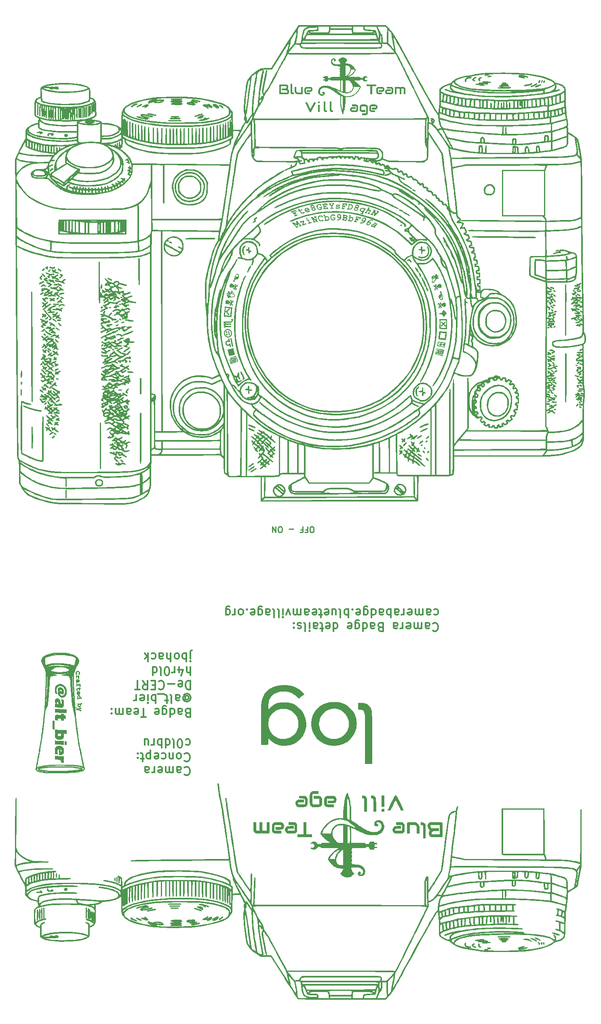
<source format=gto>
G04 #@! TF.GenerationSoftware,KiCad,Pcbnew,7.0.10*
G04 #@! TF.CreationDate,2024-04-17T21:16:10-05:00*
G04 #@! TF.ProjectId,camera_badge,63616d65-7261-45f6-9261-6467652e6b69,2*
G04 #@! TF.SameCoordinates,Original*
G04 #@! TF.FileFunction,Legend,Top*
G04 #@! TF.FilePolarity,Positive*
%FSLAX46Y46*%
G04 Gerber Fmt 4.6, Leading zero omitted, Abs format (unit mm)*
G04 Created by KiCad (PCBNEW 7.0.10) date 2024-04-17 21:16:10*
%MOMM*%
%LPD*%
G01*
G04 APERTURE LIST*
%ADD10C,0.300000*%
%ADD11C,0.240000*%
%ADD12C,0.010000*%
%ADD13C,0.064822*%
G04 APERTURE END LIST*
D10*
X76174060Y-165770742D02*
X75916917Y-165685028D01*
X75916917Y-165685028D02*
X75831203Y-165599314D01*
X75831203Y-165599314D02*
X75745489Y-165427885D01*
X75745489Y-165427885D02*
X75745489Y-165170742D01*
X75745489Y-165170742D02*
X75831203Y-164999314D01*
X75831203Y-164999314D02*
X75916917Y-164913600D01*
X75916917Y-164913600D02*
X76088346Y-164827885D01*
X76088346Y-164827885D02*
X76774060Y-164827885D01*
X76774060Y-164827885D02*
X76774060Y-166627885D01*
X76774060Y-166627885D02*
X76174060Y-166627885D01*
X76174060Y-166627885D02*
X76002632Y-166542171D01*
X76002632Y-166542171D02*
X75916917Y-166456457D01*
X75916917Y-166456457D02*
X75831203Y-166285028D01*
X75831203Y-166285028D02*
X75831203Y-166113600D01*
X75831203Y-166113600D02*
X75916917Y-165942171D01*
X75916917Y-165942171D02*
X76002632Y-165856457D01*
X76002632Y-165856457D02*
X76174060Y-165770742D01*
X76174060Y-165770742D02*
X76774060Y-165770742D01*
X74202632Y-164827885D02*
X74202632Y-165770742D01*
X74202632Y-165770742D02*
X74288346Y-165942171D01*
X74288346Y-165942171D02*
X74459774Y-166027885D01*
X74459774Y-166027885D02*
X74802632Y-166027885D01*
X74802632Y-166027885D02*
X74974060Y-165942171D01*
X74202632Y-164913600D02*
X74374060Y-164827885D01*
X74374060Y-164827885D02*
X74802632Y-164827885D01*
X74802632Y-164827885D02*
X74974060Y-164913600D01*
X74974060Y-164913600D02*
X75059774Y-165085028D01*
X75059774Y-165085028D02*
X75059774Y-165256457D01*
X75059774Y-165256457D02*
X74974060Y-165427885D01*
X74974060Y-165427885D02*
X74802632Y-165513600D01*
X74802632Y-165513600D02*
X74374060Y-165513600D01*
X74374060Y-165513600D02*
X74202632Y-165599314D01*
X72574061Y-164827885D02*
X72574061Y-166627885D01*
X72574061Y-164913600D02*
X72745489Y-164827885D01*
X72745489Y-164827885D02*
X73088346Y-164827885D01*
X73088346Y-164827885D02*
X73259775Y-164913600D01*
X73259775Y-164913600D02*
X73345489Y-164999314D01*
X73345489Y-164999314D02*
X73431203Y-165170742D01*
X73431203Y-165170742D02*
X73431203Y-165685028D01*
X73431203Y-165685028D02*
X73345489Y-165856457D01*
X73345489Y-165856457D02*
X73259775Y-165942171D01*
X73259775Y-165942171D02*
X73088346Y-166027885D01*
X73088346Y-166027885D02*
X72745489Y-166027885D01*
X72745489Y-166027885D02*
X72574061Y-165942171D01*
X70945490Y-166027885D02*
X70945490Y-164570742D01*
X70945490Y-164570742D02*
X71031204Y-164399314D01*
X71031204Y-164399314D02*
X71116918Y-164313600D01*
X71116918Y-164313600D02*
X71288347Y-164227885D01*
X71288347Y-164227885D02*
X71545490Y-164227885D01*
X71545490Y-164227885D02*
X71716918Y-164313600D01*
X70945490Y-164913600D02*
X71116918Y-164827885D01*
X71116918Y-164827885D02*
X71459775Y-164827885D01*
X71459775Y-164827885D02*
X71631204Y-164913600D01*
X71631204Y-164913600D02*
X71716918Y-164999314D01*
X71716918Y-164999314D02*
X71802632Y-165170742D01*
X71802632Y-165170742D02*
X71802632Y-165685028D01*
X71802632Y-165685028D02*
X71716918Y-165856457D01*
X71716918Y-165856457D02*
X71631204Y-165942171D01*
X71631204Y-165942171D02*
X71459775Y-166027885D01*
X71459775Y-166027885D02*
X71116918Y-166027885D01*
X71116918Y-166027885D02*
X70945490Y-165942171D01*
X69402633Y-164913600D02*
X69574061Y-164827885D01*
X69574061Y-164827885D02*
X69916919Y-164827885D01*
X69916919Y-164827885D02*
X70088347Y-164913600D01*
X70088347Y-164913600D02*
X70174061Y-165085028D01*
X70174061Y-165085028D02*
X70174061Y-165770742D01*
X70174061Y-165770742D02*
X70088347Y-165942171D01*
X70088347Y-165942171D02*
X69916919Y-166027885D01*
X69916919Y-166027885D02*
X69574061Y-166027885D01*
X69574061Y-166027885D02*
X69402633Y-165942171D01*
X69402633Y-165942171D02*
X69316919Y-165770742D01*
X69316919Y-165770742D02*
X69316919Y-165599314D01*
X69316919Y-165599314D02*
X70174061Y-165427885D01*
X67431204Y-166627885D02*
X66402633Y-166627885D01*
X66916918Y-164827885D02*
X66916918Y-166627885D01*
X65116918Y-164913600D02*
X65288346Y-164827885D01*
X65288346Y-164827885D02*
X65631204Y-164827885D01*
X65631204Y-164827885D02*
X65802632Y-164913600D01*
X65802632Y-164913600D02*
X65888346Y-165085028D01*
X65888346Y-165085028D02*
X65888346Y-165770742D01*
X65888346Y-165770742D02*
X65802632Y-165942171D01*
X65802632Y-165942171D02*
X65631204Y-166027885D01*
X65631204Y-166027885D02*
X65288346Y-166027885D01*
X65288346Y-166027885D02*
X65116918Y-165942171D01*
X65116918Y-165942171D02*
X65031204Y-165770742D01*
X65031204Y-165770742D02*
X65031204Y-165599314D01*
X65031204Y-165599314D02*
X65888346Y-165427885D01*
X63488347Y-164827885D02*
X63488347Y-165770742D01*
X63488347Y-165770742D02*
X63574061Y-165942171D01*
X63574061Y-165942171D02*
X63745489Y-166027885D01*
X63745489Y-166027885D02*
X64088347Y-166027885D01*
X64088347Y-166027885D02*
X64259775Y-165942171D01*
X63488347Y-164913600D02*
X63659775Y-164827885D01*
X63659775Y-164827885D02*
X64088347Y-164827885D01*
X64088347Y-164827885D02*
X64259775Y-164913600D01*
X64259775Y-164913600D02*
X64345489Y-165085028D01*
X64345489Y-165085028D02*
X64345489Y-165256457D01*
X64345489Y-165256457D02*
X64259775Y-165427885D01*
X64259775Y-165427885D02*
X64088347Y-165513600D01*
X64088347Y-165513600D02*
X63659775Y-165513600D01*
X63659775Y-165513600D02*
X63488347Y-165599314D01*
X62631204Y-164827885D02*
X62631204Y-166027885D01*
X62631204Y-165856457D02*
X62545490Y-165942171D01*
X62545490Y-165942171D02*
X62374061Y-166027885D01*
X62374061Y-166027885D02*
X62116918Y-166027885D01*
X62116918Y-166027885D02*
X61945490Y-165942171D01*
X61945490Y-165942171D02*
X61859776Y-165770742D01*
X61859776Y-165770742D02*
X61859776Y-164827885D01*
X61859776Y-165770742D02*
X61774061Y-165942171D01*
X61774061Y-165942171D02*
X61602633Y-166027885D01*
X61602633Y-166027885D02*
X61345490Y-166027885D01*
X61345490Y-166027885D02*
X61174061Y-165942171D01*
X61174061Y-165942171D02*
X61088347Y-165770742D01*
X61088347Y-165770742D02*
X61088347Y-164827885D01*
X60231204Y-164999314D02*
X60145490Y-164913600D01*
X60145490Y-164913600D02*
X60231204Y-164827885D01*
X60231204Y-164827885D02*
X60316918Y-164913600D01*
X60316918Y-164913600D02*
X60231204Y-164999314D01*
X60231204Y-164999314D02*
X60231204Y-164827885D01*
X60231204Y-165942171D02*
X60145490Y-165856457D01*
X60145490Y-165856457D02*
X60231204Y-165770742D01*
X60231204Y-165770742D02*
X60316918Y-165856457D01*
X60316918Y-165856457D02*
X60231204Y-165942171D01*
X60231204Y-165942171D02*
X60231204Y-165770742D01*
X75659774Y-162787028D02*
X75745489Y-162872742D01*
X75745489Y-162872742D02*
X75916917Y-162958457D01*
X75916917Y-162958457D02*
X76088346Y-162958457D01*
X76088346Y-162958457D02*
X76259774Y-162872742D01*
X76259774Y-162872742D02*
X76345489Y-162787028D01*
X76345489Y-162787028D02*
X76431203Y-162615600D01*
X76431203Y-162615600D02*
X76431203Y-162444171D01*
X76431203Y-162444171D02*
X76345489Y-162272742D01*
X76345489Y-162272742D02*
X76259774Y-162187028D01*
X76259774Y-162187028D02*
X76088346Y-162101314D01*
X76088346Y-162101314D02*
X75916917Y-162101314D01*
X75916917Y-162101314D02*
X75745489Y-162187028D01*
X75745489Y-162187028D02*
X75659774Y-162272742D01*
X75659774Y-162958457D02*
X75659774Y-162272742D01*
X75659774Y-162272742D02*
X75574060Y-162187028D01*
X75574060Y-162187028D02*
X75488346Y-162187028D01*
X75488346Y-162187028D02*
X75316917Y-162272742D01*
X75316917Y-162272742D02*
X75231203Y-162444171D01*
X75231203Y-162444171D02*
X75231203Y-162872742D01*
X75231203Y-162872742D02*
X75402632Y-163129885D01*
X75402632Y-163129885D02*
X75659774Y-163301314D01*
X75659774Y-163301314D02*
X76002632Y-163387028D01*
X76002632Y-163387028D02*
X76345489Y-163301314D01*
X76345489Y-163301314D02*
X76602632Y-163129885D01*
X76602632Y-163129885D02*
X76774060Y-162872742D01*
X76774060Y-162872742D02*
X76859774Y-162529885D01*
X76859774Y-162529885D02*
X76774060Y-162187028D01*
X76774060Y-162187028D02*
X76602632Y-161929885D01*
X76602632Y-161929885D02*
X76345489Y-161758457D01*
X76345489Y-161758457D02*
X76002632Y-161672742D01*
X76002632Y-161672742D02*
X75659774Y-161758457D01*
X75659774Y-161758457D02*
X75402632Y-161929885D01*
X73688346Y-161929885D02*
X73688346Y-162872742D01*
X73688346Y-162872742D02*
X73774060Y-163044171D01*
X73774060Y-163044171D02*
X73945488Y-163129885D01*
X73945488Y-163129885D02*
X74288346Y-163129885D01*
X74288346Y-163129885D02*
X74459774Y-163044171D01*
X73688346Y-162015600D02*
X73859774Y-161929885D01*
X73859774Y-161929885D02*
X74288346Y-161929885D01*
X74288346Y-161929885D02*
X74459774Y-162015600D01*
X74459774Y-162015600D02*
X74545488Y-162187028D01*
X74545488Y-162187028D02*
X74545488Y-162358457D01*
X74545488Y-162358457D02*
X74459774Y-162529885D01*
X74459774Y-162529885D02*
X74288346Y-162615600D01*
X74288346Y-162615600D02*
X73859774Y-162615600D01*
X73859774Y-162615600D02*
X73688346Y-162701314D01*
X72574060Y-161929885D02*
X72745489Y-162015600D01*
X72745489Y-162015600D02*
X72831203Y-162187028D01*
X72831203Y-162187028D02*
X72831203Y-163729885D01*
X72145489Y-163129885D02*
X71459775Y-163129885D01*
X71888346Y-163729885D02*
X71888346Y-162187028D01*
X71888346Y-162187028D02*
X71802632Y-162015600D01*
X71802632Y-162015600D02*
X71631203Y-161929885D01*
X71631203Y-161929885D02*
X71459775Y-161929885D01*
X71288347Y-161758457D02*
X69916918Y-161758457D01*
X69488346Y-161929885D02*
X69488346Y-163729885D01*
X69488346Y-163044171D02*
X69316918Y-163129885D01*
X69316918Y-163129885D02*
X68974060Y-163129885D01*
X68974060Y-163129885D02*
X68802632Y-163044171D01*
X68802632Y-163044171D02*
X68716918Y-162958457D01*
X68716918Y-162958457D02*
X68631203Y-162787028D01*
X68631203Y-162787028D02*
X68631203Y-162272742D01*
X68631203Y-162272742D02*
X68716918Y-162101314D01*
X68716918Y-162101314D02*
X68802632Y-162015600D01*
X68802632Y-162015600D02*
X68974060Y-161929885D01*
X68974060Y-161929885D02*
X69316918Y-161929885D01*
X69316918Y-161929885D02*
X69488346Y-162015600D01*
X67859775Y-161929885D02*
X67859775Y-163129885D01*
X67859775Y-163729885D02*
X67945489Y-163644171D01*
X67945489Y-163644171D02*
X67859775Y-163558457D01*
X67859775Y-163558457D02*
X67774061Y-163644171D01*
X67774061Y-163644171D02*
X67859775Y-163729885D01*
X67859775Y-163729885D02*
X67859775Y-163558457D01*
X66316918Y-162015600D02*
X66488346Y-161929885D01*
X66488346Y-161929885D02*
X66831204Y-161929885D01*
X66831204Y-161929885D02*
X67002632Y-162015600D01*
X67002632Y-162015600D02*
X67088346Y-162187028D01*
X67088346Y-162187028D02*
X67088346Y-162872742D01*
X67088346Y-162872742D02*
X67002632Y-163044171D01*
X67002632Y-163044171D02*
X66831204Y-163129885D01*
X66831204Y-163129885D02*
X66488346Y-163129885D01*
X66488346Y-163129885D02*
X66316918Y-163044171D01*
X66316918Y-163044171D02*
X66231204Y-162872742D01*
X66231204Y-162872742D02*
X66231204Y-162701314D01*
X66231204Y-162701314D02*
X67088346Y-162529885D01*
X65459775Y-161929885D02*
X65459775Y-163129885D01*
X65459775Y-162787028D02*
X65374061Y-162958457D01*
X65374061Y-162958457D02*
X65288347Y-163044171D01*
X65288347Y-163044171D02*
X65116918Y-163129885D01*
X65116918Y-163129885D02*
X64945489Y-163129885D01*
X76774060Y-159031885D02*
X76774060Y-160831885D01*
X76774060Y-160831885D02*
X76345489Y-160831885D01*
X76345489Y-160831885D02*
X76088346Y-160746171D01*
X76088346Y-160746171D02*
X75916917Y-160574742D01*
X75916917Y-160574742D02*
X75831203Y-160403314D01*
X75831203Y-160403314D02*
X75745489Y-160060457D01*
X75745489Y-160060457D02*
X75745489Y-159803314D01*
X75745489Y-159803314D02*
X75831203Y-159460457D01*
X75831203Y-159460457D02*
X75916917Y-159289028D01*
X75916917Y-159289028D02*
X76088346Y-159117600D01*
X76088346Y-159117600D02*
X76345489Y-159031885D01*
X76345489Y-159031885D02*
X76774060Y-159031885D01*
X74288346Y-159117600D02*
X74459774Y-159031885D01*
X74459774Y-159031885D02*
X74802632Y-159031885D01*
X74802632Y-159031885D02*
X74974060Y-159117600D01*
X74974060Y-159117600D02*
X75059774Y-159289028D01*
X75059774Y-159289028D02*
X75059774Y-159974742D01*
X75059774Y-159974742D02*
X74974060Y-160146171D01*
X74974060Y-160146171D02*
X74802632Y-160231885D01*
X74802632Y-160231885D02*
X74459774Y-160231885D01*
X74459774Y-160231885D02*
X74288346Y-160146171D01*
X74288346Y-160146171D02*
X74202632Y-159974742D01*
X74202632Y-159974742D02*
X74202632Y-159803314D01*
X74202632Y-159803314D02*
X75059774Y-159631885D01*
X73431203Y-159717600D02*
X72059775Y-159717600D01*
X70174061Y-159203314D02*
X70259775Y-159117600D01*
X70259775Y-159117600D02*
X70516918Y-159031885D01*
X70516918Y-159031885D02*
X70688346Y-159031885D01*
X70688346Y-159031885D02*
X70945489Y-159117600D01*
X70945489Y-159117600D02*
X71116918Y-159289028D01*
X71116918Y-159289028D02*
X71202632Y-159460457D01*
X71202632Y-159460457D02*
X71288346Y-159803314D01*
X71288346Y-159803314D02*
X71288346Y-160060457D01*
X71288346Y-160060457D02*
X71202632Y-160403314D01*
X71202632Y-160403314D02*
X71116918Y-160574742D01*
X71116918Y-160574742D02*
X70945489Y-160746171D01*
X70945489Y-160746171D02*
X70688346Y-160831885D01*
X70688346Y-160831885D02*
X70516918Y-160831885D01*
X70516918Y-160831885D02*
X70259775Y-160746171D01*
X70259775Y-160746171D02*
X70174061Y-160660457D01*
X69402632Y-159974742D02*
X68802632Y-159974742D01*
X68545489Y-159031885D02*
X69402632Y-159031885D01*
X69402632Y-159031885D02*
X69402632Y-160831885D01*
X69402632Y-160831885D02*
X68545489Y-160831885D01*
X66745490Y-159031885D02*
X67345490Y-159889028D01*
X67774061Y-159031885D02*
X67774061Y-160831885D01*
X67774061Y-160831885D02*
X67088347Y-160831885D01*
X67088347Y-160831885D02*
X66916918Y-160746171D01*
X66916918Y-160746171D02*
X66831204Y-160660457D01*
X66831204Y-160660457D02*
X66745490Y-160489028D01*
X66745490Y-160489028D02*
X66745490Y-160231885D01*
X66745490Y-160231885D02*
X66831204Y-160060457D01*
X66831204Y-160060457D02*
X66916918Y-159974742D01*
X66916918Y-159974742D02*
X67088347Y-159889028D01*
X67088347Y-159889028D02*
X67774061Y-159889028D01*
X66231204Y-160831885D02*
X65202633Y-160831885D01*
X65716918Y-159031885D02*
X65716918Y-160831885D01*
X76774060Y-156133885D02*
X76774060Y-157933885D01*
X76002632Y-156133885D02*
X76002632Y-157076742D01*
X76002632Y-157076742D02*
X76088346Y-157248171D01*
X76088346Y-157248171D02*
X76259774Y-157333885D01*
X76259774Y-157333885D02*
X76516917Y-157333885D01*
X76516917Y-157333885D02*
X76688346Y-157248171D01*
X76688346Y-157248171D02*
X76774060Y-157162457D01*
X74374061Y-157333885D02*
X74374061Y-156133885D01*
X74802632Y-158019600D02*
X75231203Y-156733885D01*
X75231203Y-156733885D02*
X74116918Y-156733885D01*
X73431203Y-156133885D02*
X73431203Y-157333885D01*
X73431203Y-156991028D02*
X73345489Y-157162457D01*
X73345489Y-157162457D02*
X73259775Y-157248171D01*
X73259775Y-157248171D02*
X73088346Y-157333885D01*
X73088346Y-157333885D02*
X72916917Y-157333885D01*
X71974060Y-157933885D02*
X71802631Y-157933885D01*
X71802631Y-157933885D02*
X71631203Y-157848171D01*
X71631203Y-157848171D02*
X71545489Y-157762457D01*
X71545489Y-157762457D02*
X71459774Y-157591028D01*
X71459774Y-157591028D02*
X71374060Y-157248171D01*
X71374060Y-157248171D02*
X71374060Y-156819600D01*
X71374060Y-156819600D02*
X71459774Y-156476742D01*
X71459774Y-156476742D02*
X71545489Y-156305314D01*
X71545489Y-156305314D02*
X71631203Y-156219600D01*
X71631203Y-156219600D02*
X71802631Y-156133885D01*
X71802631Y-156133885D02*
X71974060Y-156133885D01*
X71974060Y-156133885D02*
X72145489Y-156219600D01*
X72145489Y-156219600D02*
X72231203Y-156305314D01*
X72231203Y-156305314D02*
X72316917Y-156476742D01*
X72316917Y-156476742D02*
X72402631Y-156819600D01*
X72402631Y-156819600D02*
X72402631Y-157248171D01*
X72402631Y-157248171D02*
X72316917Y-157591028D01*
X72316917Y-157591028D02*
X72231203Y-157762457D01*
X72231203Y-157762457D02*
X72145489Y-157848171D01*
X72145489Y-157848171D02*
X71974060Y-157933885D01*
X70345488Y-156133885D02*
X70516917Y-156219600D01*
X70516917Y-156219600D02*
X70602631Y-156391028D01*
X70602631Y-156391028D02*
X70602631Y-157933885D01*
X68888346Y-156133885D02*
X68888346Y-157933885D01*
X68888346Y-156219600D02*
X69059774Y-156133885D01*
X69059774Y-156133885D02*
X69402631Y-156133885D01*
X69402631Y-156133885D02*
X69574060Y-156219600D01*
X69574060Y-156219600D02*
X69659774Y-156305314D01*
X69659774Y-156305314D02*
X69745488Y-156476742D01*
X69745488Y-156476742D02*
X69745488Y-156991028D01*
X69745488Y-156991028D02*
X69659774Y-157162457D01*
X69659774Y-157162457D02*
X69574060Y-157248171D01*
X69574060Y-157248171D02*
X69402631Y-157333885D01*
X69402631Y-157333885D02*
X69059774Y-157333885D01*
X69059774Y-157333885D02*
X68888346Y-157248171D01*
X76774060Y-154435885D02*
X76774060Y-152893028D01*
X76774060Y-152893028D02*
X76859774Y-152721600D01*
X76859774Y-152721600D02*
X77031203Y-152635885D01*
X77031203Y-152635885D02*
X77116917Y-152635885D01*
X76774060Y-155035885D02*
X76859774Y-154950171D01*
X76859774Y-154950171D02*
X76774060Y-154864457D01*
X76774060Y-154864457D02*
X76688346Y-154950171D01*
X76688346Y-154950171D02*
X76774060Y-155035885D01*
X76774060Y-155035885D02*
X76774060Y-154864457D01*
X75916917Y-153235885D02*
X75916917Y-155035885D01*
X75916917Y-154350171D02*
X75745489Y-154435885D01*
X75745489Y-154435885D02*
X75402631Y-154435885D01*
X75402631Y-154435885D02*
X75231203Y-154350171D01*
X75231203Y-154350171D02*
X75145489Y-154264457D01*
X75145489Y-154264457D02*
X75059774Y-154093028D01*
X75059774Y-154093028D02*
X75059774Y-153578742D01*
X75059774Y-153578742D02*
X75145489Y-153407314D01*
X75145489Y-153407314D02*
X75231203Y-153321600D01*
X75231203Y-153321600D02*
X75402631Y-153235885D01*
X75402631Y-153235885D02*
X75745489Y-153235885D01*
X75745489Y-153235885D02*
X75916917Y-153321600D01*
X74031203Y-153235885D02*
X74202632Y-153321600D01*
X74202632Y-153321600D02*
X74288346Y-153407314D01*
X74288346Y-153407314D02*
X74374060Y-153578742D01*
X74374060Y-153578742D02*
X74374060Y-154093028D01*
X74374060Y-154093028D02*
X74288346Y-154264457D01*
X74288346Y-154264457D02*
X74202632Y-154350171D01*
X74202632Y-154350171D02*
X74031203Y-154435885D01*
X74031203Y-154435885D02*
X73774060Y-154435885D01*
X73774060Y-154435885D02*
X73602632Y-154350171D01*
X73602632Y-154350171D02*
X73516918Y-154264457D01*
X73516918Y-154264457D02*
X73431203Y-154093028D01*
X73431203Y-154093028D02*
X73431203Y-153578742D01*
X73431203Y-153578742D02*
X73516918Y-153407314D01*
X73516918Y-153407314D02*
X73602632Y-153321600D01*
X73602632Y-153321600D02*
X73774060Y-153235885D01*
X73774060Y-153235885D02*
X74031203Y-153235885D01*
X72659775Y-153235885D02*
X72659775Y-155035885D01*
X71888347Y-153235885D02*
X71888347Y-154178742D01*
X71888347Y-154178742D02*
X71974061Y-154350171D01*
X71974061Y-154350171D02*
X72145489Y-154435885D01*
X72145489Y-154435885D02*
X72402632Y-154435885D01*
X72402632Y-154435885D02*
X72574061Y-154350171D01*
X72574061Y-154350171D02*
X72659775Y-154264457D01*
X70259776Y-153235885D02*
X70259776Y-154178742D01*
X70259776Y-154178742D02*
X70345490Y-154350171D01*
X70345490Y-154350171D02*
X70516918Y-154435885D01*
X70516918Y-154435885D02*
X70859776Y-154435885D01*
X70859776Y-154435885D02*
X71031204Y-154350171D01*
X70259776Y-153321600D02*
X70431204Y-153235885D01*
X70431204Y-153235885D02*
X70859776Y-153235885D01*
X70859776Y-153235885D02*
X71031204Y-153321600D01*
X71031204Y-153321600D02*
X71116918Y-153493028D01*
X71116918Y-153493028D02*
X71116918Y-153664457D01*
X71116918Y-153664457D02*
X71031204Y-153835885D01*
X71031204Y-153835885D02*
X70859776Y-153921600D01*
X70859776Y-153921600D02*
X70431204Y-153921600D01*
X70431204Y-153921600D02*
X70259776Y-154007314D01*
X68631205Y-153321600D02*
X68802633Y-153235885D01*
X68802633Y-153235885D02*
X69145490Y-153235885D01*
X69145490Y-153235885D02*
X69316919Y-153321600D01*
X69316919Y-153321600D02*
X69402633Y-153407314D01*
X69402633Y-153407314D02*
X69488347Y-153578742D01*
X69488347Y-153578742D02*
X69488347Y-154093028D01*
X69488347Y-154093028D02*
X69402633Y-154264457D01*
X69402633Y-154264457D02*
X69316919Y-154350171D01*
X69316919Y-154350171D02*
X69145490Y-154435885D01*
X69145490Y-154435885D02*
X68802633Y-154435885D01*
X68802633Y-154435885D02*
X68631205Y-154350171D01*
X67859776Y-153235885D02*
X67859776Y-155035885D01*
X67688348Y-153921600D02*
X67174062Y-153235885D01*
X67174062Y-154435885D02*
X67859776Y-153750171D01*
X127595489Y-147055314D02*
X127681203Y-146969600D01*
X127681203Y-146969600D02*
X127938346Y-146883885D01*
X127938346Y-146883885D02*
X128109774Y-146883885D01*
X128109774Y-146883885D02*
X128366917Y-146969600D01*
X128366917Y-146969600D02*
X128538346Y-147141028D01*
X128538346Y-147141028D02*
X128624060Y-147312457D01*
X128624060Y-147312457D02*
X128709774Y-147655314D01*
X128709774Y-147655314D02*
X128709774Y-147912457D01*
X128709774Y-147912457D02*
X128624060Y-148255314D01*
X128624060Y-148255314D02*
X128538346Y-148426742D01*
X128538346Y-148426742D02*
X128366917Y-148598171D01*
X128366917Y-148598171D02*
X128109774Y-148683885D01*
X128109774Y-148683885D02*
X127938346Y-148683885D01*
X127938346Y-148683885D02*
X127681203Y-148598171D01*
X127681203Y-148598171D02*
X127595489Y-148512457D01*
X126052632Y-146883885D02*
X126052632Y-147826742D01*
X126052632Y-147826742D02*
X126138346Y-147998171D01*
X126138346Y-147998171D02*
X126309774Y-148083885D01*
X126309774Y-148083885D02*
X126652632Y-148083885D01*
X126652632Y-148083885D02*
X126824060Y-147998171D01*
X126052632Y-146969600D02*
X126224060Y-146883885D01*
X126224060Y-146883885D02*
X126652632Y-146883885D01*
X126652632Y-146883885D02*
X126824060Y-146969600D01*
X126824060Y-146969600D02*
X126909774Y-147141028D01*
X126909774Y-147141028D02*
X126909774Y-147312457D01*
X126909774Y-147312457D02*
X126824060Y-147483885D01*
X126824060Y-147483885D02*
X126652632Y-147569600D01*
X126652632Y-147569600D02*
X126224060Y-147569600D01*
X126224060Y-147569600D02*
X126052632Y-147655314D01*
X125195489Y-146883885D02*
X125195489Y-148083885D01*
X125195489Y-147912457D02*
X125109775Y-147998171D01*
X125109775Y-147998171D02*
X124938346Y-148083885D01*
X124938346Y-148083885D02*
X124681203Y-148083885D01*
X124681203Y-148083885D02*
X124509775Y-147998171D01*
X124509775Y-147998171D02*
X124424061Y-147826742D01*
X124424061Y-147826742D02*
X124424061Y-146883885D01*
X124424061Y-147826742D02*
X124338346Y-147998171D01*
X124338346Y-147998171D02*
X124166918Y-148083885D01*
X124166918Y-148083885D02*
X123909775Y-148083885D01*
X123909775Y-148083885D02*
X123738346Y-147998171D01*
X123738346Y-147998171D02*
X123652632Y-147826742D01*
X123652632Y-147826742D02*
X123652632Y-146883885D01*
X122109775Y-146969600D02*
X122281203Y-146883885D01*
X122281203Y-146883885D02*
X122624061Y-146883885D01*
X122624061Y-146883885D02*
X122795489Y-146969600D01*
X122795489Y-146969600D02*
X122881203Y-147141028D01*
X122881203Y-147141028D02*
X122881203Y-147826742D01*
X122881203Y-147826742D02*
X122795489Y-147998171D01*
X122795489Y-147998171D02*
X122624061Y-148083885D01*
X122624061Y-148083885D02*
X122281203Y-148083885D01*
X122281203Y-148083885D02*
X122109775Y-147998171D01*
X122109775Y-147998171D02*
X122024061Y-147826742D01*
X122024061Y-147826742D02*
X122024061Y-147655314D01*
X122024061Y-147655314D02*
X122881203Y-147483885D01*
X121252632Y-146883885D02*
X121252632Y-148083885D01*
X121252632Y-147741028D02*
X121166918Y-147912457D01*
X121166918Y-147912457D02*
X121081204Y-147998171D01*
X121081204Y-147998171D02*
X120909775Y-148083885D01*
X120909775Y-148083885D02*
X120738346Y-148083885D01*
X119366918Y-146883885D02*
X119366918Y-147826742D01*
X119366918Y-147826742D02*
X119452632Y-147998171D01*
X119452632Y-147998171D02*
X119624060Y-148083885D01*
X119624060Y-148083885D02*
X119966918Y-148083885D01*
X119966918Y-148083885D02*
X120138346Y-147998171D01*
X119366918Y-146969600D02*
X119538346Y-146883885D01*
X119538346Y-146883885D02*
X119966918Y-146883885D01*
X119966918Y-146883885D02*
X120138346Y-146969600D01*
X120138346Y-146969600D02*
X120224060Y-147141028D01*
X120224060Y-147141028D02*
X120224060Y-147312457D01*
X120224060Y-147312457D02*
X120138346Y-147483885D01*
X120138346Y-147483885D02*
X119966918Y-147569600D01*
X119966918Y-147569600D02*
X119538346Y-147569600D01*
X119538346Y-147569600D02*
X119366918Y-147655314D01*
X116538346Y-147826742D02*
X116281203Y-147741028D01*
X116281203Y-147741028D02*
X116195489Y-147655314D01*
X116195489Y-147655314D02*
X116109775Y-147483885D01*
X116109775Y-147483885D02*
X116109775Y-147226742D01*
X116109775Y-147226742D02*
X116195489Y-147055314D01*
X116195489Y-147055314D02*
X116281203Y-146969600D01*
X116281203Y-146969600D02*
X116452632Y-146883885D01*
X116452632Y-146883885D02*
X117138346Y-146883885D01*
X117138346Y-146883885D02*
X117138346Y-148683885D01*
X117138346Y-148683885D02*
X116538346Y-148683885D01*
X116538346Y-148683885D02*
X116366918Y-148598171D01*
X116366918Y-148598171D02*
X116281203Y-148512457D01*
X116281203Y-148512457D02*
X116195489Y-148341028D01*
X116195489Y-148341028D02*
X116195489Y-148169600D01*
X116195489Y-148169600D02*
X116281203Y-147998171D01*
X116281203Y-147998171D02*
X116366918Y-147912457D01*
X116366918Y-147912457D02*
X116538346Y-147826742D01*
X116538346Y-147826742D02*
X117138346Y-147826742D01*
X114566918Y-146883885D02*
X114566918Y-147826742D01*
X114566918Y-147826742D02*
X114652632Y-147998171D01*
X114652632Y-147998171D02*
X114824060Y-148083885D01*
X114824060Y-148083885D02*
X115166918Y-148083885D01*
X115166918Y-148083885D02*
X115338346Y-147998171D01*
X114566918Y-146969600D02*
X114738346Y-146883885D01*
X114738346Y-146883885D02*
X115166918Y-146883885D01*
X115166918Y-146883885D02*
X115338346Y-146969600D01*
X115338346Y-146969600D02*
X115424060Y-147141028D01*
X115424060Y-147141028D02*
X115424060Y-147312457D01*
X115424060Y-147312457D02*
X115338346Y-147483885D01*
X115338346Y-147483885D02*
X115166918Y-147569600D01*
X115166918Y-147569600D02*
X114738346Y-147569600D01*
X114738346Y-147569600D02*
X114566918Y-147655314D01*
X112938347Y-146883885D02*
X112938347Y-148683885D01*
X112938347Y-146969600D02*
X113109775Y-146883885D01*
X113109775Y-146883885D02*
X113452632Y-146883885D01*
X113452632Y-146883885D02*
X113624061Y-146969600D01*
X113624061Y-146969600D02*
X113709775Y-147055314D01*
X113709775Y-147055314D02*
X113795489Y-147226742D01*
X113795489Y-147226742D02*
X113795489Y-147741028D01*
X113795489Y-147741028D02*
X113709775Y-147912457D01*
X113709775Y-147912457D02*
X113624061Y-147998171D01*
X113624061Y-147998171D02*
X113452632Y-148083885D01*
X113452632Y-148083885D02*
X113109775Y-148083885D01*
X113109775Y-148083885D02*
X112938347Y-147998171D01*
X111309776Y-148083885D02*
X111309776Y-146626742D01*
X111309776Y-146626742D02*
X111395490Y-146455314D01*
X111395490Y-146455314D02*
X111481204Y-146369600D01*
X111481204Y-146369600D02*
X111652633Y-146283885D01*
X111652633Y-146283885D02*
X111909776Y-146283885D01*
X111909776Y-146283885D02*
X112081204Y-146369600D01*
X111309776Y-146969600D02*
X111481204Y-146883885D01*
X111481204Y-146883885D02*
X111824061Y-146883885D01*
X111824061Y-146883885D02*
X111995490Y-146969600D01*
X111995490Y-146969600D02*
X112081204Y-147055314D01*
X112081204Y-147055314D02*
X112166918Y-147226742D01*
X112166918Y-147226742D02*
X112166918Y-147741028D01*
X112166918Y-147741028D02*
X112081204Y-147912457D01*
X112081204Y-147912457D02*
X111995490Y-147998171D01*
X111995490Y-147998171D02*
X111824061Y-148083885D01*
X111824061Y-148083885D02*
X111481204Y-148083885D01*
X111481204Y-148083885D02*
X111309776Y-147998171D01*
X109766919Y-146969600D02*
X109938347Y-146883885D01*
X109938347Y-146883885D02*
X110281205Y-146883885D01*
X110281205Y-146883885D02*
X110452633Y-146969600D01*
X110452633Y-146969600D02*
X110538347Y-147141028D01*
X110538347Y-147141028D02*
X110538347Y-147826742D01*
X110538347Y-147826742D02*
X110452633Y-147998171D01*
X110452633Y-147998171D02*
X110281205Y-148083885D01*
X110281205Y-148083885D02*
X109938347Y-148083885D01*
X109938347Y-148083885D02*
X109766919Y-147998171D01*
X109766919Y-147998171D02*
X109681205Y-147826742D01*
X109681205Y-147826742D02*
X109681205Y-147655314D01*
X109681205Y-147655314D02*
X110538347Y-147483885D01*
X106766919Y-146883885D02*
X106766919Y-148683885D01*
X106766919Y-146969600D02*
X106938347Y-146883885D01*
X106938347Y-146883885D02*
X107281204Y-146883885D01*
X107281204Y-146883885D02*
X107452633Y-146969600D01*
X107452633Y-146969600D02*
X107538347Y-147055314D01*
X107538347Y-147055314D02*
X107624061Y-147226742D01*
X107624061Y-147226742D02*
X107624061Y-147741028D01*
X107624061Y-147741028D02*
X107538347Y-147912457D01*
X107538347Y-147912457D02*
X107452633Y-147998171D01*
X107452633Y-147998171D02*
X107281204Y-148083885D01*
X107281204Y-148083885D02*
X106938347Y-148083885D01*
X106938347Y-148083885D02*
X106766919Y-147998171D01*
X105224062Y-146969600D02*
X105395490Y-146883885D01*
X105395490Y-146883885D02*
X105738348Y-146883885D01*
X105738348Y-146883885D02*
X105909776Y-146969600D01*
X105909776Y-146969600D02*
X105995490Y-147141028D01*
X105995490Y-147141028D02*
X105995490Y-147826742D01*
X105995490Y-147826742D02*
X105909776Y-147998171D01*
X105909776Y-147998171D02*
X105738348Y-148083885D01*
X105738348Y-148083885D02*
X105395490Y-148083885D01*
X105395490Y-148083885D02*
X105224062Y-147998171D01*
X105224062Y-147998171D02*
X105138348Y-147826742D01*
X105138348Y-147826742D02*
X105138348Y-147655314D01*
X105138348Y-147655314D02*
X105995490Y-147483885D01*
X104624062Y-148083885D02*
X103938348Y-148083885D01*
X104366919Y-148683885D02*
X104366919Y-147141028D01*
X104366919Y-147141028D02*
X104281205Y-146969600D01*
X104281205Y-146969600D02*
X104109776Y-146883885D01*
X104109776Y-146883885D02*
X103938348Y-146883885D01*
X102566920Y-146883885D02*
X102566920Y-147826742D01*
X102566920Y-147826742D02*
X102652634Y-147998171D01*
X102652634Y-147998171D02*
X102824062Y-148083885D01*
X102824062Y-148083885D02*
X103166920Y-148083885D01*
X103166920Y-148083885D02*
X103338348Y-147998171D01*
X102566920Y-146969600D02*
X102738348Y-146883885D01*
X102738348Y-146883885D02*
X103166920Y-146883885D01*
X103166920Y-146883885D02*
X103338348Y-146969600D01*
X103338348Y-146969600D02*
X103424062Y-147141028D01*
X103424062Y-147141028D02*
X103424062Y-147312457D01*
X103424062Y-147312457D02*
X103338348Y-147483885D01*
X103338348Y-147483885D02*
X103166920Y-147569600D01*
X103166920Y-147569600D02*
X102738348Y-147569600D01*
X102738348Y-147569600D02*
X102566920Y-147655314D01*
X101709777Y-146883885D02*
X101709777Y-148083885D01*
X101709777Y-148683885D02*
X101795491Y-148598171D01*
X101795491Y-148598171D02*
X101709777Y-148512457D01*
X101709777Y-148512457D02*
X101624063Y-148598171D01*
X101624063Y-148598171D02*
X101709777Y-148683885D01*
X101709777Y-148683885D02*
X101709777Y-148512457D01*
X100595491Y-146883885D02*
X100766920Y-146969600D01*
X100766920Y-146969600D02*
X100852634Y-147141028D01*
X100852634Y-147141028D02*
X100852634Y-148683885D01*
X99995491Y-146969600D02*
X99824063Y-146883885D01*
X99824063Y-146883885D02*
X99481206Y-146883885D01*
X99481206Y-146883885D02*
X99309777Y-146969600D01*
X99309777Y-146969600D02*
X99224063Y-147141028D01*
X99224063Y-147141028D02*
X99224063Y-147226742D01*
X99224063Y-147226742D02*
X99309777Y-147398171D01*
X99309777Y-147398171D02*
X99481206Y-147483885D01*
X99481206Y-147483885D02*
X99738349Y-147483885D01*
X99738349Y-147483885D02*
X99909777Y-147569600D01*
X99909777Y-147569600D02*
X99995491Y-147741028D01*
X99995491Y-147741028D02*
X99995491Y-147826742D01*
X99995491Y-147826742D02*
X99909777Y-147998171D01*
X99909777Y-147998171D02*
X99738349Y-148083885D01*
X99738349Y-148083885D02*
X99481206Y-148083885D01*
X99481206Y-148083885D02*
X99309777Y-147998171D01*
X98452634Y-147055314D02*
X98366920Y-146969600D01*
X98366920Y-146969600D02*
X98452634Y-146883885D01*
X98452634Y-146883885D02*
X98538348Y-146969600D01*
X98538348Y-146969600D02*
X98452634Y-147055314D01*
X98452634Y-147055314D02*
X98452634Y-146883885D01*
X98452634Y-147998171D02*
X98366920Y-147912457D01*
X98366920Y-147912457D02*
X98452634Y-147826742D01*
X98452634Y-147826742D02*
X98538348Y-147912457D01*
X98538348Y-147912457D02*
X98452634Y-147998171D01*
X98452634Y-147998171D02*
X98452634Y-147826742D01*
X127852632Y-144071600D02*
X128024060Y-143985885D01*
X128024060Y-143985885D02*
X128366917Y-143985885D01*
X128366917Y-143985885D02*
X128538346Y-144071600D01*
X128538346Y-144071600D02*
X128624060Y-144157314D01*
X128624060Y-144157314D02*
X128709774Y-144328742D01*
X128709774Y-144328742D02*
X128709774Y-144843028D01*
X128709774Y-144843028D02*
X128624060Y-145014457D01*
X128624060Y-145014457D02*
X128538346Y-145100171D01*
X128538346Y-145100171D02*
X128366917Y-145185885D01*
X128366917Y-145185885D02*
X128024060Y-145185885D01*
X128024060Y-145185885D02*
X127852632Y-145100171D01*
X126309775Y-143985885D02*
X126309775Y-144928742D01*
X126309775Y-144928742D02*
X126395489Y-145100171D01*
X126395489Y-145100171D02*
X126566917Y-145185885D01*
X126566917Y-145185885D02*
X126909775Y-145185885D01*
X126909775Y-145185885D02*
X127081203Y-145100171D01*
X126309775Y-144071600D02*
X126481203Y-143985885D01*
X126481203Y-143985885D02*
X126909775Y-143985885D01*
X126909775Y-143985885D02*
X127081203Y-144071600D01*
X127081203Y-144071600D02*
X127166917Y-144243028D01*
X127166917Y-144243028D02*
X127166917Y-144414457D01*
X127166917Y-144414457D02*
X127081203Y-144585885D01*
X127081203Y-144585885D02*
X126909775Y-144671600D01*
X126909775Y-144671600D02*
X126481203Y-144671600D01*
X126481203Y-144671600D02*
X126309775Y-144757314D01*
X125452632Y-143985885D02*
X125452632Y-145185885D01*
X125452632Y-145014457D02*
X125366918Y-145100171D01*
X125366918Y-145100171D02*
X125195489Y-145185885D01*
X125195489Y-145185885D02*
X124938346Y-145185885D01*
X124938346Y-145185885D02*
X124766918Y-145100171D01*
X124766918Y-145100171D02*
X124681204Y-144928742D01*
X124681204Y-144928742D02*
X124681204Y-143985885D01*
X124681204Y-144928742D02*
X124595489Y-145100171D01*
X124595489Y-145100171D02*
X124424061Y-145185885D01*
X124424061Y-145185885D02*
X124166918Y-145185885D01*
X124166918Y-145185885D02*
X123995489Y-145100171D01*
X123995489Y-145100171D02*
X123909775Y-144928742D01*
X123909775Y-144928742D02*
X123909775Y-143985885D01*
X122366918Y-144071600D02*
X122538346Y-143985885D01*
X122538346Y-143985885D02*
X122881204Y-143985885D01*
X122881204Y-143985885D02*
X123052632Y-144071600D01*
X123052632Y-144071600D02*
X123138346Y-144243028D01*
X123138346Y-144243028D02*
X123138346Y-144928742D01*
X123138346Y-144928742D02*
X123052632Y-145100171D01*
X123052632Y-145100171D02*
X122881204Y-145185885D01*
X122881204Y-145185885D02*
X122538346Y-145185885D01*
X122538346Y-145185885D02*
X122366918Y-145100171D01*
X122366918Y-145100171D02*
X122281204Y-144928742D01*
X122281204Y-144928742D02*
X122281204Y-144757314D01*
X122281204Y-144757314D02*
X123138346Y-144585885D01*
X121509775Y-143985885D02*
X121509775Y-145185885D01*
X121509775Y-144843028D02*
X121424061Y-145014457D01*
X121424061Y-145014457D02*
X121338347Y-145100171D01*
X121338347Y-145100171D02*
X121166918Y-145185885D01*
X121166918Y-145185885D02*
X120995489Y-145185885D01*
X119624061Y-143985885D02*
X119624061Y-144928742D01*
X119624061Y-144928742D02*
X119709775Y-145100171D01*
X119709775Y-145100171D02*
X119881203Y-145185885D01*
X119881203Y-145185885D02*
X120224061Y-145185885D01*
X120224061Y-145185885D02*
X120395489Y-145100171D01*
X119624061Y-144071600D02*
X119795489Y-143985885D01*
X119795489Y-143985885D02*
X120224061Y-143985885D01*
X120224061Y-143985885D02*
X120395489Y-144071600D01*
X120395489Y-144071600D02*
X120481203Y-144243028D01*
X120481203Y-144243028D02*
X120481203Y-144414457D01*
X120481203Y-144414457D02*
X120395489Y-144585885D01*
X120395489Y-144585885D02*
X120224061Y-144671600D01*
X120224061Y-144671600D02*
X119795489Y-144671600D01*
X119795489Y-144671600D02*
X119624061Y-144757314D01*
X118766918Y-143985885D02*
X118766918Y-145785885D01*
X118766918Y-145100171D02*
X118595490Y-145185885D01*
X118595490Y-145185885D02*
X118252632Y-145185885D01*
X118252632Y-145185885D02*
X118081204Y-145100171D01*
X118081204Y-145100171D02*
X117995490Y-145014457D01*
X117995490Y-145014457D02*
X117909775Y-144843028D01*
X117909775Y-144843028D02*
X117909775Y-144328742D01*
X117909775Y-144328742D02*
X117995490Y-144157314D01*
X117995490Y-144157314D02*
X118081204Y-144071600D01*
X118081204Y-144071600D02*
X118252632Y-143985885D01*
X118252632Y-143985885D02*
X118595490Y-143985885D01*
X118595490Y-143985885D02*
X118766918Y-144071600D01*
X116366919Y-143985885D02*
X116366919Y-144928742D01*
X116366919Y-144928742D02*
X116452633Y-145100171D01*
X116452633Y-145100171D02*
X116624061Y-145185885D01*
X116624061Y-145185885D02*
X116966919Y-145185885D01*
X116966919Y-145185885D02*
X117138347Y-145100171D01*
X116366919Y-144071600D02*
X116538347Y-143985885D01*
X116538347Y-143985885D02*
X116966919Y-143985885D01*
X116966919Y-143985885D02*
X117138347Y-144071600D01*
X117138347Y-144071600D02*
X117224061Y-144243028D01*
X117224061Y-144243028D02*
X117224061Y-144414457D01*
X117224061Y-144414457D02*
X117138347Y-144585885D01*
X117138347Y-144585885D02*
X116966919Y-144671600D01*
X116966919Y-144671600D02*
X116538347Y-144671600D01*
X116538347Y-144671600D02*
X116366919Y-144757314D01*
X114738348Y-143985885D02*
X114738348Y-145785885D01*
X114738348Y-144071600D02*
X114909776Y-143985885D01*
X114909776Y-143985885D02*
X115252633Y-143985885D01*
X115252633Y-143985885D02*
X115424062Y-144071600D01*
X115424062Y-144071600D02*
X115509776Y-144157314D01*
X115509776Y-144157314D02*
X115595490Y-144328742D01*
X115595490Y-144328742D02*
X115595490Y-144843028D01*
X115595490Y-144843028D02*
X115509776Y-145014457D01*
X115509776Y-145014457D02*
X115424062Y-145100171D01*
X115424062Y-145100171D02*
X115252633Y-145185885D01*
X115252633Y-145185885D02*
X114909776Y-145185885D01*
X114909776Y-145185885D02*
X114738348Y-145100171D01*
X113109777Y-145185885D02*
X113109777Y-143728742D01*
X113109777Y-143728742D02*
X113195491Y-143557314D01*
X113195491Y-143557314D02*
X113281205Y-143471600D01*
X113281205Y-143471600D02*
X113452634Y-143385885D01*
X113452634Y-143385885D02*
X113709777Y-143385885D01*
X113709777Y-143385885D02*
X113881205Y-143471600D01*
X113109777Y-144071600D02*
X113281205Y-143985885D01*
X113281205Y-143985885D02*
X113624062Y-143985885D01*
X113624062Y-143985885D02*
X113795491Y-144071600D01*
X113795491Y-144071600D02*
X113881205Y-144157314D01*
X113881205Y-144157314D02*
X113966919Y-144328742D01*
X113966919Y-144328742D02*
X113966919Y-144843028D01*
X113966919Y-144843028D02*
X113881205Y-145014457D01*
X113881205Y-145014457D02*
X113795491Y-145100171D01*
X113795491Y-145100171D02*
X113624062Y-145185885D01*
X113624062Y-145185885D02*
X113281205Y-145185885D01*
X113281205Y-145185885D02*
X113109777Y-145100171D01*
X111566920Y-144071600D02*
X111738348Y-143985885D01*
X111738348Y-143985885D02*
X112081206Y-143985885D01*
X112081206Y-143985885D02*
X112252634Y-144071600D01*
X112252634Y-144071600D02*
X112338348Y-144243028D01*
X112338348Y-144243028D02*
X112338348Y-144928742D01*
X112338348Y-144928742D02*
X112252634Y-145100171D01*
X112252634Y-145100171D02*
X112081206Y-145185885D01*
X112081206Y-145185885D02*
X111738348Y-145185885D01*
X111738348Y-145185885D02*
X111566920Y-145100171D01*
X111566920Y-145100171D02*
X111481206Y-144928742D01*
X111481206Y-144928742D02*
X111481206Y-144757314D01*
X111481206Y-144757314D02*
X112338348Y-144585885D01*
X110709777Y-144157314D02*
X110624063Y-144071600D01*
X110624063Y-144071600D02*
X110709777Y-143985885D01*
X110709777Y-143985885D02*
X110795491Y-144071600D01*
X110795491Y-144071600D02*
X110709777Y-144157314D01*
X110709777Y-144157314D02*
X110709777Y-143985885D01*
X109852634Y-143985885D02*
X109852634Y-145785885D01*
X109852634Y-145100171D02*
X109681206Y-145185885D01*
X109681206Y-145185885D02*
X109338348Y-145185885D01*
X109338348Y-145185885D02*
X109166920Y-145100171D01*
X109166920Y-145100171D02*
X109081206Y-145014457D01*
X109081206Y-145014457D02*
X108995491Y-144843028D01*
X108995491Y-144843028D02*
X108995491Y-144328742D01*
X108995491Y-144328742D02*
X109081206Y-144157314D01*
X109081206Y-144157314D02*
X109166920Y-144071600D01*
X109166920Y-144071600D02*
X109338348Y-143985885D01*
X109338348Y-143985885D02*
X109681206Y-143985885D01*
X109681206Y-143985885D02*
X109852634Y-144071600D01*
X107966920Y-143985885D02*
X108138349Y-144071600D01*
X108138349Y-144071600D02*
X108224063Y-144243028D01*
X108224063Y-144243028D02*
X108224063Y-145785885D01*
X106509778Y-145185885D02*
X106509778Y-143985885D01*
X107281206Y-145185885D02*
X107281206Y-144243028D01*
X107281206Y-144243028D02*
X107195492Y-144071600D01*
X107195492Y-144071600D02*
X107024063Y-143985885D01*
X107024063Y-143985885D02*
X106766920Y-143985885D01*
X106766920Y-143985885D02*
X106595492Y-144071600D01*
X106595492Y-144071600D02*
X106509778Y-144157314D01*
X104966921Y-144071600D02*
X105138349Y-143985885D01*
X105138349Y-143985885D02*
X105481207Y-143985885D01*
X105481207Y-143985885D02*
X105652635Y-144071600D01*
X105652635Y-144071600D02*
X105738349Y-144243028D01*
X105738349Y-144243028D02*
X105738349Y-144928742D01*
X105738349Y-144928742D02*
X105652635Y-145100171D01*
X105652635Y-145100171D02*
X105481207Y-145185885D01*
X105481207Y-145185885D02*
X105138349Y-145185885D01*
X105138349Y-145185885D02*
X104966921Y-145100171D01*
X104966921Y-145100171D02*
X104881207Y-144928742D01*
X104881207Y-144928742D02*
X104881207Y-144757314D01*
X104881207Y-144757314D02*
X105738349Y-144585885D01*
X104366921Y-145185885D02*
X103681207Y-145185885D01*
X104109778Y-145785885D02*
X104109778Y-144243028D01*
X104109778Y-144243028D02*
X104024064Y-144071600D01*
X104024064Y-144071600D02*
X103852635Y-143985885D01*
X103852635Y-143985885D02*
X103681207Y-143985885D01*
X102395493Y-144071600D02*
X102566921Y-143985885D01*
X102566921Y-143985885D02*
X102909779Y-143985885D01*
X102909779Y-143985885D02*
X103081207Y-144071600D01*
X103081207Y-144071600D02*
X103166921Y-144243028D01*
X103166921Y-144243028D02*
X103166921Y-144928742D01*
X103166921Y-144928742D02*
X103081207Y-145100171D01*
X103081207Y-145100171D02*
X102909779Y-145185885D01*
X102909779Y-145185885D02*
X102566921Y-145185885D01*
X102566921Y-145185885D02*
X102395493Y-145100171D01*
X102395493Y-145100171D02*
X102309779Y-144928742D01*
X102309779Y-144928742D02*
X102309779Y-144757314D01*
X102309779Y-144757314D02*
X103166921Y-144585885D01*
X100766922Y-143985885D02*
X100766922Y-144928742D01*
X100766922Y-144928742D02*
X100852636Y-145100171D01*
X100852636Y-145100171D02*
X101024064Y-145185885D01*
X101024064Y-145185885D02*
X101366922Y-145185885D01*
X101366922Y-145185885D02*
X101538350Y-145100171D01*
X100766922Y-144071600D02*
X100938350Y-143985885D01*
X100938350Y-143985885D02*
X101366922Y-143985885D01*
X101366922Y-143985885D02*
X101538350Y-144071600D01*
X101538350Y-144071600D02*
X101624064Y-144243028D01*
X101624064Y-144243028D02*
X101624064Y-144414457D01*
X101624064Y-144414457D02*
X101538350Y-144585885D01*
X101538350Y-144585885D02*
X101366922Y-144671600D01*
X101366922Y-144671600D02*
X100938350Y-144671600D01*
X100938350Y-144671600D02*
X100766922Y-144757314D01*
X99909779Y-143985885D02*
X99909779Y-145185885D01*
X99909779Y-145014457D02*
X99824065Y-145100171D01*
X99824065Y-145100171D02*
X99652636Y-145185885D01*
X99652636Y-145185885D02*
X99395493Y-145185885D01*
X99395493Y-145185885D02*
X99224065Y-145100171D01*
X99224065Y-145100171D02*
X99138351Y-144928742D01*
X99138351Y-144928742D02*
X99138351Y-143985885D01*
X99138351Y-144928742D02*
X99052636Y-145100171D01*
X99052636Y-145100171D02*
X98881208Y-145185885D01*
X98881208Y-145185885D02*
X98624065Y-145185885D01*
X98624065Y-145185885D02*
X98452636Y-145100171D01*
X98452636Y-145100171D02*
X98366922Y-144928742D01*
X98366922Y-144928742D02*
X98366922Y-143985885D01*
X97681208Y-145185885D02*
X97252636Y-143985885D01*
X97252636Y-143985885D02*
X96824065Y-145185885D01*
X96138350Y-143985885D02*
X96138350Y-145185885D01*
X96138350Y-145785885D02*
X96224064Y-145700171D01*
X96224064Y-145700171D02*
X96138350Y-145614457D01*
X96138350Y-145614457D02*
X96052636Y-145700171D01*
X96052636Y-145700171D02*
X96138350Y-145785885D01*
X96138350Y-145785885D02*
X96138350Y-145614457D01*
X95024064Y-143985885D02*
X95195493Y-144071600D01*
X95195493Y-144071600D02*
X95281207Y-144243028D01*
X95281207Y-144243028D02*
X95281207Y-145785885D01*
X94081207Y-143985885D02*
X94252636Y-144071600D01*
X94252636Y-144071600D02*
X94338350Y-144243028D01*
X94338350Y-144243028D02*
X94338350Y-145785885D01*
X92624065Y-143985885D02*
X92624065Y-144928742D01*
X92624065Y-144928742D02*
X92709779Y-145100171D01*
X92709779Y-145100171D02*
X92881207Y-145185885D01*
X92881207Y-145185885D02*
X93224065Y-145185885D01*
X93224065Y-145185885D02*
X93395493Y-145100171D01*
X92624065Y-144071600D02*
X92795493Y-143985885D01*
X92795493Y-143985885D02*
X93224065Y-143985885D01*
X93224065Y-143985885D02*
X93395493Y-144071600D01*
X93395493Y-144071600D02*
X93481207Y-144243028D01*
X93481207Y-144243028D02*
X93481207Y-144414457D01*
X93481207Y-144414457D02*
X93395493Y-144585885D01*
X93395493Y-144585885D02*
X93224065Y-144671600D01*
X93224065Y-144671600D02*
X92795493Y-144671600D01*
X92795493Y-144671600D02*
X92624065Y-144757314D01*
X90995494Y-145185885D02*
X90995494Y-143728742D01*
X90995494Y-143728742D02*
X91081208Y-143557314D01*
X91081208Y-143557314D02*
X91166922Y-143471600D01*
X91166922Y-143471600D02*
X91338351Y-143385885D01*
X91338351Y-143385885D02*
X91595494Y-143385885D01*
X91595494Y-143385885D02*
X91766922Y-143471600D01*
X90995494Y-144071600D02*
X91166922Y-143985885D01*
X91166922Y-143985885D02*
X91509779Y-143985885D01*
X91509779Y-143985885D02*
X91681208Y-144071600D01*
X91681208Y-144071600D02*
X91766922Y-144157314D01*
X91766922Y-144157314D02*
X91852636Y-144328742D01*
X91852636Y-144328742D02*
X91852636Y-144843028D01*
X91852636Y-144843028D02*
X91766922Y-145014457D01*
X91766922Y-145014457D02*
X91681208Y-145100171D01*
X91681208Y-145100171D02*
X91509779Y-145185885D01*
X91509779Y-145185885D02*
X91166922Y-145185885D01*
X91166922Y-145185885D02*
X90995494Y-145100171D01*
X89452637Y-144071600D02*
X89624065Y-143985885D01*
X89624065Y-143985885D02*
X89966923Y-143985885D01*
X89966923Y-143985885D02*
X90138351Y-144071600D01*
X90138351Y-144071600D02*
X90224065Y-144243028D01*
X90224065Y-144243028D02*
X90224065Y-144928742D01*
X90224065Y-144928742D02*
X90138351Y-145100171D01*
X90138351Y-145100171D02*
X89966923Y-145185885D01*
X89966923Y-145185885D02*
X89624065Y-145185885D01*
X89624065Y-145185885D02*
X89452637Y-145100171D01*
X89452637Y-145100171D02*
X89366923Y-144928742D01*
X89366923Y-144928742D02*
X89366923Y-144757314D01*
X89366923Y-144757314D02*
X90224065Y-144585885D01*
X88595494Y-144157314D02*
X88509780Y-144071600D01*
X88509780Y-144071600D02*
X88595494Y-143985885D01*
X88595494Y-143985885D02*
X88681208Y-144071600D01*
X88681208Y-144071600D02*
X88595494Y-144157314D01*
X88595494Y-144157314D02*
X88595494Y-143985885D01*
X87481208Y-143985885D02*
X87652637Y-144071600D01*
X87652637Y-144071600D02*
X87738351Y-144157314D01*
X87738351Y-144157314D02*
X87824065Y-144328742D01*
X87824065Y-144328742D02*
X87824065Y-144843028D01*
X87824065Y-144843028D02*
X87738351Y-145014457D01*
X87738351Y-145014457D02*
X87652637Y-145100171D01*
X87652637Y-145100171D02*
X87481208Y-145185885D01*
X87481208Y-145185885D02*
X87224065Y-145185885D01*
X87224065Y-145185885D02*
X87052637Y-145100171D01*
X87052637Y-145100171D02*
X86966923Y-145014457D01*
X86966923Y-145014457D02*
X86881208Y-144843028D01*
X86881208Y-144843028D02*
X86881208Y-144328742D01*
X86881208Y-144328742D02*
X86966923Y-144157314D01*
X86966923Y-144157314D02*
X87052637Y-144071600D01*
X87052637Y-144071600D02*
X87224065Y-143985885D01*
X87224065Y-143985885D02*
X87481208Y-143985885D01*
X86109780Y-143985885D02*
X86109780Y-145185885D01*
X86109780Y-144843028D02*
X86024066Y-145014457D01*
X86024066Y-145014457D02*
X85938352Y-145100171D01*
X85938352Y-145100171D02*
X85766923Y-145185885D01*
X85766923Y-145185885D02*
X85595494Y-145185885D01*
X84224066Y-145185885D02*
X84224066Y-143728742D01*
X84224066Y-143728742D02*
X84309780Y-143557314D01*
X84309780Y-143557314D02*
X84395494Y-143471600D01*
X84395494Y-143471600D02*
X84566923Y-143385885D01*
X84566923Y-143385885D02*
X84824066Y-143385885D01*
X84824066Y-143385885D02*
X84995494Y-143471600D01*
X84224066Y-144071600D02*
X84395494Y-143985885D01*
X84395494Y-143985885D02*
X84738351Y-143985885D01*
X84738351Y-143985885D02*
X84909780Y-144071600D01*
X84909780Y-144071600D02*
X84995494Y-144157314D01*
X84995494Y-144157314D02*
X85081208Y-144328742D01*
X85081208Y-144328742D02*
X85081208Y-144843028D01*
X85081208Y-144843028D02*
X84995494Y-145014457D01*
X84995494Y-145014457D02*
X84909780Y-145100171D01*
X84909780Y-145100171D02*
X84738351Y-145185885D01*
X84738351Y-145185885D02*
X84395494Y-145185885D01*
X84395494Y-145185885D02*
X84224066Y-145100171D01*
D11*
X102327820Y-127959337D02*
X102099248Y-127959337D01*
X102099248Y-127959337D02*
X101984963Y-127902194D01*
X101984963Y-127902194D02*
X101870677Y-127787908D01*
X101870677Y-127787908D02*
X101813534Y-127559337D01*
X101813534Y-127559337D02*
X101813534Y-127159337D01*
X101813534Y-127159337D02*
X101870677Y-126930765D01*
X101870677Y-126930765D02*
X101984963Y-126816480D01*
X101984963Y-126816480D02*
X102099248Y-126759337D01*
X102099248Y-126759337D02*
X102327820Y-126759337D01*
X102327820Y-126759337D02*
X102442106Y-126816480D01*
X102442106Y-126816480D02*
X102556391Y-126930765D01*
X102556391Y-126930765D02*
X102613534Y-127159337D01*
X102613534Y-127159337D02*
X102613534Y-127559337D01*
X102613534Y-127559337D02*
X102556391Y-127787908D01*
X102556391Y-127787908D02*
X102442106Y-127902194D01*
X102442106Y-127902194D02*
X102327820Y-127959337D01*
X100899248Y-127387908D02*
X101299248Y-127387908D01*
X101299248Y-126759337D02*
X101299248Y-127959337D01*
X101299248Y-127959337D02*
X100727820Y-127959337D01*
X99870677Y-127387908D02*
X100270677Y-127387908D01*
X100270677Y-126759337D02*
X100270677Y-127959337D01*
X100270677Y-127959337D02*
X99699249Y-127959337D01*
X98327820Y-127216480D02*
X97413535Y-127216480D01*
X95699249Y-127959337D02*
X95470677Y-127959337D01*
X95470677Y-127959337D02*
X95356392Y-127902194D01*
X95356392Y-127902194D02*
X95242106Y-127787908D01*
X95242106Y-127787908D02*
X95184963Y-127559337D01*
X95184963Y-127559337D02*
X95184963Y-127159337D01*
X95184963Y-127159337D02*
X95242106Y-126930765D01*
X95242106Y-126930765D02*
X95356392Y-126816480D01*
X95356392Y-126816480D02*
X95470677Y-126759337D01*
X95470677Y-126759337D02*
X95699249Y-126759337D01*
X95699249Y-126759337D02*
X95813535Y-126816480D01*
X95813535Y-126816480D02*
X95927820Y-126930765D01*
X95927820Y-126930765D02*
X95984963Y-127159337D01*
X95984963Y-127159337D02*
X95984963Y-127559337D01*
X95984963Y-127559337D02*
X95927820Y-127787908D01*
X95927820Y-127787908D02*
X95813535Y-127902194D01*
X95813535Y-127902194D02*
X95699249Y-127959337D01*
X94670677Y-126759337D02*
X94670677Y-127959337D01*
X94670677Y-127959337D02*
X93984963Y-126759337D01*
X93984963Y-126759337D02*
X93984963Y-127959337D01*
D10*
X75545489Y-177203314D02*
X75631203Y-177117600D01*
X75631203Y-177117600D02*
X75888346Y-177031885D01*
X75888346Y-177031885D02*
X76059774Y-177031885D01*
X76059774Y-177031885D02*
X76316917Y-177117600D01*
X76316917Y-177117600D02*
X76488346Y-177289028D01*
X76488346Y-177289028D02*
X76574060Y-177460457D01*
X76574060Y-177460457D02*
X76659774Y-177803314D01*
X76659774Y-177803314D02*
X76659774Y-178060457D01*
X76659774Y-178060457D02*
X76574060Y-178403314D01*
X76574060Y-178403314D02*
X76488346Y-178574742D01*
X76488346Y-178574742D02*
X76316917Y-178746171D01*
X76316917Y-178746171D02*
X76059774Y-178831885D01*
X76059774Y-178831885D02*
X75888346Y-178831885D01*
X75888346Y-178831885D02*
X75631203Y-178746171D01*
X75631203Y-178746171D02*
X75545489Y-178660457D01*
X74002632Y-177031885D02*
X74002632Y-177974742D01*
X74002632Y-177974742D02*
X74088346Y-178146171D01*
X74088346Y-178146171D02*
X74259774Y-178231885D01*
X74259774Y-178231885D02*
X74602632Y-178231885D01*
X74602632Y-178231885D02*
X74774060Y-178146171D01*
X74002632Y-177117600D02*
X74174060Y-177031885D01*
X74174060Y-177031885D02*
X74602632Y-177031885D01*
X74602632Y-177031885D02*
X74774060Y-177117600D01*
X74774060Y-177117600D02*
X74859774Y-177289028D01*
X74859774Y-177289028D02*
X74859774Y-177460457D01*
X74859774Y-177460457D02*
X74774060Y-177631885D01*
X74774060Y-177631885D02*
X74602632Y-177717600D01*
X74602632Y-177717600D02*
X74174060Y-177717600D01*
X74174060Y-177717600D02*
X74002632Y-177803314D01*
X73145489Y-177031885D02*
X73145489Y-178231885D01*
X73145489Y-178060457D02*
X73059775Y-178146171D01*
X73059775Y-178146171D02*
X72888346Y-178231885D01*
X72888346Y-178231885D02*
X72631203Y-178231885D01*
X72631203Y-178231885D02*
X72459775Y-178146171D01*
X72459775Y-178146171D02*
X72374061Y-177974742D01*
X72374061Y-177974742D02*
X72374061Y-177031885D01*
X72374061Y-177974742D02*
X72288346Y-178146171D01*
X72288346Y-178146171D02*
X72116918Y-178231885D01*
X72116918Y-178231885D02*
X71859775Y-178231885D01*
X71859775Y-178231885D02*
X71688346Y-178146171D01*
X71688346Y-178146171D02*
X71602632Y-177974742D01*
X71602632Y-177974742D02*
X71602632Y-177031885D01*
X70059775Y-177117600D02*
X70231203Y-177031885D01*
X70231203Y-177031885D02*
X70574061Y-177031885D01*
X70574061Y-177031885D02*
X70745489Y-177117600D01*
X70745489Y-177117600D02*
X70831203Y-177289028D01*
X70831203Y-177289028D02*
X70831203Y-177974742D01*
X70831203Y-177974742D02*
X70745489Y-178146171D01*
X70745489Y-178146171D02*
X70574061Y-178231885D01*
X70574061Y-178231885D02*
X70231203Y-178231885D01*
X70231203Y-178231885D02*
X70059775Y-178146171D01*
X70059775Y-178146171D02*
X69974061Y-177974742D01*
X69974061Y-177974742D02*
X69974061Y-177803314D01*
X69974061Y-177803314D02*
X70831203Y-177631885D01*
X69202632Y-177031885D02*
X69202632Y-178231885D01*
X69202632Y-177889028D02*
X69116918Y-178060457D01*
X69116918Y-178060457D02*
X69031204Y-178146171D01*
X69031204Y-178146171D02*
X68859775Y-178231885D01*
X68859775Y-178231885D02*
X68688346Y-178231885D01*
X67316918Y-177031885D02*
X67316918Y-177974742D01*
X67316918Y-177974742D02*
X67402632Y-178146171D01*
X67402632Y-178146171D02*
X67574060Y-178231885D01*
X67574060Y-178231885D02*
X67916918Y-178231885D01*
X67916918Y-178231885D02*
X68088346Y-178146171D01*
X67316918Y-177117600D02*
X67488346Y-177031885D01*
X67488346Y-177031885D02*
X67916918Y-177031885D01*
X67916918Y-177031885D02*
X68088346Y-177117600D01*
X68088346Y-177117600D02*
X68174060Y-177289028D01*
X68174060Y-177289028D02*
X68174060Y-177460457D01*
X68174060Y-177460457D02*
X68088346Y-177631885D01*
X68088346Y-177631885D02*
X67916918Y-177717600D01*
X67916918Y-177717600D02*
X67488346Y-177717600D01*
X67488346Y-177717600D02*
X67316918Y-177803314D01*
X75545489Y-174305314D02*
X75631203Y-174219600D01*
X75631203Y-174219600D02*
X75888346Y-174133885D01*
X75888346Y-174133885D02*
X76059774Y-174133885D01*
X76059774Y-174133885D02*
X76316917Y-174219600D01*
X76316917Y-174219600D02*
X76488346Y-174391028D01*
X76488346Y-174391028D02*
X76574060Y-174562457D01*
X76574060Y-174562457D02*
X76659774Y-174905314D01*
X76659774Y-174905314D02*
X76659774Y-175162457D01*
X76659774Y-175162457D02*
X76574060Y-175505314D01*
X76574060Y-175505314D02*
X76488346Y-175676742D01*
X76488346Y-175676742D02*
X76316917Y-175848171D01*
X76316917Y-175848171D02*
X76059774Y-175933885D01*
X76059774Y-175933885D02*
X75888346Y-175933885D01*
X75888346Y-175933885D02*
X75631203Y-175848171D01*
X75631203Y-175848171D02*
X75545489Y-175762457D01*
X74516917Y-174133885D02*
X74688346Y-174219600D01*
X74688346Y-174219600D02*
X74774060Y-174305314D01*
X74774060Y-174305314D02*
X74859774Y-174476742D01*
X74859774Y-174476742D02*
X74859774Y-174991028D01*
X74859774Y-174991028D02*
X74774060Y-175162457D01*
X74774060Y-175162457D02*
X74688346Y-175248171D01*
X74688346Y-175248171D02*
X74516917Y-175333885D01*
X74516917Y-175333885D02*
X74259774Y-175333885D01*
X74259774Y-175333885D02*
X74088346Y-175248171D01*
X74088346Y-175248171D02*
X74002632Y-175162457D01*
X74002632Y-175162457D02*
X73916917Y-174991028D01*
X73916917Y-174991028D02*
X73916917Y-174476742D01*
X73916917Y-174476742D02*
X74002632Y-174305314D01*
X74002632Y-174305314D02*
X74088346Y-174219600D01*
X74088346Y-174219600D02*
X74259774Y-174133885D01*
X74259774Y-174133885D02*
X74516917Y-174133885D01*
X73145489Y-175333885D02*
X73145489Y-174133885D01*
X73145489Y-175162457D02*
X73059775Y-175248171D01*
X73059775Y-175248171D02*
X72888346Y-175333885D01*
X72888346Y-175333885D02*
X72631203Y-175333885D01*
X72631203Y-175333885D02*
X72459775Y-175248171D01*
X72459775Y-175248171D02*
X72374061Y-175076742D01*
X72374061Y-175076742D02*
X72374061Y-174133885D01*
X70745490Y-174219600D02*
X70916918Y-174133885D01*
X70916918Y-174133885D02*
X71259775Y-174133885D01*
X71259775Y-174133885D02*
X71431204Y-174219600D01*
X71431204Y-174219600D02*
X71516918Y-174305314D01*
X71516918Y-174305314D02*
X71602632Y-174476742D01*
X71602632Y-174476742D02*
X71602632Y-174991028D01*
X71602632Y-174991028D02*
X71516918Y-175162457D01*
X71516918Y-175162457D02*
X71431204Y-175248171D01*
X71431204Y-175248171D02*
X71259775Y-175333885D01*
X71259775Y-175333885D02*
X70916918Y-175333885D01*
X70916918Y-175333885D02*
X70745490Y-175248171D01*
X69288347Y-174219600D02*
X69459775Y-174133885D01*
X69459775Y-174133885D02*
X69802633Y-174133885D01*
X69802633Y-174133885D02*
X69974061Y-174219600D01*
X69974061Y-174219600D02*
X70059775Y-174391028D01*
X70059775Y-174391028D02*
X70059775Y-175076742D01*
X70059775Y-175076742D02*
X69974061Y-175248171D01*
X69974061Y-175248171D02*
X69802633Y-175333885D01*
X69802633Y-175333885D02*
X69459775Y-175333885D01*
X69459775Y-175333885D02*
X69288347Y-175248171D01*
X69288347Y-175248171D02*
X69202633Y-175076742D01*
X69202633Y-175076742D02*
X69202633Y-174905314D01*
X69202633Y-174905314D02*
X70059775Y-174733885D01*
X68431204Y-175333885D02*
X68431204Y-173533885D01*
X68431204Y-175248171D02*
X68259776Y-175333885D01*
X68259776Y-175333885D02*
X67916918Y-175333885D01*
X67916918Y-175333885D02*
X67745490Y-175248171D01*
X67745490Y-175248171D02*
X67659776Y-175162457D01*
X67659776Y-175162457D02*
X67574061Y-174991028D01*
X67574061Y-174991028D02*
X67574061Y-174476742D01*
X67574061Y-174476742D02*
X67659776Y-174305314D01*
X67659776Y-174305314D02*
X67745490Y-174219600D01*
X67745490Y-174219600D02*
X67916918Y-174133885D01*
X67916918Y-174133885D02*
X68259776Y-174133885D01*
X68259776Y-174133885D02*
X68431204Y-174219600D01*
X67059776Y-175333885D02*
X66374062Y-175333885D01*
X66802633Y-175933885D02*
X66802633Y-174391028D01*
X66802633Y-174391028D02*
X66716919Y-174219600D01*
X66716919Y-174219600D02*
X66545490Y-174133885D01*
X66545490Y-174133885D02*
X66374062Y-174133885D01*
X65774062Y-174305314D02*
X65688348Y-174219600D01*
X65688348Y-174219600D02*
X65774062Y-174133885D01*
X65774062Y-174133885D02*
X65859776Y-174219600D01*
X65859776Y-174219600D02*
X65774062Y-174305314D01*
X65774062Y-174305314D02*
X65774062Y-174133885D01*
X65774062Y-175248171D02*
X65688348Y-175162457D01*
X65688348Y-175162457D02*
X65774062Y-175076742D01*
X65774062Y-175076742D02*
X65859776Y-175162457D01*
X65859776Y-175162457D02*
X65774062Y-175248171D01*
X65774062Y-175248171D02*
X65774062Y-175076742D01*
X75802632Y-171321600D02*
X75974060Y-171235885D01*
X75974060Y-171235885D02*
X76316917Y-171235885D01*
X76316917Y-171235885D02*
X76488346Y-171321600D01*
X76488346Y-171321600D02*
X76574060Y-171407314D01*
X76574060Y-171407314D02*
X76659774Y-171578742D01*
X76659774Y-171578742D02*
X76659774Y-172093028D01*
X76659774Y-172093028D02*
X76574060Y-172264457D01*
X76574060Y-172264457D02*
X76488346Y-172350171D01*
X76488346Y-172350171D02*
X76316917Y-172435885D01*
X76316917Y-172435885D02*
X75974060Y-172435885D01*
X75974060Y-172435885D02*
X75802632Y-172350171D01*
X74688346Y-173035885D02*
X74516917Y-173035885D01*
X74516917Y-173035885D02*
X74345489Y-172950171D01*
X74345489Y-172950171D02*
X74259775Y-172864457D01*
X74259775Y-172864457D02*
X74174060Y-172693028D01*
X74174060Y-172693028D02*
X74088346Y-172350171D01*
X74088346Y-172350171D02*
X74088346Y-171921600D01*
X74088346Y-171921600D02*
X74174060Y-171578742D01*
X74174060Y-171578742D02*
X74259775Y-171407314D01*
X74259775Y-171407314D02*
X74345489Y-171321600D01*
X74345489Y-171321600D02*
X74516917Y-171235885D01*
X74516917Y-171235885D02*
X74688346Y-171235885D01*
X74688346Y-171235885D02*
X74859775Y-171321600D01*
X74859775Y-171321600D02*
X74945489Y-171407314D01*
X74945489Y-171407314D02*
X75031203Y-171578742D01*
X75031203Y-171578742D02*
X75116917Y-171921600D01*
X75116917Y-171921600D02*
X75116917Y-172350171D01*
X75116917Y-172350171D02*
X75031203Y-172693028D01*
X75031203Y-172693028D02*
X74945489Y-172864457D01*
X74945489Y-172864457D02*
X74859775Y-172950171D01*
X74859775Y-172950171D02*
X74688346Y-173035885D01*
X73059774Y-171235885D02*
X73231203Y-171321600D01*
X73231203Y-171321600D02*
X73316917Y-171493028D01*
X73316917Y-171493028D02*
X73316917Y-173035885D01*
X71602632Y-171235885D02*
X71602632Y-173035885D01*
X71602632Y-171321600D02*
X71774060Y-171235885D01*
X71774060Y-171235885D02*
X72116917Y-171235885D01*
X72116917Y-171235885D02*
X72288346Y-171321600D01*
X72288346Y-171321600D02*
X72374060Y-171407314D01*
X72374060Y-171407314D02*
X72459774Y-171578742D01*
X72459774Y-171578742D02*
X72459774Y-172093028D01*
X72459774Y-172093028D02*
X72374060Y-172264457D01*
X72374060Y-172264457D02*
X72288346Y-172350171D01*
X72288346Y-172350171D02*
X72116917Y-172435885D01*
X72116917Y-172435885D02*
X71774060Y-172435885D01*
X71774060Y-172435885D02*
X71602632Y-172350171D01*
X70745489Y-171235885D02*
X70745489Y-173035885D01*
X70745489Y-172350171D02*
X70574061Y-172435885D01*
X70574061Y-172435885D02*
X70231203Y-172435885D01*
X70231203Y-172435885D02*
X70059775Y-172350171D01*
X70059775Y-172350171D02*
X69974061Y-172264457D01*
X69974061Y-172264457D02*
X69888346Y-172093028D01*
X69888346Y-172093028D02*
X69888346Y-171578742D01*
X69888346Y-171578742D02*
X69974061Y-171407314D01*
X69974061Y-171407314D02*
X70059775Y-171321600D01*
X70059775Y-171321600D02*
X70231203Y-171235885D01*
X70231203Y-171235885D02*
X70574061Y-171235885D01*
X70574061Y-171235885D02*
X70745489Y-171321600D01*
X69116918Y-171235885D02*
X69116918Y-172435885D01*
X69116918Y-172093028D02*
X69031204Y-172264457D01*
X69031204Y-172264457D02*
X68945490Y-172350171D01*
X68945490Y-172350171D02*
X68774061Y-172435885D01*
X68774061Y-172435885D02*
X68602632Y-172435885D01*
X67231204Y-172435885D02*
X67231204Y-171235885D01*
X68002632Y-172435885D02*
X68002632Y-171493028D01*
X68002632Y-171493028D02*
X67916918Y-171321600D01*
X67916918Y-171321600D02*
X67745489Y-171235885D01*
X67745489Y-171235885D02*
X67488346Y-171235885D01*
X67488346Y-171235885D02*
X67316918Y-171321600D01*
X67316918Y-171321600D02*
X67231204Y-171407314D01*
G36*
X103905493Y-38105958D02*
G01*
X103530165Y-38105958D01*
X103530165Y-37766805D01*
X103905493Y-37766805D01*
X103905493Y-38105958D01*
G37*
G36*
X103905493Y-39986599D02*
G01*
X103530165Y-39986599D01*
X103530165Y-38426311D01*
X103905493Y-38426311D01*
X103905493Y-39986599D01*
G37*
G36*
X120992649Y-36259314D02*
G01*
X120992618Y-36259347D01*
X120992552Y-36259412D01*
X120992486Y-36259476D01*
X120992419Y-36259541D01*
X120992419Y-36259282D01*
X120992680Y-36259282D01*
X120992649Y-36259314D01*
G37*
G36*
X115679781Y-34564811D02*
G01*
X114852779Y-34564811D01*
X114852779Y-36259282D01*
X114477451Y-36259282D01*
X114477451Y-34564811D01*
X113649013Y-34564811D01*
X113649013Y-34189487D01*
X115679781Y-34189487D01*
X115679781Y-34564811D01*
G37*
G36*
X64160380Y-92012978D02*
G01*
X64287328Y-92114539D01*
X64327519Y-92223817D01*
X64281833Y-92321790D01*
X64162417Y-92340870D01*
X63999878Y-92279030D01*
X63916128Y-92186367D01*
X63893589Y-92073377D01*
X63934086Y-91988811D01*
X63988378Y-91971990D01*
X64160380Y-92012978D01*
G37*
G36*
X153235145Y-84764560D02*
G01*
X153311669Y-84837858D01*
X153297305Y-84946372D01*
X153225731Y-85022538D01*
X153063530Y-85097112D01*
X152921637Y-85088807D01*
X152842826Y-85009318D01*
X152840795Y-84892752D01*
X152945627Y-84807660D01*
X153086520Y-84761678D01*
X153235145Y-84764560D01*
G37*
G36*
X60094750Y-80772811D02*
G01*
X60197000Y-80869850D01*
X60208600Y-80932475D01*
X60173104Y-81022209D01*
X60048874Y-81050470D01*
X60033858Y-81050614D01*
X59879995Y-81027103D01*
X59789103Y-80980601D01*
X59744417Y-80869922D01*
X59795723Y-80772623D01*
X59898133Y-80738575D01*
X60094750Y-80772811D01*
G37*
G36*
X60797300Y-89581806D02*
G01*
X60837045Y-89678934D01*
X60790508Y-89778401D01*
X60733963Y-89812242D01*
X60566488Y-89847778D01*
X60423723Y-89832072D01*
X60367729Y-89792746D01*
X60374748Y-89705217D01*
X60463809Y-89614157D01*
X60596965Y-89550403D01*
X60681117Y-89538083D01*
X60797300Y-89581806D01*
G37*
G36*
X61093276Y-109105980D02*
G01*
X61195526Y-109203020D01*
X61207126Y-109265645D01*
X61171630Y-109355378D01*
X61047400Y-109383639D01*
X61032384Y-109383783D01*
X60878521Y-109360273D01*
X60787629Y-109313771D01*
X60742942Y-109203092D01*
X60794249Y-109105793D01*
X60896659Y-109071744D01*
X61093276Y-109105980D01*
G37*
G36*
X62047648Y-83201668D02*
G01*
X62189655Y-83273215D01*
X62299788Y-83376449D01*
X62330467Y-83454755D01*
X62279839Y-83523982D01*
X62156536Y-83543290D01*
X62003434Y-83509956D01*
X61940418Y-83479522D01*
X61846842Y-83377744D01*
X61845927Y-83265598D01*
X61925298Y-83194865D01*
X62047648Y-83201668D01*
G37*
G36*
X62154209Y-80086324D02*
G01*
X62256460Y-80183364D01*
X62268059Y-80245989D01*
X62232563Y-80335722D01*
X62108334Y-80363983D01*
X62093317Y-80364127D01*
X61939454Y-80340617D01*
X61848563Y-80294115D01*
X61803876Y-80183436D01*
X61855182Y-80086137D01*
X61957593Y-80052088D01*
X62154209Y-80086324D01*
G37*
G36*
X62466249Y-78650943D02*
G01*
X62568499Y-78747983D01*
X62580099Y-78810608D01*
X62544603Y-78900342D01*
X62420373Y-78928602D01*
X62405357Y-78928747D01*
X62251494Y-78905236D01*
X62160602Y-78858734D01*
X62115915Y-78748055D01*
X62167222Y-78650756D01*
X62269632Y-78616707D01*
X62466249Y-78650943D01*
G37*
G36*
X121095149Y-63497996D02*
G01*
X121116219Y-63606006D01*
X121063705Y-63728850D01*
X121043784Y-63751155D01*
X120923600Y-63819141D01*
X120808861Y-63812368D01*
X120746346Y-63736683D01*
X120744226Y-63713710D01*
X120798621Y-63554628D01*
X120935332Y-63461497D01*
X121006340Y-63451597D01*
X121095149Y-63497996D01*
G37*
G36*
X126427859Y-108668885D02*
G01*
X126482945Y-108765776D01*
X126460342Y-108904114D01*
X126371622Y-109030868D01*
X126223005Y-109123829D01*
X126113449Y-109102473D01*
X126067689Y-109030706D01*
X126083811Y-108931594D01*
X126166846Y-108812552D01*
X126280258Y-108710282D01*
X126387513Y-108661487D01*
X126427859Y-108668885D01*
G37*
G36*
X157751315Y-92883054D02*
G01*
X157849375Y-92935498D01*
X157930615Y-93012718D01*
X157911195Y-93079701D01*
X157876905Y-93115239D01*
X157765168Y-93172504D01*
X157611671Y-93145056D01*
X157483695Y-93064302D01*
X157436050Y-92963298D01*
X157472077Y-92878383D01*
X157584141Y-92845700D01*
X157751315Y-92883054D01*
G37*
G36*
X45757227Y-92571983D02*
G01*
X45846090Y-92648191D01*
X45826061Y-92750589D01*
X45703406Y-92857224D01*
X45670667Y-92875301D01*
X45497815Y-92952898D01*
X45392555Y-92963800D01*
X45334726Y-92928910D01*
X45304753Y-92829927D01*
X45362935Y-92718861D01*
X45478546Y-92621671D01*
X45620862Y-92564311D01*
X45757227Y-92571983D01*
G37*
G36*
X48899063Y-95637265D02*
G01*
X49033682Y-95745467D01*
X49135297Y-95873269D01*
X49162408Y-95954513D01*
X49114419Y-96015689D01*
X49000698Y-96024589D01*
X48866620Y-95985811D01*
X48766430Y-95914373D01*
X48679762Y-95773928D01*
X48673742Y-95656206D01*
X48747272Y-95594448D01*
X48777083Y-95591646D01*
X48899063Y-95637265D01*
G37*
G36*
X49806564Y-78672131D02*
G01*
X49941031Y-78719482D01*
X50165624Y-78837572D01*
X50266071Y-78955377D01*
X50251065Y-79059194D01*
X50151226Y-79109430D01*
X49965629Y-79073363D01*
X49739681Y-78974988D01*
X49549652Y-78852429D01*
X49472876Y-78746206D01*
X49497804Y-78670977D01*
X49612883Y-78641400D01*
X49806564Y-78672131D01*
G37*
G36*
X58567969Y-88581668D02*
G01*
X58577644Y-88686474D01*
X58513314Y-88821688D01*
X58441556Y-88903126D01*
X58290647Y-89008778D01*
X58166024Y-89033195D01*
X58094494Y-88974732D01*
X58086733Y-88924883D01*
X58136701Y-88791966D01*
X58256284Y-88655241D01*
X58399996Y-88559184D01*
X58480804Y-88539557D01*
X58567969Y-88581668D01*
G37*
G36*
X125401291Y-109554998D02*
G01*
X125422362Y-109663009D01*
X125369847Y-109785852D01*
X125349927Y-109808157D01*
X125229742Y-109876143D01*
X125115003Y-109869370D01*
X125052488Y-109793686D01*
X125050369Y-109770712D01*
X125089881Y-109632277D01*
X125125258Y-109583489D01*
X125250475Y-109517540D01*
X125312482Y-109508599D01*
X125401291Y-109554998D01*
G37*
G36*
X125675546Y-110887985D02*
G01*
X125787235Y-111016658D01*
X125870392Y-111202918D01*
X125866585Y-111329704D01*
X125795496Y-111380151D01*
X125676806Y-111337392D01*
X125554161Y-111216399D01*
X125463682Y-111067958D01*
X125424843Y-110937959D01*
X125424816Y-110935564D01*
X125462606Y-110837671D01*
X125556114Y-110824034D01*
X125675546Y-110887985D01*
G37*
G36*
X125951701Y-110187647D02*
G01*
X125974005Y-110207567D01*
X126039954Y-110332784D01*
X126048895Y-110394791D01*
X126002496Y-110483600D01*
X125894486Y-110504671D01*
X125771642Y-110452156D01*
X125749337Y-110432236D01*
X125683389Y-110307019D01*
X125674448Y-110245012D01*
X125720846Y-110156203D01*
X125828857Y-110135132D01*
X125951701Y-110187647D01*
G37*
G36*
X126816301Y-110924731D02*
G01*
X126836017Y-111031440D01*
X126779800Y-111168711D01*
X126732398Y-111227991D01*
X126584809Y-111345113D01*
X126457480Y-111378150D01*
X126376472Y-111325531D01*
X126360934Y-111250421D01*
X126410932Y-111114697D01*
X126529576Y-110979876D01*
X126669843Y-110893758D01*
X126721738Y-110883648D01*
X126816301Y-110924731D01*
G37*
G36*
X151003054Y-33299150D02*
G01*
X151029897Y-33387084D01*
X151025865Y-33491569D01*
X150986120Y-33684269D01*
X150914588Y-33816278D01*
X150829929Y-33870350D01*
X150750802Y-33829236D01*
X150721223Y-33773152D01*
X150705832Y-33621062D01*
X150747337Y-33456778D01*
X150827028Y-33326786D01*
X150920764Y-33277395D01*
X151003054Y-33299150D01*
G37*
G36*
X151942215Y-84964319D02*
G01*
X152039982Y-85061829D01*
X152020993Y-85145701D01*
X151893300Y-85203512D01*
X151776536Y-85219927D01*
X151608799Y-85224393D01*
X151531427Y-85196431D01*
X151511419Y-85122599D01*
X151511303Y-85111902D01*
X151564504Y-85004531D01*
X151692162Y-84938130D01*
X151846358Y-84929113D01*
X151942215Y-84964319D01*
G37*
G36*
X152563891Y-81282675D02*
G01*
X152691352Y-81390560D01*
X152782803Y-81521547D01*
X152802121Y-81635693D01*
X152800518Y-81640313D01*
X152719821Y-81727609D01*
X152596052Y-81705342D01*
X152458299Y-81592660D01*
X152352647Y-81441752D01*
X152328230Y-81317129D01*
X152386693Y-81245599D01*
X152436542Y-81237838D01*
X152563891Y-81282675D01*
G37*
G36*
X152821931Y-92331732D02*
G01*
X152962517Y-92437088D01*
X153056523Y-92562010D01*
X153071499Y-92621674D01*
X153024132Y-92699770D01*
X152910817Y-92718912D01*
X152774737Y-92680728D01*
X152675521Y-92606756D01*
X152589886Y-92468216D01*
X152581694Y-92350796D01*
X152650309Y-92288864D01*
X152681450Y-92286105D01*
X152821931Y-92331732D01*
G37*
G36*
X152959420Y-77232879D02*
G01*
X153107759Y-77301714D01*
X153242809Y-77401169D01*
X153317437Y-77501617D01*
X153321131Y-77523652D01*
X153272117Y-77597799D01*
X153150834Y-77614921D01*
X152995915Y-77575258D01*
X152898162Y-77521031D01*
X152784514Y-77402950D01*
X152768930Y-77293192D01*
X152844923Y-77224293D01*
X152959420Y-77232879D01*
G37*
G36*
X153067321Y-78221292D02*
G01*
X153212721Y-78321080D01*
X153307370Y-78442419D01*
X153321131Y-78499069D01*
X153274438Y-78590212D01*
X153161767Y-78616874D01*
X153024229Y-78578691D01*
X152925152Y-78502580D01*
X152841441Y-78366942D01*
X152829240Y-78248147D01*
X152889406Y-78183299D01*
X152917675Y-78179852D01*
X153067321Y-78221292D01*
G37*
G36*
X153334974Y-102112305D02*
G01*
X153428711Y-102185797D01*
X153435415Y-102276696D01*
X153377030Y-102337038D01*
X153246739Y-102379861D01*
X153078488Y-102391150D01*
X152927288Y-102371750D01*
X152851382Y-102328961D01*
X152847058Y-102228211D01*
X152937778Y-102140433D01*
X153094129Y-102088086D01*
X153174711Y-102082064D01*
X153334974Y-102112305D01*
G37*
G36*
X153495799Y-81584959D02*
G01*
X153547761Y-81654947D01*
X153503555Y-81744685D01*
X153359836Y-81831600D01*
X153201567Y-81896184D01*
X153120034Y-81919138D01*
X153076753Y-81906826D01*
X153050697Y-81882719D01*
X153004443Y-81764830D01*
X153051630Y-81644439D01*
X153160175Y-81576743D01*
X153361870Y-81552849D01*
X153495799Y-81584959D01*
G37*
G36*
X153879096Y-68840925D02*
G01*
X153882801Y-68879478D01*
X153829893Y-68995064D01*
X153700171Y-69098411D01*
X153537137Y-69169203D01*
X153384295Y-69187122D01*
X153300328Y-69151515D01*
X153262112Y-69068646D01*
X153323211Y-68977545D01*
X153461548Y-68880397D01*
X153670361Y-68778896D01*
X153812693Y-68765732D01*
X153879096Y-68840925D01*
G37*
G36*
X158051971Y-101019822D02*
G01*
X158062052Y-101099140D01*
X158022193Y-101245996D01*
X157926229Y-101390138D01*
X157803415Y-101503717D01*
X157683008Y-101558884D01*
X157602171Y-101536895D01*
X157567843Y-101425968D01*
X157640340Y-101263808D01*
X157726433Y-101150734D01*
X157873868Y-101008763D01*
X157987024Y-100964412D01*
X158051971Y-101019822D01*
G37*
G36*
X158382178Y-100570831D02*
G01*
X158505998Y-100687253D01*
X158599879Y-100825426D01*
X158625799Y-100915938D01*
X158584147Y-101003520D01*
X158479690Y-101012423D01*
X158343178Y-100946593D01*
X158254335Y-100868286D01*
X158164200Y-100726560D01*
X158153965Y-100602124D01*
X158222118Y-100529070D01*
X158269719Y-100521867D01*
X158382178Y-100570831D01*
G37*
G36*
X46214603Y-86338811D02*
G01*
X46360197Y-86442346D01*
X46483082Y-86568422D01*
X46540737Y-86680013D01*
X46541278Y-86688855D01*
X46499058Y-86790056D01*
X46389354Y-86807816D01*
X46237602Y-86742031D01*
X46168521Y-86690371D01*
X46040679Y-86549980D01*
X45983616Y-86418883D01*
X46002929Y-86324854D01*
X46088821Y-86294847D01*
X46214603Y-86338811D01*
G37*
G36*
X46709070Y-100812977D02*
G01*
X46717476Y-100872906D01*
X46654328Y-100980351D01*
X46530046Y-101097013D01*
X46387343Y-101190929D01*
X46268931Y-101230138D01*
X46244841Y-101226570D01*
X46172880Y-101148958D01*
X46186185Y-101028857D01*
X46276226Y-100906132D01*
X46320655Y-100872288D01*
X46485557Y-100792889D01*
X46625629Y-100773135D01*
X46709070Y-100812977D01*
G37*
G36*
X47461565Y-72921248D02*
G01*
X47473413Y-73033883D01*
X47427351Y-73174754D01*
X47332956Y-73301160D01*
X47195844Y-73392701D01*
X47055160Y-73433668D01*
X46949489Y-73418723D01*
X46916014Y-73358845D01*
X46960271Y-73257336D01*
X47068082Y-73121211D01*
X47202801Y-72988104D01*
X47327784Y-72895652D01*
X47386947Y-72875184D01*
X47461565Y-72921248D01*
G37*
G36*
X48389382Y-107114196D02*
G01*
X48525109Y-107210052D01*
X48643587Y-107328283D01*
X48707487Y-107434909D01*
X48708393Y-107470355D01*
X48629075Y-107548124D01*
X48495988Y-107548782D01*
X48350334Y-107476207D01*
X48302015Y-107432111D01*
X48195912Y-107281304D01*
X48169136Y-107155855D01*
X48223843Y-107083035D01*
X48273734Y-107074693D01*
X48389382Y-107114196D01*
G37*
G36*
X49266564Y-78779479D02*
G01*
X49280800Y-78874897D01*
X49213431Y-79000104D01*
X49102527Y-79104234D01*
X48930334Y-79213010D01*
X48820411Y-79229970D01*
X48752552Y-79156981D01*
X48744348Y-79137340D01*
X48761348Y-79028867D01*
X48856867Y-78904509D01*
X48994921Y-78798056D01*
X49139524Y-78743298D01*
X49165888Y-78741523D01*
X49266564Y-78779479D01*
G37*
G36*
X62370487Y-112733019D02*
G01*
X62525888Y-112835530D01*
X62667515Y-112965418D01*
X62755661Y-113089165D01*
X62767322Y-113135662D01*
X62726478Y-113232501D01*
X62614680Y-113241570D01*
X62448032Y-113164547D01*
X62346069Y-113091836D01*
X62215511Y-112957475D01*
X62150194Y-112826800D01*
X62157658Y-112728546D01*
X62241019Y-112691400D01*
X62370487Y-112733019D01*
G37*
G36*
X62905645Y-83818294D02*
G01*
X62954541Y-83913854D01*
X62954546Y-83915271D01*
X62900483Y-84011957D01*
X62767036Y-84096330D01*
X62597323Y-84154677D01*
X62434456Y-84173284D01*
X62321553Y-84138435D01*
X62307064Y-84121221D01*
X62309215Y-84022413D01*
X62417063Y-83921544D01*
X62538626Y-83862872D01*
X62765008Y-83801048D01*
X62905645Y-83818294D01*
G37*
G36*
X72550973Y-67085712D02*
G01*
X72743268Y-67139766D01*
X72889112Y-67223226D01*
X72946900Y-67321522D01*
X72914111Y-67404215D01*
X72788226Y-67440870D01*
X72768182Y-67440773D01*
X72604218Y-67424738D01*
X72502949Y-67401189D01*
X72338932Y-67308078D01*
X72286794Y-67196773D01*
X72294908Y-67160302D01*
X72380041Y-67083787D01*
X72550973Y-67085712D01*
G37*
G36*
X123448308Y-56118761D02*
G01*
X123614446Y-56185081D01*
X123787110Y-56285164D01*
X123922985Y-56394357D01*
X123977715Y-56478353D01*
X123950227Y-56562493D01*
X123836330Y-56582477D01*
X123656178Y-56539133D01*
X123474570Y-56457667D01*
X123310966Y-56342446D01*
X123243758Y-56230126D01*
X123280594Y-56139314D01*
X123332013Y-56110858D01*
X123448308Y-56118761D01*
G37*
G36*
X150053385Y-33293734D02*
G01*
X150070716Y-33432878D01*
X150008650Y-33658400D01*
X149985494Y-33716255D01*
X149901917Y-33877601D01*
X149823265Y-33926818D01*
X149730783Y-33874327D01*
X149719954Y-33863786D01*
X149688045Y-33756172D01*
X149713437Y-33595798D01*
X149778928Y-33427486D01*
X149867316Y-33296059D01*
X149956973Y-33246191D01*
X150053385Y-33293734D01*
G37*
G36*
X150587533Y-33292502D02*
G01*
X150612977Y-33425203D01*
X150555020Y-33634945D01*
X150551047Y-33644557D01*
X150463516Y-33811972D01*
X150381232Y-33863538D01*
X150289146Y-33806559D01*
X150267671Y-33782111D01*
X150239376Y-33667695D01*
X150270081Y-33510799D01*
X150340830Y-33359191D01*
X150432665Y-33260642D01*
X150480347Y-33246191D01*
X150587533Y-33292502D01*
G37*
G36*
X153105277Y-92806848D02*
G01*
X153188538Y-92884653D01*
X153174095Y-92988907D01*
X153071031Y-93081446D01*
X153036233Y-93096876D01*
X152815483Y-93155003D01*
X152655340Y-93145577D01*
X152576770Y-93071270D01*
X152572236Y-93037763D01*
X152626785Y-92942699D01*
X152759752Y-92857862D01*
X152925118Y-92803188D01*
X153076864Y-92798612D01*
X153105277Y-92806848D01*
G37*
G36*
X153177646Y-99071060D02*
G01*
X153324143Y-99187007D01*
X153461704Y-99334417D01*
X153553289Y-99475790D01*
X153570762Y-99541914D01*
X153531521Y-99632435D01*
X153428233Y-99637291D01*
X153282556Y-99561560D01*
X153146149Y-99442360D01*
X153007213Y-99268769D01*
X152951553Y-99129933D01*
X152982868Y-99043660D01*
X153059257Y-99024078D01*
X153177646Y-99071060D01*
G37*
G36*
X158344227Y-101545436D02*
G01*
X158503643Y-101605970D01*
X158651072Y-101699887D01*
X158740966Y-101801829D01*
X158750615Y-101839947D01*
X158708023Y-101950541D01*
X158592787Y-101974425D01*
X158423714Y-101909834D01*
X158369405Y-101875733D01*
X158197288Y-101734837D01*
X158141124Y-101625397D01*
X158202301Y-101550470D01*
X158218374Y-101543642D01*
X158344227Y-101545436D01*
G37*
G36*
X158559275Y-97051754D02*
G01*
X158710815Y-97142431D01*
X158825752Y-97242509D01*
X158863056Y-97326028D01*
X158795966Y-97428918D01*
X158657923Y-97434289D01*
X158456202Y-97341880D01*
X158454177Y-97340639D01*
X158304192Y-97215816D01*
X158251584Y-97095758D01*
X158305044Y-97001411D01*
X158311619Y-96997146D01*
X158412440Y-96995113D01*
X158559275Y-97051754D01*
G37*
G36*
X46766663Y-105186197D02*
G01*
X46914947Y-105301597D01*
X47064043Y-105451681D01*
X47179715Y-105601879D01*
X47227727Y-105717624D01*
X47227765Y-105719953D01*
X47189526Y-105811671D01*
X47086656Y-105814714D01*
X46936922Y-105734157D01*
X46772371Y-105589875D01*
X46617984Y-105404359D01*
X46548668Y-105258155D01*
X46568234Y-105165677D01*
X46653428Y-105140049D01*
X46766663Y-105186197D01*
G37*
G36*
X46954244Y-82823409D02*
G01*
X47034955Y-82898883D01*
X47003232Y-83014782D01*
X46862098Y-83164112D01*
X46778615Y-83229490D01*
X46560328Y-83366466D01*
X46400363Y-83417413D01*
X46309141Y-83380623D01*
X46291647Y-83309311D01*
X46340945Y-83211493D01*
X46464655Y-83087059D01*
X46626496Y-82962612D01*
X46790189Y-82864758D01*
X46919456Y-82820102D01*
X46954244Y-82823409D01*
G37*
G36*
X47028853Y-89835895D02*
G01*
X47172037Y-89953017D01*
X47293134Y-90097950D01*
X47351675Y-90229563D01*
X47352580Y-90243587D01*
X47310349Y-90333852D01*
X47205816Y-90349972D01*
X47072224Y-90298115D01*
X46942813Y-90184451D01*
X46927462Y-90164689D01*
X46819125Y-89981044D01*
X46799670Y-89851802D01*
X46869950Y-89790730D01*
X46904049Y-89787715D01*
X47028853Y-89835895D01*
G37*
G36*
X48388462Y-107729447D02*
G01*
X48397843Y-107817139D01*
X48302585Y-107958805D01*
X48163703Y-108097160D01*
X47960483Y-108258648D01*
X47814195Y-108320694D01*
X47713188Y-108288142D01*
X47710525Y-108285545D01*
X47698373Y-108196247D01*
X47765944Y-108067840D01*
X47887163Y-107927439D01*
X48035952Y-107802156D01*
X48186236Y-107719105D01*
X48273096Y-107700601D01*
X48388462Y-107729447D01*
G37*
G36*
X48720229Y-85126224D02*
G01*
X48973280Y-85227226D01*
X49014203Y-85247907D01*
X49265570Y-85406294D01*
X49394095Y-85557503D01*
X49412040Y-85635417D01*
X49361809Y-85678402D01*
X49232122Y-85670074D01*
X49054486Y-85616271D01*
X48887808Y-85538306D01*
X48643220Y-85379627D01*
X48510176Y-85245274D01*
X48482669Y-85149052D01*
X48554689Y-85104767D01*
X48720229Y-85126224D01*
G37*
G36*
X49521804Y-83436135D02*
G01*
X49670685Y-83480002D01*
X49707590Y-83556415D01*
X49659402Y-83643274D01*
X49535137Y-83706680D01*
X49306806Y-83733495D01*
X49256020Y-83734152D01*
X49010725Y-83714300D01*
X48866562Y-83657196D01*
X48852638Y-83643274D01*
X48803094Y-83538739D01*
X48861568Y-83468920D01*
X49032984Y-83431118D01*
X49256020Y-83422113D01*
X49521804Y-83436135D01*
G37*
G36*
X58429998Y-80707537D02*
G01*
X58461180Y-80800983D01*
X58435045Y-80902393D01*
X58398772Y-80925798D01*
X58348067Y-80978068D01*
X58336364Y-81050614D01*
X58293268Y-81149372D01*
X58193802Y-81174346D01*
X58082701Y-81124944D01*
X58026521Y-81054717D01*
X57964845Y-80871186D01*
X58010773Y-80748995D01*
X58165780Y-80686177D01*
X58310264Y-80676167D01*
X58429998Y-80707537D01*
G37*
G36*
X61714668Y-84403954D02*
G01*
X61753702Y-84492005D01*
X61690110Y-84587787D01*
X61515747Y-84701640D01*
X61455009Y-84733570D01*
X61226155Y-84832065D01*
X61084321Y-84847651D01*
X61023348Y-84780465D01*
X61019902Y-84743346D01*
X61072277Y-84650499D01*
X61203264Y-84549158D01*
X61373660Y-84458475D01*
X61544260Y-84397599D01*
X61675860Y-84385684D01*
X61714668Y-84403954D01*
G37*
G36*
X90525616Y-62614412D02*
G01*
X90531829Y-62707413D01*
X90459833Y-62832030D01*
X90317861Y-62963401D01*
X90301437Y-62975050D01*
X90087662Y-63099153D01*
X89938050Y-63134002D01*
X89861047Y-63078693D01*
X89852335Y-63023229D01*
X89902655Y-62919816D01*
X90027775Y-62794331D01*
X90188936Y-62676505D01*
X90347379Y-62596064D01*
X90432962Y-62577887D01*
X90525616Y-62614412D01*
G37*
G36*
X90774496Y-61988517D02*
G01*
X90781576Y-62079504D01*
X90704705Y-62207057D01*
X90551417Y-62351463D01*
X90513017Y-62380084D01*
X90281920Y-62524635D01*
X90127233Y-62571676D01*
X90049453Y-62521125D01*
X90039558Y-62458470D01*
X90089316Y-62353537D01*
X90214304Y-62221715D01*
X90378093Y-62091893D01*
X90544254Y-61992962D01*
X90675931Y-61953808D01*
X90774496Y-61988517D01*
G37*
G36*
X122037866Y-109171624D02*
G01*
X122036073Y-109280919D01*
X121938020Y-109457359D01*
X121823148Y-109605927D01*
X121635742Y-109794582D01*
X121480201Y-109878325D01*
X121364983Y-109853479D01*
X121335412Y-109817905D01*
X121344225Y-109726137D01*
X121425023Y-109586406D01*
X121551779Y-109428037D01*
X121698471Y-109280353D01*
X121839073Y-109172680D01*
X121942218Y-109134152D01*
X122037866Y-109171624D01*
G37*
G36*
X151885750Y-98414916D02*
G01*
X152041977Y-98444578D01*
X152111447Y-98517973D01*
X152124120Y-98571621D01*
X152124326Y-98657442D01*
X152072477Y-98698712D01*
X151938199Y-98711395D01*
X151856928Y-98712039D01*
X151653489Y-98695792D01*
X151549266Y-98642574D01*
X151531454Y-98612129D01*
X151538825Y-98500131D01*
X151650909Y-98430891D01*
X151852390Y-98412935D01*
X151885750Y-98414916D01*
G37*
G36*
X152429339Y-80471366D02*
G01*
X152591646Y-80583497D01*
X152745448Y-80729391D01*
X152854209Y-80875508D01*
X152884276Y-80967447D01*
X152857510Y-81081576D01*
X152772949Y-81099637D01*
X152624198Y-81020462D01*
X152458654Y-80889731D01*
X152301632Y-80728759D01*
X152213852Y-80583840D01*
X152202845Y-80476303D01*
X152276146Y-80427477D01*
X152295060Y-80426535D01*
X152429339Y-80471366D01*
G37*
G36*
X152491909Y-93940100D02*
G01*
X152657592Y-94023166D01*
X152814135Y-94129828D01*
X152921578Y-94234083D01*
X152946203Y-94290006D01*
X152905210Y-94399380D01*
X152785186Y-94417748D01*
X152592741Y-94344903D01*
X152518742Y-94303368D01*
X152364528Y-94184675D01*
X152273502Y-94062822D01*
X152255860Y-93962827D01*
X152321797Y-93909703D01*
X152357047Y-93906634D01*
X152491909Y-93940100D01*
G37*
G36*
X158305911Y-92259749D02*
G01*
X158308193Y-92353572D01*
X158240595Y-92472245D01*
X158113149Y-92584927D01*
X158103568Y-92590979D01*
X157893703Y-92696010D01*
X157754357Y-92710786D01*
X157692317Y-92635121D01*
X157689681Y-92602233D01*
X157741121Y-92501065D01*
X157867879Y-92384981D01*
X158028614Y-92283446D01*
X158181986Y-92225923D01*
X158223715Y-92221621D01*
X158305911Y-92259749D01*
G37*
G36*
X41462726Y-96385596D02*
G01*
X41500387Y-96446293D01*
X41515319Y-96582548D01*
X41517445Y-96740991D01*
X41501497Y-96988114D01*
X41454454Y-97118542D01*
X41377520Y-97130442D01*
X41304767Y-97065158D01*
X41261761Y-96946585D01*
X41245956Y-96754912D01*
X41248594Y-96673030D01*
X41268509Y-96488512D01*
X41307095Y-96398325D01*
X41378893Y-96372053D01*
X41392629Y-96371744D01*
X41462726Y-96385596D01*
G37*
G36*
X46283310Y-72725680D02*
G01*
X46286999Y-72820642D01*
X46217593Y-72945552D01*
X46084458Y-73073115D01*
X46058732Y-73091362D01*
X45894283Y-73198376D01*
X45798362Y-73241996D01*
X45739025Y-73232883D01*
X45709173Y-73208026D01*
X45680691Y-73104845D01*
X45738487Y-72973951D01*
X45856849Y-72842748D01*
X46010068Y-72738634D01*
X46172431Y-72689012D01*
X46197160Y-72687960D01*
X46283310Y-72725680D01*
G37*
G36*
X48487065Y-103194735D02*
G01*
X48651845Y-103264912D01*
X48841837Y-103372406D01*
X49023142Y-103495908D01*
X49161861Y-103614104D01*
X49224095Y-103705684D01*
X49224816Y-103713416D01*
X49193919Y-103814700D01*
X49095651Y-103834387D01*
X48921648Y-103771377D01*
X48694349Y-103643648D01*
X48449098Y-103473818D01*
X48320038Y-103337700D01*
X48308164Y-103236757D01*
X48381398Y-103183187D01*
X48487065Y-103194735D01*
G37*
G36*
X48634337Y-87524170D02*
G01*
X48783602Y-87639357D01*
X48941201Y-87792007D01*
X49075204Y-87949940D01*
X49153684Y-88080978D01*
X49162408Y-88120667D01*
X49124966Y-88213363D01*
X49022299Y-88214806D01*
X48868898Y-88129785D01*
X48679256Y-87963091D01*
X48676139Y-87959922D01*
X48506795Y-87762275D01*
X48424682Y-87608537D01*
X48433407Y-87510224D01*
X48525336Y-87478624D01*
X48634337Y-87524170D01*
G37*
G36*
X49155102Y-93728148D02*
G01*
X49141624Y-93808373D01*
X49065229Y-93886631D01*
X48912686Y-93981704D01*
X48726706Y-94072316D01*
X48550000Y-94137191D01*
X48443227Y-94156265D01*
X48336490Y-94111905D01*
X48316201Y-94087868D01*
X48318410Y-93993842D01*
X48436043Y-93885628D01*
X48672589Y-93760261D01*
X48733224Y-93733408D01*
X48950049Y-93662059D01*
X49095119Y-93661121D01*
X49155102Y-93728148D01*
G37*
G36*
X49188800Y-72725398D02*
G01*
X49355072Y-72818841D01*
X49530703Y-72939983D01*
X49674427Y-73060519D01*
X49743474Y-73147750D01*
X49754404Y-73264631D01*
X49680438Y-73309389D01*
X49537871Y-73282966D01*
X49343001Y-73186308D01*
X49240418Y-73118614D01*
X49082410Y-72980341D01*
X48990726Y-72847484D01*
X48974333Y-72743134D01*
X49042200Y-72690381D01*
X49073154Y-72687960D01*
X49188800Y-72725398D01*
G37*
G36*
X49401566Y-100120750D02*
G01*
X49403656Y-100215352D01*
X49323663Y-100349896D01*
X49169349Y-100505460D01*
X49120963Y-100544722D01*
X48895274Y-100698004D01*
X48727428Y-100764580D01*
X48626719Y-100742400D01*
X48600738Y-100659507D01*
X48649130Y-100564023D01*
X48772017Y-100432946D01*
X48935963Y-100293372D01*
X49107532Y-100172398D01*
X49253288Y-100097121D01*
X49309626Y-100085012D01*
X49401566Y-100120750D01*
G37*
G36*
X50997219Y-44587922D02*
G01*
X51111698Y-44691775D01*
X51156169Y-44854427D01*
X51098870Y-45016360D01*
X50958836Y-45145475D01*
X50809220Y-45201817D01*
X50651925Y-45203198D01*
X50517171Y-45117606D01*
X50480668Y-45080672D01*
X50375983Y-44926729D01*
X50370565Y-44773595D01*
X50372522Y-44765476D01*
X50463656Y-44625880D01*
X50625282Y-44547051D01*
X50816702Y-44533045D01*
X50997219Y-44587922D01*
G37*
G36*
X61570089Y-89294708D02*
G01*
X61670055Y-89320477D01*
X61704411Y-89376255D01*
X61706389Y-89406591D01*
X61660505Y-89523868D01*
X61607673Y-89562610D01*
X61463438Y-89591976D01*
X61271380Y-89600512D01*
X61076185Y-89590244D01*
X60922537Y-89563198D01*
X60858031Y-89528616D01*
X60858523Y-89437825D01*
X60961449Y-89360622D01*
X61144469Y-89307383D01*
X61375073Y-89288452D01*
X61570089Y-89294708D01*
G37*
G36*
X62318983Y-98031809D02*
G01*
X62418949Y-98057578D01*
X62453305Y-98113355D01*
X62455283Y-98143691D01*
X62409399Y-98260969D01*
X62356567Y-98299711D01*
X62212332Y-98329077D01*
X62020274Y-98337613D01*
X61825079Y-98327345D01*
X61671431Y-98300299D01*
X61606926Y-98265716D01*
X61607417Y-98174926D01*
X61710343Y-98097723D01*
X61893363Y-98044484D01*
X62123968Y-98025553D01*
X62318983Y-98031809D01*
G37*
G36*
X124037542Y-72469205D02*
G01*
X124141180Y-72571678D01*
X124271552Y-72760517D01*
X124422441Y-73017795D01*
X124521304Y-73215713D01*
X124581388Y-73379860D01*
X124590104Y-73470252D01*
X124520222Y-73555790D01*
X124419116Y-73525723D01*
X124285075Y-73378776D01*
X124119646Y-73119333D01*
X123956608Y-72810434D01*
X123877119Y-72594207D01*
X123881169Y-72470606D01*
X123948559Y-72438329D01*
X124037542Y-72469205D01*
G37*
G36*
X124500802Y-111476690D02*
G01*
X124668528Y-111544884D01*
X124864562Y-111650655D01*
X125056001Y-111773958D01*
X125209942Y-111894750D01*
X125293481Y-111992986D01*
X125300000Y-112017881D01*
X125255256Y-112108425D01*
X125125212Y-112115333D01*
X124916148Y-112039772D01*
X124660320Y-111898976D01*
X124428886Y-111736799D01*
X124316357Y-111607370D01*
X124323129Y-111511336D01*
X124394286Y-111466118D01*
X124500802Y-111476690D01*
G37*
G36*
X125458053Y-108675509D02*
G01*
X125542825Y-108755286D01*
X125513979Y-108885462D01*
X125371806Y-109065405D01*
X125210555Y-109215861D01*
X124969499Y-109405353D01*
X124800944Y-109494562D01*
X124703631Y-109483899D01*
X124675922Y-109390046D01*
X124720084Y-109287512D01*
X124834025Y-109144364D01*
X124989931Y-108986014D01*
X125159985Y-108837873D01*
X125316370Y-108725354D01*
X125431272Y-108673869D01*
X125458053Y-108675509D01*
G37*
G36*
X126284788Y-112364360D02*
G01*
X126411215Y-112483744D01*
X126546272Y-112640848D01*
X126661509Y-112801416D01*
X126728479Y-112931192D01*
X126735381Y-112967137D01*
X126698268Y-113056108D01*
X126600380Y-113057851D01*
X126461893Y-112980141D01*
X126302986Y-112830752D01*
X126264555Y-112785711D01*
X126125915Y-112583892D01*
X126074376Y-112430291D01*
X126111872Y-112338030D01*
X126195438Y-112316953D01*
X126284788Y-112364360D01*
G37*
G36*
X153133130Y-90926314D02*
G01*
X153190856Y-90984902D01*
X153196315Y-91034683D01*
X153142180Y-91149242D01*
X153055897Y-91187107D01*
X152735830Y-91243240D01*
X152520280Y-91257698D01*
X152396398Y-91231280D01*
X152391521Y-91228363D01*
X152318630Y-91142775D01*
X152353755Y-91059421D01*
X152480275Y-90987177D01*
X152681566Y-90934920D01*
X152941006Y-90911528D01*
X152985688Y-90911056D01*
X153133130Y-90926314D01*
G37*
G36*
X153140212Y-80306666D02*
G01*
X153229032Y-80331001D01*
X153252227Y-80388967D01*
X153247461Y-80442137D01*
X153215944Y-80530940D01*
X153131393Y-80577617D01*
X152959488Y-80599871D01*
X152938947Y-80601255D01*
X152725312Y-80597155D01*
X152625602Y-80549233D01*
X152620499Y-80538847D01*
X152606684Y-80410492D01*
X152688057Y-80334529D01*
X152875279Y-80303429D01*
X152956225Y-80301720D01*
X153140212Y-80306666D01*
G37*
G36*
X153679331Y-94043650D02*
G01*
X153680354Y-94109492D01*
X153618017Y-94186134D01*
X153493878Y-94291855D01*
X153351889Y-94393728D01*
X153235997Y-94458827D01*
X153202688Y-94467349D01*
X153122439Y-94437154D01*
X153084987Y-94415553D01*
X153030661Y-94327388D01*
X153086529Y-94214994D01*
X153244127Y-94092857D01*
X153288062Y-94068022D01*
X153460581Y-94002361D01*
X153601159Y-93995311D01*
X153679331Y-94043650D01*
G37*
G36*
X157920044Y-77963882D02*
G01*
X158093137Y-78047705D01*
X158269685Y-78155949D01*
X158406685Y-78262872D01*
X158458168Y-78328116D01*
X158467134Y-78443625D01*
X158387594Y-78488186D01*
X158233713Y-78461829D01*
X158019658Y-78364583D01*
X157954914Y-78327100D01*
X157795415Y-78204881D01*
X157703069Y-78082838D01*
X157687409Y-77984401D01*
X157757970Y-77932997D01*
X157793412Y-77930221D01*
X157920044Y-77963882D01*
G37*
G36*
X46401401Y-85398319D02*
G01*
X46382597Y-85498383D01*
X46253256Y-85638282D01*
X46015799Y-85814125D01*
X46011926Y-85816687D01*
X45830105Y-85914998D01*
X45659657Y-85971723D01*
X45532465Y-85980045D01*
X45480414Y-85933145D01*
X45480344Y-85930355D01*
X45531430Y-85825107D01*
X45662423Y-85691257D01*
X45839931Y-85552567D01*
X46030561Y-85432798D01*
X46200920Y-85355709D01*
X46307249Y-85341980D01*
X46401401Y-85398319D01*
G37*
G36*
X47026586Y-89386947D02*
G01*
X47199922Y-89478514D01*
X47384292Y-89600515D01*
X47543147Y-89727906D01*
X47639933Y-89835643D01*
X47652811Y-89866099D01*
X47628715Y-89952484D01*
X47520644Y-89968337D01*
X47345725Y-89916324D01*
X47121083Y-89799108D01*
X47087347Y-89778095D01*
X46912259Y-89642766D01*
X46808805Y-89514069D01*
X46785638Y-89411828D01*
X46851415Y-89355867D01*
X46900837Y-89350860D01*
X47026586Y-89386947D01*
G37*
G36*
X48071445Y-83209416D02*
G01*
X48242901Y-83304551D01*
X48431763Y-83434380D01*
X48606543Y-83575398D01*
X48735756Y-83704099D01*
X48787916Y-83796977D01*
X48787961Y-83798885D01*
X48753904Y-83896314D01*
X48648466Y-83906606D01*
X48466750Y-83828634D01*
X48210688Y-83666017D01*
X48012941Y-83507754D01*
X47886612Y-83363807D01*
X47840276Y-83250337D01*
X47882507Y-83183509D01*
X47948879Y-83172481D01*
X48071445Y-83209416D01*
G37*
G36*
X48098558Y-51776607D02*
G01*
X48128625Y-51911281D01*
X48043531Y-52014351D01*
X47913626Y-52062299D01*
X47745582Y-52144060D01*
X47636566Y-52253336D01*
X47517353Y-52374948D01*
X47398401Y-52400731D01*
X47320316Y-52341282D01*
X47323012Y-52250200D01*
X47380288Y-52107356D01*
X47397594Y-52076049D01*
X47517909Y-51935360D01*
X47682870Y-51820694D01*
X47857981Y-51746786D01*
X48008744Y-51728375D01*
X48098558Y-51776607D01*
G37*
G36*
X49242511Y-84148188D02*
G01*
X49395253Y-84248862D01*
X49564152Y-84383482D01*
X49716989Y-84524908D01*
X49821545Y-84646002D01*
X49848895Y-84707285D01*
X49804769Y-84783550D01*
X49688104Y-84786089D01*
X49522465Y-84720815D01*
X49331420Y-84593641D01*
X49302826Y-84570261D01*
X49143039Y-84409966D01*
X49053859Y-84265930D01*
X49042694Y-84158924D01*
X49116955Y-84109721D01*
X49138145Y-84108599D01*
X49242511Y-84148188D01*
G37*
G36*
X59594036Y-74656192D02*
G01*
X59765155Y-74720243D01*
X59965159Y-74819239D01*
X60158497Y-74933726D01*
X60309618Y-75044252D01*
X60382972Y-75131365D01*
X60384559Y-75137469D01*
X60358528Y-75224511D01*
X60240161Y-75239561D01*
X60038260Y-75183769D01*
X59761629Y-75058283D01*
X59756143Y-75055457D01*
X59532737Y-74919249D01*
X59415403Y-74799184D01*
X59408890Y-74702485D01*
X59487352Y-74646538D01*
X59594036Y-74656192D01*
G37*
G36*
X124816604Y-73615685D02*
G01*
X124913266Y-73753326D01*
X125006944Y-73937989D01*
X125079387Y-74133070D01*
X125112342Y-74301964D01*
X125112777Y-74318887D01*
X125071050Y-74413723D01*
X124975334Y-74434948D01*
X124869823Y-74386017D01*
X124806610Y-74294963D01*
X124745750Y-74140601D01*
X124669217Y-73953007D01*
X124662197Y-73936118D01*
X124599334Y-73725762D01*
X124623470Y-73602099D01*
X124735210Y-73561670D01*
X124816604Y-73615685D01*
G37*
G36*
X126835920Y-107860146D02*
G01*
X126827865Y-107953569D01*
X126746168Y-108058082D01*
X126598644Y-108181096D01*
X126424765Y-108296355D01*
X126264000Y-108377601D01*
X126158109Y-108399114D01*
X126065352Y-108348772D01*
X126048895Y-108311089D01*
X126094395Y-108228000D01*
X126208484Y-108103679D01*
X126357547Y-107968539D01*
X126507968Y-107852996D01*
X126626133Y-107787462D01*
X126628484Y-107786696D01*
X126763167Y-107785267D01*
X126835920Y-107860146D01*
G37*
G36*
X152789800Y-100528061D02*
G01*
X153003944Y-100540409D01*
X153115153Y-100544353D01*
X153374083Y-100574748D01*
X153518665Y-100637717D01*
X153548231Y-100716399D01*
X153462114Y-100793931D01*
X153259644Y-100853452D01*
X153128059Y-100870071D01*
X152845386Y-100871062D01*
X152639895Y-100813253D01*
X152615234Y-100800172D01*
X152491251Y-100694776D01*
X152458799Y-100591811D01*
X152515575Y-100522256D01*
X152636592Y-100513149D01*
X152789800Y-100528061D01*
G37*
G36*
X45489654Y-98106224D02*
G01*
X45707794Y-98247424D01*
X45713833Y-98251580D01*
X45907450Y-98403763D01*
X46020672Y-98533637D01*
X46042015Y-98594823D01*
X46001339Y-98692688D01*
X45884132Y-98699221D01*
X45697625Y-98615624D01*
X45539445Y-98511202D01*
X45345291Y-98365095D01*
X45237920Y-98264507D01*
X45199257Y-98187253D01*
X45211228Y-98111147D01*
X45211960Y-98109222D01*
X45261093Y-98042613D01*
X45347206Y-98039783D01*
X45489654Y-98106224D01*
G37*
G36*
X45889775Y-73820554D02*
G01*
X46082778Y-73957035D01*
X46113225Y-73980146D01*
X46316329Y-74159412D01*
X46408849Y-74305297D01*
X46416462Y-74354593D01*
X46387855Y-74467733D01*
X46298357Y-74484849D01*
X46142451Y-74404938D01*
X45969910Y-74273546D01*
X45783287Y-74118276D01*
X45674870Y-74020538D01*
X45627076Y-73957847D01*
X45622318Y-73907715D01*
X45640995Y-73852942D01*
X45689801Y-73774142D01*
X45765755Y-73761468D01*
X45889775Y-73820554D01*
G37*
G36*
X46056835Y-77691720D02*
G01*
X46062730Y-77793834D01*
X45989974Y-77895790D01*
X45842442Y-78018408D01*
X45660045Y-78136367D01*
X45482690Y-78224348D01*
X45350287Y-78257030D01*
X45335344Y-78255313D01*
X45253512Y-78197100D01*
X45257335Y-78138086D01*
X45288970Y-78045184D01*
X45293121Y-78025234D01*
X45341065Y-77983936D01*
X45465216Y-77897156D01*
X45596906Y-77810702D01*
X45810087Y-77696507D01*
X45968401Y-77656665D01*
X46056835Y-77691720D01*
G37*
G36*
X58319009Y-76050429D02*
G01*
X58334009Y-76170658D01*
X58335512Y-76318878D01*
X58328237Y-76536320D01*
X58310648Y-76720615D01*
X58298158Y-76786960D01*
X58227360Y-76916551D01*
X58127827Y-76962013D01*
X58040037Y-76912383D01*
X58016346Y-76815152D01*
X58009669Y-76634848D01*
X58019872Y-76432432D01*
X58043979Y-76211271D01*
X58075332Y-76085747D01*
X58125965Y-76026773D01*
X58195946Y-76006839D01*
X58277289Y-76005439D01*
X58319009Y-76050429D01*
G37*
G36*
X61776127Y-83591703D02*
G01*
X61816875Y-83666952D01*
X61777764Y-83747671D01*
X61646685Y-83846249D01*
X61411532Y-83975074D01*
X61391583Y-83985180D01*
X61130644Y-84107058D01*
X60959515Y-84160561D01*
X60864753Y-84147447D01*
X60832919Y-84069473D01*
X60832679Y-84058248D01*
X60885311Y-83973333D01*
X61021093Y-83868376D01*
X61206851Y-83759781D01*
X61409414Y-83663953D01*
X61595609Y-83597296D01*
X61732263Y-83576214D01*
X61776127Y-83591703D01*
G37*
G36*
X137788071Y-32659837D02*
G01*
X137829306Y-32730044D01*
X137766978Y-32833740D01*
X137621250Y-32937860D01*
X137504099Y-33019404D01*
X137457085Y-33118523D01*
X137457164Y-33286295D01*
X137458143Y-33299399D01*
X137447108Y-33485380D01*
X137385604Y-33562838D01*
X137285787Y-33526285D01*
X137192237Y-33419529D01*
X137096489Y-33192787D01*
X137115615Y-32975908D01*
X137240755Y-32795155D01*
X137440424Y-32683829D01*
X137654651Y-32639104D01*
X137788071Y-32659837D01*
G37*
G36*
X152169849Y-79769118D02*
G01*
X152336000Y-79842523D01*
X152435197Y-79939556D01*
X152447421Y-79985812D01*
X152401920Y-80143244D01*
X152292003Y-80283677D01*
X152157546Y-80360384D01*
X152124567Y-80364127D01*
X152032499Y-80339926D01*
X152019730Y-80244469D01*
X152025577Y-80209483D01*
X152019599Y-80076789D01*
X151939241Y-80018054D01*
X151837437Y-79941226D01*
X151825032Y-79837888D01*
X151895454Y-79757178D01*
X151976425Y-79740049D01*
X152169849Y-79769118D01*
G37*
G36*
X152619828Y-76594279D02*
G01*
X152806266Y-76681380D01*
X152957837Y-76804738D01*
X153004978Y-76917537D01*
X152942685Y-77003567D01*
X152910375Y-77018630D01*
X152829374Y-77048022D01*
X152775527Y-77038315D01*
X152687961Y-76974922D01*
X152669522Y-76960914D01*
X152520522Y-76895120D01*
X152345564Y-76869287D01*
X152172939Y-76843196D01*
X152093922Y-76775974D01*
X152121359Y-76684198D01*
X152168979Y-76641392D01*
X152375324Y-76564218D01*
X152619828Y-76594279D01*
G37*
G36*
X158048526Y-98180475D02*
G01*
X158179557Y-98207003D01*
X158327057Y-98216318D01*
X158531305Y-98209359D01*
X158719411Y-98196101D01*
X158863880Y-98211874D01*
X158906160Y-98276687D01*
X158848405Y-98371087D01*
X158692767Y-98475620D01*
X158688207Y-98477913D01*
X158400703Y-98573197D01*
X158150605Y-98551309D01*
X158017322Y-98482726D01*
X157911864Y-98366649D01*
X157876905Y-98260297D01*
X157895928Y-98175659D01*
X157976829Y-98164507D01*
X158048526Y-98180475D01*
G37*
G36*
X158440652Y-93305348D02*
G01*
X158621331Y-93337631D01*
X158683753Y-93399239D01*
X158636223Y-93484317D01*
X158599399Y-93588633D01*
X158605776Y-93728511D01*
X158609077Y-93850997D01*
X158548718Y-93901734D01*
X158414225Y-93880238D01*
X158195124Y-93786026D01*
X158032924Y-93702053D01*
X157794559Y-93561087D01*
X157675136Y-93454986D01*
X157675732Y-93379730D01*
X157797422Y-93331296D01*
X158041284Y-93305664D01*
X158140037Y-93301771D01*
X158440652Y-93305348D01*
G37*
G36*
X46103963Y-75346075D02*
G01*
X46147904Y-75433669D01*
X46102751Y-75532165D01*
X45959423Y-75651519D01*
X45708840Y-75801684D01*
X45667972Y-75823955D01*
X45417846Y-75955413D01*
X45253548Y-76028320D01*
X45153314Y-76047401D01*
X45095383Y-76017380D01*
X45062595Y-75955349D01*
X45053398Y-75885248D01*
X45093702Y-75814633D01*
X45199844Y-75730217D01*
X45388162Y-75618714D01*
X45642845Y-75483477D01*
X45879285Y-75371473D01*
X46028820Y-75327835D01*
X46103963Y-75346075D01*
G37*
G36*
X48097775Y-106925271D02*
G01*
X48117479Y-106940919D01*
X48138480Y-107032469D01*
X48080356Y-107132983D01*
X47975473Y-107195307D01*
X47939985Y-107199508D01*
X47845166Y-107238134D01*
X47704577Y-107335447D01*
X47642950Y-107386732D01*
X47457122Y-107522717D01*
X47318611Y-107568966D01*
X47240395Y-107523327D01*
X47227765Y-107455605D01*
X47278363Y-107317808D01*
X47409014Y-107175310D01*
X47587998Y-107046459D01*
X47783598Y-106949603D01*
X47964097Y-106903091D01*
X48097775Y-106925271D01*
G37*
G36*
X48910779Y-80054222D02*
G01*
X49084202Y-80063703D01*
X49178947Y-80085156D01*
X49218070Y-80123203D01*
X49224816Y-80170227D01*
X49204239Y-80258943D01*
X49129191Y-80316641D01*
X48979696Y-80349256D01*
X48735776Y-80362721D01*
X48572071Y-80364127D01*
X48292197Y-80353896D01*
X48118546Y-80321254D01*
X48041336Y-80273249D01*
X47990852Y-80180550D01*
X48025713Y-80116008D01*
X48156321Y-80075751D01*
X48393078Y-80055908D01*
X48635625Y-80052088D01*
X48910779Y-80054222D01*
G37*
G36*
X82956746Y-38469725D02*
G01*
X83129035Y-38536251D01*
X83324297Y-38639990D01*
X83505304Y-38760535D01*
X83634833Y-38877480D01*
X83655996Y-38905557D01*
X83722034Y-39056349D01*
X83696281Y-39143220D01*
X83597834Y-39159546D01*
X83445790Y-39098706D01*
X83331474Y-39018098D01*
X83159550Y-38895707D01*
X82991349Y-38802302D01*
X82978572Y-38796805D01*
X82846064Y-38707125D01*
X82779823Y-38595281D01*
X82794150Y-38497160D01*
X82844654Y-38460816D01*
X82956746Y-38469725D01*
G37*
G36*
X90020167Y-113422259D02*
G01*
X90100826Y-113494217D01*
X90068821Y-113606340D01*
X89922988Y-113760264D01*
X89662165Y-113957623D01*
X89618305Y-113987533D01*
X89325775Y-114174059D01*
X89117954Y-114279503D01*
X88986802Y-114306306D01*
X88924278Y-114256912D01*
X88916217Y-114200883D01*
X88965726Y-114118441D01*
X89095925Y-113994004D01*
X89279323Y-113846962D01*
X89488429Y-113696703D01*
X89695751Y-113562618D01*
X89873799Y-113464097D01*
X89995081Y-113420530D01*
X90020167Y-113422259D01*
G37*
G36*
X90651657Y-114528274D02*
G01*
X90648760Y-114605296D01*
X90544544Y-114726121D01*
X90344082Y-114884577D01*
X90101424Y-115044479D01*
X89797829Y-115224111D01*
X89582053Y-115330324D01*
X89443293Y-115366200D01*
X89370747Y-115334821D01*
X89353072Y-115257961D01*
X89404361Y-115178120D01*
X89539930Y-115060015D01*
X89732332Y-114921025D01*
X89954123Y-114778528D01*
X90177855Y-114649905D01*
X90376081Y-114552535D01*
X90521357Y-114503796D01*
X90548156Y-114501228D01*
X90651657Y-114528274D01*
G37*
G36*
X139815250Y-32324246D02*
G01*
X139837357Y-32375010D01*
X139830805Y-32441370D01*
X139795103Y-32536567D01*
X139700514Y-32600434D01*
X139515459Y-32653456D01*
X139497789Y-32657404D01*
X139303342Y-32692372D01*
X139153899Y-32704994D01*
X139107740Y-32700238D01*
X139038698Y-32625730D01*
X139041434Y-32513791D01*
X139109485Y-32424240D01*
X139138944Y-32411446D01*
X139264430Y-32383899D01*
X139455758Y-32350992D01*
X139549970Y-32336940D01*
X139729369Y-32315243D01*
X139815250Y-32324246D01*
G37*
G36*
X157623681Y-95041031D02*
G01*
X157654803Y-95063164D01*
X157798106Y-95124956D01*
X157987535Y-95154390D01*
X158009965Y-95154791D01*
X158204661Y-95178724D01*
X158292475Y-95246567D01*
X158266985Y-95352381D01*
X158249083Y-95375952D01*
X158118243Y-95447005D01*
X157920483Y-95461687D01*
X157699219Y-95421975D01*
X157518059Y-95342698D01*
X157373140Y-95220647D01*
X157315302Y-95097061D01*
X157315234Y-95093300D01*
X157358653Y-94992843D01*
X157470615Y-94974608D01*
X157623681Y-95041031D01*
G37*
G36*
X158601931Y-77240704D02*
G01*
X158648928Y-77323674D01*
X158642369Y-77374335D01*
X158558288Y-77495896D01*
X158401723Y-77604310D01*
X158223742Y-77668701D01*
X158145237Y-77674884D01*
X158012868Y-77639418D01*
X157861414Y-77565670D01*
X157721300Y-77441558D01*
X157685736Y-77326491D01*
X157739107Y-77248623D01*
X157865795Y-77236106D01*
X158012283Y-77293690D01*
X158144997Y-77354278D01*
X158248679Y-77340279D01*
X158324323Y-77297657D01*
X158484743Y-77229865D01*
X158601931Y-77240704D01*
G37*
G36*
X45708443Y-93825709D02*
G01*
X45847929Y-93941460D01*
X46021367Y-94105186D01*
X46205697Y-94293005D01*
X46377857Y-94481033D01*
X46514785Y-94645386D01*
X46593419Y-94762180D01*
X46603686Y-94794384D01*
X46568884Y-94892756D01*
X46466108Y-94889346D01*
X46297809Y-94785425D01*
X46066433Y-94582264D01*
X45927321Y-94443313D01*
X45696783Y-94193294D01*
X45560477Y-94015043D01*
X45514500Y-93903207D01*
X45517800Y-93881642D01*
X45586179Y-93795089D01*
X45625971Y-93781818D01*
X45708443Y-93825709D01*
G37*
G36*
X50323145Y-77780656D02*
G01*
X50349963Y-77808326D01*
X50381027Y-77915245D01*
X50317763Y-77998772D01*
X50149769Y-78065963D01*
X49890875Y-78119904D01*
X49666737Y-78159355D01*
X49493738Y-78193791D01*
X49406234Y-78216321D01*
X49403509Y-78217653D01*
X49337469Y-78195445D01*
X49281049Y-78141208D01*
X49242611Y-78047582D01*
X49301996Y-77967479D01*
X49467379Y-77896157D01*
X49746936Y-77828874D01*
X49854170Y-77808789D01*
X50096463Y-77770105D01*
X50243951Y-77760735D01*
X50323145Y-77780656D01*
G37*
G36*
X63880797Y-97882619D02*
G01*
X63874997Y-97995538D01*
X63772097Y-98166172D01*
X63697671Y-98249933D01*
X63579674Y-98386295D01*
X63543629Y-98483146D01*
X63572855Y-98576442D01*
X63628222Y-98720765D01*
X63641032Y-98801548D01*
X63597110Y-98881112D01*
X63496674Y-98894418D01*
X63386720Y-98844954D01*
X63331189Y-98778550D01*
X63261132Y-98526144D01*
X63308466Y-98272295D01*
X63468506Y-98041576D01*
X63472382Y-98037795D01*
X63663810Y-97888984D01*
X63805175Y-97842180D01*
X63880797Y-97882619D01*
G37*
G36*
X122711027Y-70801024D02*
G01*
X122854993Y-70919545D01*
X122992902Y-71071978D01*
X123090196Y-71221422D01*
X123115725Y-71308747D01*
X123078627Y-71416277D01*
X122984447Y-71434460D01*
X122858859Y-71367385D01*
X122749538Y-71250404D01*
X122640007Y-71125878D01*
X122531366Y-71086326D01*
X122394558Y-71101330D01*
X122250207Y-71119238D01*
X122190468Y-71088204D01*
X122179607Y-71008349D01*
X122235702Y-70888178D01*
X122378900Y-70795649D01*
X122571574Y-70753832D01*
X122595562Y-70753317D01*
X122711027Y-70801024D01*
G37*
G36*
X125296599Y-107651907D02*
G01*
X125300000Y-107692312D01*
X125244245Y-107795682D01*
X125075609Y-107939970D01*
X124839055Y-108097963D01*
X124611722Y-108239513D01*
X124466654Y-108325887D01*
X124379504Y-108366819D01*
X124325929Y-108372045D01*
X124281584Y-108351301D01*
X124252555Y-108332507D01*
X124197409Y-108258775D01*
X124237839Y-108160532D01*
X124380146Y-108030270D01*
X124630632Y-107860479D01*
X124668405Y-107837001D01*
X124944241Y-107677460D01*
X125134048Y-107594997D01*
X125248082Y-107587263D01*
X125296599Y-107651907D01*
G37*
G36*
X149395607Y-33976294D02*
G01*
X149444550Y-34070328D01*
X149399398Y-34171560D01*
X149252008Y-34288515D01*
X148994239Y-34429716D01*
X148934827Y-34458684D01*
X148574829Y-34618722D01*
X148303823Y-34710359D01*
X148126644Y-34732218D01*
X148062835Y-34707142D01*
X148017043Y-34609887D01*
X148082696Y-34513802D01*
X148265079Y-34413153D01*
X148374197Y-34369471D01*
X148633447Y-34262343D01*
X148900419Y-34136591D01*
X149027364Y-34069554D01*
X149216543Y-33974368D01*
X149332740Y-33947960D01*
X149395607Y-33976294D01*
G37*
G36*
X152811542Y-96318317D02*
G01*
X153036187Y-96338014D01*
X153192179Y-96395167D01*
X153326407Y-96501615D01*
X153454010Y-96656933D01*
X153504726Y-96791217D01*
X153474230Y-96880064D01*
X153397407Y-96902211D01*
X153275610Y-96860343D01*
X153150615Y-96766366D01*
X152989758Y-96664473D01*
X152774070Y-96598912D01*
X152746697Y-96594745D01*
X152572780Y-96559552D01*
X152493712Y-96503762D01*
X152478625Y-96434152D01*
X152493027Y-96361725D01*
X152556280Y-96325975D01*
X152698452Y-96316442D01*
X152811542Y-96318317D01*
G37*
G36*
X49614558Y-73846536D02*
G01*
X49884123Y-73942004D01*
X50036793Y-74034055D01*
X50078813Y-74139661D01*
X50016424Y-74275795D01*
X49855873Y-74459432D01*
X49844354Y-74471212D01*
X49663752Y-74627487D01*
X49496967Y-74724215D01*
X49366420Y-74753578D01*
X49294535Y-74707755D01*
X49287224Y-74665484D01*
X49329226Y-74573933D01*
X49434151Y-74444872D01*
X49476584Y-74402130D01*
X49665943Y-74220712D01*
X49529250Y-74117605D01*
X49434725Y-74002310D01*
X49431054Y-73897100D01*
X49506968Y-73837786D01*
X49614558Y-73846536D01*
G37*
G36*
X158128369Y-97059363D02*
G01*
X158179900Y-97141540D01*
X158183334Y-97252435D01*
X158141815Y-97330665D01*
X158114055Y-97339066D01*
X158070636Y-97357487D01*
X158114055Y-97413955D01*
X158180003Y-97539172D01*
X158188944Y-97601179D01*
X158149226Y-97695195D01*
X158046150Y-97704376D01*
X157903831Y-97632923D01*
X157788151Y-97531361D01*
X157687947Y-97401838D01*
X157650666Y-97300685D01*
X157655617Y-97281286D01*
X157746032Y-97197408D01*
X157888006Y-97116633D01*
X158031518Y-97062443D01*
X158126547Y-97058319D01*
X158128369Y-97059363D01*
G37*
G36*
X41423286Y-97971523D02*
G01*
X41456948Y-98011229D01*
X41474565Y-98104115D01*
X41479501Y-98272035D01*
X41475124Y-98536843D01*
X41472751Y-98628952D01*
X41458053Y-98961382D01*
X41432314Y-99180086D01*
X41391701Y-99295947D01*
X41332383Y-99319846D01*
X41250530Y-99262666D01*
X41249871Y-99262008D01*
X41216810Y-99168928D01*
X41192073Y-98987633D01*
X41176806Y-98754518D01*
X41172155Y-98505975D01*
X41179266Y-98278400D01*
X41199285Y-98108187D01*
X41212083Y-98061861D01*
X41298833Y-97979061D01*
X41370214Y-97963145D01*
X41423286Y-97971523D01*
G37*
G36*
X46499521Y-85710253D02*
G01*
X46647196Y-85817096D01*
X46759771Y-85918491D01*
X46993692Y-86103441D01*
X47277543Y-86265266D01*
X47386212Y-86312286D01*
X47606835Y-86409336D01*
X47724477Y-86493791D01*
X47758231Y-86576601D01*
X47731380Y-86670519D01*
X47640330Y-86703685D01*
X47469334Y-86676791D01*
X47228708Y-86599898D01*
X47015273Y-86500811D01*
X46805478Y-86364538D01*
X46613723Y-86207225D01*
X46454407Y-86045023D01*
X46341928Y-85894081D01*
X46290685Y-85770545D01*
X46315077Y-85690566D01*
X46398498Y-85668796D01*
X46499521Y-85710253D01*
G37*
G36*
X46917558Y-72221034D02*
G01*
X46971791Y-72312607D01*
X46966153Y-72434719D01*
X46904757Y-72517063D01*
X46900123Y-72518939D01*
X46853409Y-72560612D01*
X46900123Y-72630233D01*
X46969949Y-72755796D01*
X46965141Y-72872297D01*
X46890550Y-72935312D01*
X46866562Y-72937592D01*
X46752229Y-72899429D01*
X46598155Y-72803628D01*
X46540270Y-72758335D01*
X46411516Y-72641535D01*
X46369089Y-72564138D01*
X46398036Y-72492596D01*
X46413266Y-72473384D01*
X46536607Y-72363546D01*
X46692636Y-72270955D01*
X46836805Y-72217903D01*
X46917558Y-72221034D01*
G37*
G36*
X47473877Y-72334157D02*
G01*
X47645999Y-72388806D01*
X47833498Y-72448230D01*
X47959258Y-72458087D01*
X48075350Y-72420048D01*
X48108171Y-72403662D01*
X48290146Y-72343775D01*
X48402927Y-72368135D01*
X48437325Y-72451543D01*
X48384154Y-72568802D01*
X48234224Y-72694714D01*
X48217820Y-72704381D01*
X48075752Y-72777572D01*
X47959152Y-72801333D01*
X47819441Y-72776352D01*
X47633560Y-72712682D01*
X47391569Y-72603254D01*
X47263854Y-72495675D01*
X47254687Y-72394172D01*
X47279178Y-72361952D01*
X47353912Y-72322636D01*
X47473877Y-72334157D01*
G37*
G36*
X64008191Y-94237090D02*
G01*
X64121935Y-94245592D01*
X64428759Y-94273405D01*
X64631770Y-94302028D01*
X64751830Y-94338248D01*
X64809799Y-94388856D01*
X64826536Y-94460640D01*
X64826782Y-94474981D01*
X64808453Y-94546861D01*
X64732945Y-94579973D01*
X64569475Y-94585717D01*
X64530344Y-94584782D01*
X64269516Y-94569653D01*
X63995194Y-94542623D01*
X63937753Y-94535138D01*
X63691263Y-94480116D01*
X63555693Y-94401302D01*
X63536885Y-94302549D01*
X63548935Y-94278631D01*
X63614516Y-94241332D01*
X63761747Y-94227823D01*
X64008191Y-94237090D01*
G37*
G36*
X65707070Y-38158028D02*
G01*
X65757156Y-38267838D01*
X65687031Y-38370429D01*
X65501281Y-38460704D01*
X65409736Y-38488465D01*
X65084223Y-38592194D01*
X64875567Y-38697057D01*
X64775859Y-38807664D01*
X64764374Y-38864502D01*
X64713875Y-38957314D01*
X64583236Y-38986746D01*
X64405529Y-38946383D01*
X64334291Y-38863221D01*
X64353571Y-38729184D01*
X64455455Y-38578742D01*
X64579265Y-38488592D01*
X64773788Y-38391260D01*
X65007739Y-38297263D01*
X65249833Y-38217115D01*
X65468785Y-38161334D01*
X65633310Y-38140436D01*
X65707070Y-38158028D01*
G37*
G36*
X66511794Y-97365929D02*
G01*
X66511535Y-97873478D01*
X66510083Y-98269928D01*
X66506427Y-98568995D01*
X66499558Y-98784395D01*
X66488464Y-98929846D01*
X66472135Y-99019063D01*
X66449560Y-99065764D01*
X66419729Y-99083664D01*
X66385020Y-99086486D01*
X66267719Y-99052335D01*
X66227917Y-99007452D01*
X66220357Y-98925825D01*
X66214759Y-98736866D01*
X66211265Y-98458045D01*
X66210013Y-98106833D01*
X66211145Y-97700699D01*
X66214274Y-97306837D01*
X66230959Y-95685258D01*
X66371376Y-95665315D01*
X66511794Y-95645373D01*
X66511794Y-97365929D01*
G37*
G36*
X66610483Y-38305442D02*
G01*
X66686092Y-38394805D01*
X66699018Y-38434208D01*
X66647414Y-38474843D01*
X66512480Y-38553098D01*
X66324036Y-38653902D01*
X66111900Y-38762180D01*
X65905889Y-38862862D01*
X65735823Y-38940874D01*
X65631519Y-38981143D01*
X65613754Y-38982788D01*
X65560160Y-38958831D01*
X65535495Y-38948592D01*
X65469192Y-38879493D01*
X65513872Y-38779280D01*
X65661881Y-38655621D01*
X65905565Y-38516183D01*
X66023296Y-38459905D01*
X66279265Y-38348471D01*
X66448519Y-38290779D01*
X66553925Y-38280812D01*
X66610483Y-38305442D01*
G37*
G36*
X89123112Y-106109527D02*
G01*
X89314433Y-106182671D01*
X89579310Y-106300034D01*
X89863058Y-106432320D01*
X90048681Y-106528985D01*
X90153295Y-106602346D01*
X90194017Y-106664722D01*
X90187965Y-106728428D01*
X90185191Y-106736012D01*
X90136540Y-106799002D01*
X90044563Y-106813125D01*
X89890929Y-106774871D01*
X89657308Y-106680726D01*
X89482963Y-106601471D01*
X89202963Y-106467486D01*
X89021349Y-106368796D01*
X88921226Y-106292855D01*
X88885696Y-106227118D01*
X88895399Y-106165216D01*
X88934129Y-106104848D01*
X89003188Y-106084936D01*
X89123112Y-106109527D01*
G37*
G36*
X89463458Y-72099782D02*
G01*
X89501378Y-72124817D01*
X89505737Y-72208549D01*
X89457382Y-72371963D01*
X89369546Y-72588770D01*
X89255462Y-72832683D01*
X89128364Y-73077412D01*
X89001486Y-73296669D01*
X88888062Y-73464166D01*
X88801325Y-73553613D01*
X88778063Y-73561670D01*
X88683988Y-73511800D01*
X88666585Y-73437680D01*
X88694345Y-73322313D01*
X88767959Y-73134786D01*
X88872928Y-72903775D01*
X88994754Y-72657959D01*
X89118939Y-72426014D01*
X89230984Y-72236618D01*
X89316389Y-72118449D01*
X89345607Y-72094612D01*
X89463458Y-72099782D01*
G37*
G36*
X45502557Y-44053173D02*
G01*
X45717565Y-44109798D01*
X45835883Y-44210557D01*
X45854792Y-44286937D01*
X45798515Y-44438556D01*
X45628724Y-44542069D01*
X45454709Y-44584404D01*
X45306099Y-44599831D01*
X45243251Y-44569612D01*
X45230713Y-44484647D01*
X45218239Y-44403056D01*
X45159395Y-44366570D01*
X45022050Y-44362463D01*
X44934276Y-44367267D01*
X44752573Y-44371986D01*
X44660536Y-44347948D01*
X44624116Y-44282949D01*
X44619034Y-44254262D01*
X44628150Y-44163182D01*
X44709301Y-44111159D01*
X44837461Y-44083328D01*
X45204607Y-44043432D01*
X45502557Y-44053173D01*
G37*
G36*
X45766297Y-74223410D02*
G01*
X45785434Y-74317909D01*
X45712816Y-74441520D01*
X45655110Y-74495327D01*
X45564518Y-74580808D01*
X45559011Y-74656636D01*
X45623906Y-74768369D01*
X45714388Y-74950473D01*
X45713479Y-75072283D01*
X45621755Y-75121426D01*
X45607410Y-75121867D01*
X45492133Y-75070219D01*
X45359919Y-74935019D01*
X45326575Y-74888952D01*
X45230473Y-74733576D01*
X45174304Y-74615781D01*
X45168305Y-74588589D01*
X45217532Y-74484712D01*
X45337530Y-74360686D01*
X45486779Y-74250850D01*
X45623758Y-74189546D01*
X45655381Y-74185749D01*
X45766297Y-74223410D01*
G37*
G36*
X49966197Y-80148348D02*
G01*
X50102364Y-80177825D01*
X50340790Y-80255782D01*
X50483630Y-80347881D01*
X50519734Y-80444782D01*
X50486862Y-80500017D01*
X50395629Y-80535402D01*
X50227846Y-80518117D01*
X50133297Y-80496352D01*
X49936981Y-80458115D01*
X49788856Y-80470587D01*
X49620209Y-80540739D01*
X49601264Y-80550330D01*
X49373821Y-80649249D01*
X49232451Y-80667073D01*
X49168379Y-80603843D01*
X49162408Y-80552402D01*
X49211516Y-80446243D01*
X49366296Y-80329621D01*
X49481376Y-80267005D01*
X49675575Y-80175858D01*
X49818310Y-80139016D01*
X49966197Y-80148348D01*
G37*
G36*
X89106297Y-105389203D02*
G01*
X89239826Y-105427770D01*
X89434232Y-105498579D01*
X89704411Y-105606370D01*
X90065260Y-105755884D01*
X90335996Y-105869486D01*
X90401754Y-105951922D01*
X90414005Y-106020436D01*
X90389211Y-106099656D01*
X90306346Y-106128953D01*
X90152685Y-106106272D01*
X89915505Y-106029554D01*
X89582080Y-105896743D01*
X89540295Y-105879175D01*
X89234471Y-105747811D01*
X89030202Y-105651623D01*
X88912996Y-105579838D01*
X88868358Y-105521681D01*
X88881795Y-105466379D01*
X88922003Y-105419556D01*
X88962282Y-105389836D01*
X89018747Y-105378138D01*
X89106297Y-105389203D01*
G37*
G36*
X90279394Y-114149402D02*
G01*
X90263466Y-114239384D01*
X90145546Y-114363821D01*
X89920768Y-114528647D01*
X89743121Y-114642847D01*
X89470165Y-114812567D01*
X89283547Y-114926466D01*
X89163494Y-114994451D01*
X89090235Y-115026426D01*
X89044001Y-115032299D01*
X89005018Y-115021974D01*
X88994226Y-115018073D01*
X88927217Y-114940024D01*
X88918465Y-114886077D01*
X88970653Y-114810692D01*
X89107255Y-114695135D01*
X89301563Y-114556065D01*
X89526864Y-114410141D01*
X89756447Y-114274022D01*
X89963601Y-114164368D01*
X90121615Y-114097836D01*
X90198193Y-114087945D01*
X90279394Y-114149402D01*
G37*
G36*
X126619002Y-105185930D02*
G01*
X126668616Y-105279834D01*
X126616800Y-105369964D01*
X126456164Y-105462550D01*
X126179321Y-105563821D01*
X126165722Y-105568142D01*
X125872803Y-105672665D01*
X125564275Y-105801211D01*
X125331204Y-105913587D01*
X125126400Y-106012200D01*
X124954024Y-106076145D01*
X124854245Y-106091551D01*
X124779237Y-106026125D01*
X124782330Y-105952593D01*
X124857408Y-105855868D01*
X125022849Y-105737796D01*
X125253754Y-105608769D01*
X125525226Y-105479180D01*
X125812365Y-105359424D01*
X126090274Y-105259891D01*
X126334054Y-105190977D01*
X126518807Y-105163074D01*
X126619002Y-105185930D01*
G37*
G36*
X136620720Y-32597124D02*
G01*
X136710863Y-32670327D01*
X136685572Y-32769714D01*
X136549345Y-32886897D01*
X136428159Y-32956204D01*
X136251760Y-33062774D01*
X136192736Y-33146232D01*
X136247749Y-33215200D01*
X136315774Y-33246490D01*
X136441473Y-33332501D01*
X136459230Y-33417278D01*
X136390535Y-33520563D01*
X136241229Y-33530572D01*
X136055711Y-33468480D01*
X135879276Y-33343301D01*
X135804552Y-33180275D01*
X135839080Y-33011226D01*
X135934172Y-32908706D01*
X136097070Y-32794842D01*
X136288592Y-32690391D01*
X136469555Y-32616112D01*
X136600775Y-32592764D01*
X136620720Y-32597124D01*
G37*
G36*
X150194570Y-34092651D02*
G01*
X150260354Y-34175088D01*
X150263145Y-34206465D01*
X150205919Y-34307045D01*
X150047281Y-34426466D01*
X149806794Y-34552838D01*
X149504018Y-34674270D01*
X149479586Y-34682763D01*
X149249229Y-34759629D01*
X149109107Y-34795374D01*
X149032100Y-34791383D01*
X148991087Y-34749039D01*
X148973539Y-34708581D01*
X148959894Y-34627080D01*
X149004782Y-34560141D01*
X149128535Y-34491611D01*
X149351482Y-34405335D01*
X149358231Y-34402909D01*
X149585507Y-34311439D01*
X149800196Y-34209440D01*
X149874680Y-34168097D01*
X150058429Y-34089572D01*
X150194570Y-34092651D01*
G37*
G36*
X63482751Y-83373695D02*
G01*
X63771400Y-83410521D01*
X64046683Y-83454566D01*
X64382819Y-83511753D01*
X64615038Y-83554889D01*
X64762552Y-83590375D01*
X64844575Y-83624614D01*
X64880318Y-83664010D01*
X64888993Y-83714964D01*
X64889190Y-83735341D01*
X64867346Y-83802654D01*
X64792143Y-83841439D01*
X64649076Y-83851723D01*
X64423638Y-83833532D01*
X64101321Y-83786894D01*
X63810208Y-83737320D01*
X63472909Y-83670913D01*
X63248245Y-83608668D01*
X63124389Y-83545372D01*
X63089513Y-83475813D01*
X63107205Y-83427550D01*
X63167309Y-83382689D01*
X63286939Y-83364577D01*
X63482751Y-83373695D01*
G37*
G36*
X64109711Y-89123907D02*
G01*
X64140295Y-89219869D01*
X64093364Y-89316678D01*
X63970294Y-89460380D01*
X63797670Y-89626970D01*
X63602079Y-89792443D01*
X63410106Y-89932792D01*
X63250983Y-90022877D01*
X63128426Y-90104511D01*
X63079362Y-90192028D01*
X63032220Y-90267606D01*
X62923964Y-90282520D01*
X62804352Y-90233439D01*
X62779804Y-90212088D01*
X62708951Y-90082057D01*
X62762032Y-89956795D01*
X62939445Y-89835489D01*
X62970864Y-89820339D01*
X63157022Y-89714039D01*
X63383054Y-89557786D01*
X63583466Y-89399086D01*
X63830836Y-89206976D01*
X64006451Y-89115185D01*
X64109711Y-89123907D01*
G37*
G36*
X73906829Y-40801550D02*
G01*
X74172309Y-40815714D01*
X74337703Y-40843251D01*
X74415281Y-40887375D01*
X74417310Y-40951303D01*
X74372916Y-41018704D01*
X74309327Y-41059930D01*
X74186938Y-41086649D01*
X73985847Y-41100998D01*
X73686150Y-41105112D01*
X73571843Y-41104655D01*
X73277988Y-41100114D01*
X73026941Y-41091493D01*
X72846841Y-41080068D01*
X72768182Y-41068250D01*
X72702747Y-40987153D01*
X72690172Y-40917158D01*
X72698011Y-40868951D01*
X72734526Y-40835761D01*
X72819222Y-40814806D01*
X72971599Y-40803306D01*
X73211161Y-40798480D01*
X73528995Y-40797543D01*
X73906829Y-40801550D01*
G37*
G36*
X74675963Y-41312408D02*
G01*
X74664950Y-41363554D01*
X74636796Y-41400819D01*
X74573709Y-41426790D01*
X74457900Y-41444054D01*
X74271577Y-41455198D01*
X73996951Y-41462809D01*
X73616229Y-41469475D01*
X73593380Y-41469841D01*
X73143239Y-41473381D01*
X72811106Y-41467419D01*
X72590513Y-41451645D01*
X72474989Y-41425748D01*
X72459313Y-41415431D01*
X72413765Y-41305570D01*
X72420891Y-41257997D01*
X72456895Y-41226138D01*
X72547036Y-41202814D01*
X72706531Y-41186892D01*
X72950595Y-41177237D01*
X73294445Y-41172714D01*
X73574900Y-41171990D01*
X74695905Y-41171990D01*
X74675963Y-41312408D01*
G37*
G36*
X79295210Y-40301438D02*
G01*
X79305406Y-40353911D01*
X79288266Y-40416461D01*
X79226642Y-40478643D01*
X79105225Y-40547945D01*
X78908706Y-40631858D01*
X78621778Y-40737869D01*
X78275676Y-40857653D01*
X78037856Y-40932617D01*
X77840844Y-40983785D01*
X77717434Y-41003018D01*
X77698403Y-41000953D01*
X77632839Y-40924433D01*
X77620394Y-40856546D01*
X77647706Y-40785122D01*
X77743755Y-40719224D01*
X77929707Y-40646929D01*
X78072851Y-40601670D01*
X78336119Y-40516756D01*
X78589181Y-40426567D01*
X78774939Y-40351613D01*
X79028537Y-40258759D01*
X79204911Y-40242047D01*
X79295210Y-40301438D01*
G37*
G36*
X79611321Y-40582933D02*
G01*
X79574814Y-40685292D01*
X79523064Y-40735774D01*
X79463120Y-40821353D01*
X79502101Y-40902567D01*
X79540697Y-40996707D01*
X79487268Y-41072452D01*
X79310230Y-41187145D01*
X79074886Y-41275989D01*
X78815862Y-41333519D01*
X78567785Y-41354266D01*
X78365279Y-41332763D01*
X78246741Y-41268335D01*
X78201527Y-41162868D01*
X78210799Y-41113577D01*
X78288736Y-41051378D01*
X78450310Y-40958987D01*
X78666234Y-40849789D01*
X78907217Y-40737169D01*
X79143969Y-40634513D01*
X79347200Y-40555204D01*
X79487621Y-40512629D01*
X79530334Y-40510566D01*
X79611321Y-40582933D01*
G37*
G36*
X126482710Y-106120604D02*
G01*
X126508271Y-106169654D01*
X126512365Y-106233466D01*
X126465035Y-106300972D01*
X126351808Y-106381583D01*
X126158210Y-106484710D01*
X125869768Y-106619762D01*
X125697207Y-106696992D01*
X125389124Y-106829356D01*
X125173315Y-106909487D01*
X125030796Y-106941728D01*
X124942582Y-106930422D01*
X124890648Y-106881480D01*
X124878163Y-106819645D01*
X124925302Y-106750882D01*
X125045303Y-106666410D01*
X125251407Y-106557449D01*
X125556851Y-106415218D01*
X125669638Y-106364836D01*
X125983174Y-106227713D01*
X126202451Y-106139104D01*
X126346267Y-106094632D01*
X126433421Y-106089924D01*
X126482710Y-106120604D01*
G37*
G36*
X151787037Y-90191315D02*
G01*
X151960268Y-90264451D01*
X152150502Y-90360083D01*
X152315465Y-90456722D01*
X152412886Y-90532883D01*
X152419184Y-90541411D01*
X152423178Y-90641040D01*
X152314954Y-90727478D01*
X152106944Y-90793919D01*
X151899615Y-90825842D01*
X151687677Y-90844971D01*
X151571208Y-90841775D01*
X151521868Y-90809766D01*
X151511321Y-90742454D01*
X151511303Y-90736929D01*
X151564022Y-90612320D01*
X151632926Y-90568826D01*
X151714623Y-90535550D01*
X151708405Y-90488948D01*
X151630650Y-90406325D01*
X151548275Y-90281258D01*
X151568993Y-90192199D01*
X151673080Y-90162162D01*
X151787037Y-90191315D01*
G37*
G36*
X41445343Y-94070008D02*
G01*
X41480684Y-94105868D01*
X41502106Y-94190930D01*
X41513063Y-94345888D01*
X41517006Y-94591438D01*
X41517445Y-94810693D01*
X41515608Y-95129844D01*
X41508114Y-95345101D01*
X41491992Y-95477355D01*
X41464271Y-95547497D01*
X41421978Y-95576420D01*
X41408043Y-95579802D01*
X41299435Y-95556696D01*
X41265396Y-95514238D01*
X41253390Y-95419098D01*
X41246721Y-95228922D01*
X41245985Y-94973400D01*
X41249983Y-94745129D01*
X41259393Y-94445483D01*
X41271903Y-94249059D01*
X41292022Y-94134272D01*
X41324264Y-94079534D01*
X41373139Y-94063262D01*
X41392629Y-94062653D01*
X41445343Y-94070008D01*
G37*
G36*
X45403760Y-39684472D02*
G01*
X45396723Y-40090629D01*
X45388273Y-40388829D01*
X45376576Y-40595931D01*
X45359803Y-40728793D01*
X45336122Y-40804273D01*
X45303700Y-40839230D01*
X45277330Y-40848157D01*
X45169026Y-40825816D01*
X45135343Y-40784261D01*
X45125524Y-40696083D01*
X45118937Y-40505627D01*
X45115887Y-40235396D01*
X45116676Y-39907894D01*
X45119930Y-39640706D01*
X45126666Y-39254890D01*
X45134184Y-38976048D01*
X45145111Y-38786351D01*
X45162075Y-38667969D01*
X45187704Y-38603074D01*
X45224627Y-38573837D01*
X45275470Y-38562430D01*
X45278944Y-38561934D01*
X45420787Y-38541805D01*
X45403760Y-39684472D01*
G37*
G36*
X46229045Y-76043121D02*
G01*
X46359425Y-76158282D01*
X46475105Y-76299851D01*
X46538174Y-76426619D01*
X46541278Y-76451449D01*
X46497802Y-76537754D01*
X46392522Y-76550562D01*
X46263157Y-76491698D01*
X46200305Y-76434940D01*
X46125700Y-76361460D01*
X46056459Y-76345157D01*
X45947328Y-76386031D01*
X45849875Y-76434940D01*
X45661732Y-76523597D01*
X45547858Y-76553255D01*
X45476336Y-76530512D01*
X45459542Y-76515643D01*
X45418651Y-76412849D01*
X45495196Y-76299311D01*
X45691968Y-76171256D01*
X45727901Y-76152648D01*
X45914704Y-76065238D01*
X46064020Y-76008212D01*
X46121876Y-75995577D01*
X46229045Y-76043121D01*
G37*
G36*
X46469851Y-96953635D02*
G01*
X46712539Y-97148079D01*
X46732682Y-97165726D01*
X46962642Y-97388846D01*
X47082868Y-97557154D01*
X47102949Y-97633785D01*
X47076111Y-97745633D01*
X46991286Y-97762229D01*
X46842003Y-97682273D01*
X46670472Y-97546763D01*
X46508443Y-97417304D01*
X46402061Y-97363586D01*
X46319219Y-97372592D01*
X46285638Y-97390743D01*
X46148266Y-97450943D01*
X46074066Y-97463882D01*
X45998361Y-97417785D01*
X45984921Y-97311608D01*
X46033878Y-97193520D01*
X46073219Y-97151842D01*
X46153327Y-97028624D01*
X46166831Y-96956977D01*
X46199624Y-96859053D01*
X46299755Y-96857616D01*
X46469851Y-96953635D01*
G37*
G36*
X68199664Y-40254742D02*
G01*
X68518320Y-40303569D01*
X68676749Y-40330554D01*
X68986280Y-40386419D01*
X69253000Y-40438497D01*
X69451888Y-40481613D01*
X69557923Y-40510597D01*
X69566061Y-40514410D01*
X69621674Y-40604581D01*
X69632187Y-40676410D01*
X69581186Y-40766744D01*
X69452571Y-40797556D01*
X69288944Y-40762203D01*
X69205556Y-40742151D01*
X69026199Y-40706933D01*
X68778058Y-40661683D01*
X68515649Y-40616159D01*
X68151701Y-40546610D01*
X67904413Y-40479510D01*
X67765792Y-40410983D01*
X67727841Y-40337155D01*
X67777810Y-40258525D01*
X67845236Y-40233488D01*
X67980578Y-40231804D01*
X68199664Y-40254742D01*
G37*
G36*
X148380433Y-33930709D02*
G01*
X148390910Y-33986598D01*
X148332704Y-34121716D01*
X148173923Y-34254598D01*
X147938323Y-34372007D01*
X147649659Y-34460705D01*
X147485326Y-34491252D01*
X147230765Y-34523907D01*
X146995444Y-34547128D01*
X146841974Y-34555520D01*
X146701587Y-34544707D01*
X146652176Y-34493682D01*
X146654751Y-34416631D01*
X146674941Y-34349135D01*
X146728714Y-34301881D01*
X146840237Y-34266291D01*
X147033677Y-34233787D01*
X147247541Y-34206214D01*
X147582472Y-34155082D01*
X147815934Y-34093986D01*
X147971219Y-34016548D01*
X147989249Y-34003096D01*
X148162122Y-33899249D01*
X148300548Y-33874790D01*
X148380433Y-33930709D01*
G37*
G36*
X151975371Y-92580140D02*
G01*
X152096790Y-92653394D01*
X152333211Y-92828538D01*
X152460754Y-92961889D01*
X152482141Y-93067547D01*
X152400094Y-93159615D01*
X152217337Y-93252194D01*
X152212765Y-93254109D01*
X151961892Y-93350824D01*
X151799434Y-93389945D01*
X151704232Y-93373654D01*
X151657764Y-93311354D01*
X151670065Y-93194262D01*
X151767172Y-93089805D01*
X151911432Y-93034765D01*
X151942790Y-93032924D01*
X151968884Y-92999578D01*
X151893052Y-92902566D01*
X151837250Y-92849218D01*
X151714044Y-92724186D01*
X151642995Y-92627882D01*
X151636118Y-92606263D01*
X151681578Y-92524310D01*
X151802427Y-92516397D01*
X151975371Y-92580140D01*
G37*
G36*
X48859359Y-102637983D02*
G01*
X48960039Y-102695358D01*
X49129128Y-102789328D01*
X49288041Y-102840282D01*
X49414679Y-102896917D01*
X49443244Y-102986978D01*
X49430119Y-103054787D01*
X49372401Y-103093326D01*
X49242569Y-103111467D01*
X49037593Y-103117738D01*
X48769243Y-103116804D01*
X48502784Y-103108153D01*
X48351106Y-103098197D01*
X48168633Y-103071126D01*
X48039450Y-103032938D01*
X48013628Y-103016887D01*
X47988798Y-102930950D01*
X48060809Y-102848114D01*
X48202751Y-102787742D01*
X48358748Y-102768550D01*
X48526325Y-102751389D01*
X48585936Y-102702598D01*
X48585136Y-102694247D01*
X48612673Y-102618181D01*
X48715815Y-102599462D01*
X48859359Y-102637983D01*
G37*
G36*
X49321465Y-104010092D02*
G01*
X49341728Y-104112894D01*
X49304058Y-104200167D01*
X49263660Y-104309977D01*
X49321223Y-104393474D01*
X49405730Y-104508978D01*
X49383745Y-104601792D01*
X49263017Y-104640769D01*
X49259703Y-104640786D01*
X49127524Y-104617723D01*
X49068713Y-104578243D01*
X48984590Y-104546137D01*
X48819061Y-104550321D01*
X48773820Y-104556674D01*
X48614813Y-104577077D01*
X48551319Y-104562607D01*
X48556530Y-104503218D01*
X48565985Y-104478799D01*
X48612390Y-104312825D01*
X48623165Y-104235135D01*
X48678608Y-104130031D01*
X48766582Y-104108355D01*
X48922320Y-104077413D01*
X49064280Y-104019124D01*
X49220868Y-103972708D01*
X49321465Y-104010092D01*
G37*
G36*
X62709017Y-87173866D02*
G01*
X62801069Y-87203458D01*
X62829138Y-87266979D01*
X62829730Y-87284723D01*
X62781148Y-87403215D01*
X62630489Y-87465898D01*
X62456856Y-87478624D01*
X62311483Y-87510586D01*
X62244410Y-87575053D01*
X62153567Y-87671970D01*
X61982126Y-87762824D01*
X61773699Y-87829267D01*
X61583577Y-87853071D01*
X61445431Y-87833751D01*
X61396407Y-87762033D01*
X61394349Y-87729444D01*
X61445948Y-87618710D01*
X61565971Y-87569105D01*
X61830212Y-87493429D01*
X61982252Y-87404920D01*
X62018428Y-87330619D01*
X62057873Y-87242873D01*
X62185857Y-87190250D01*
X62416854Y-87168043D01*
X62522795Y-87166584D01*
X62709017Y-87173866D01*
G37*
G36*
X66028133Y-70577355D02*
G01*
X66168551Y-70597297D01*
X66184796Y-73350670D01*
X66188472Y-74031303D01*
X66190230Y-74597290D01*
X66189290Y-75058790D01*
X66184870Y-75425968D01*
X66176189Y-75708986D01*
X66162465Y-75918007D01*
X66142918Y-76063192D01*
X66116766Y-76154706D01*
X66083228Y-76202709D01*
X66041523Y-76217366D01*
X65990869Y-76208838D01*
X65965725Y-76200424D01*
X65946386Y-76167375D01*
X65930284Y-76077443D01*
X65917177Y-75921778D01*
X65906821Y-75691528D01*
X65898973Y-75377844D01*
X65893389Y-74971873D01*
X65889826Y-74464766D01*
X65888039Y-73847671D01*
X65887715Y-73364906D01*
X65887715Y-70557412D01*
X66028133Y-70577355D01*
G37*
G36*
X143886282Y-34884398D02*
G01*
X143876665Y-34931591D01*
X143852298Y-34967029D01*
X143797016Y-34992650D01*
X143694657Y-35010392D01*
X143529055Y-35022191D01*
X143284049Y-35029988D01*
X142943474Y-35035718D01*
X142586978Y-35040169D01*
X142195815Y-35042185D01*
X141844339Y-35038929D01*
X141552711Y-35030998D01*
X141341088Y-35018989D01*
X141229629Y-35003501D01*
X141220513Y-34999661D01*
X141164418Y-34902318D01*
X141171749Y-34843890D01*
X141197551Y-34810638D01*
X141256310Y-34785567D01*
X141363466Y-34767565D01*
X141534465Y-34755518D01*
X141784749Y-34748314D01*
X142129760Y-34744839D01*
X142558156Y-34743980D01*
X143906224Y-34743980D01*
X143886282Y-34884398D01*
G37*
G36*
X45434579Y-99951737D02*
G01*
X45492408Y-100012231D01*
X45584719Y-100132731D01*
X45713216Y-100290565D01*
X45749407Y-100333610D01*
X45924859Y-100540546D01*
X46155059Y-100414217D01*
X46365097Y-100325897D01*
X46496277Y-100320985D01*
X46543065Y-100381876D01*
X46499923Y-100490967D01*
X46361316Y-100630657D01*
X46248224Y-100710465D01*
X46048320Y-100818253D01*
X45870201Y-100881683D01*
X45739025Y-100895945D01*
X45679952Y-100856232D01*
X45683991Y-100818304D01*
X45659008Y-100734924D01*
X45567436Y-100593609D01*
X45439560Y-100437108D01*
X45298617Y-100262267D01*
X45200539Y-100107534D01*
X45168305Y-100015855D01*
X45212156Y-99921861D01*
X45315180Y-99900329D01*
X45434579Y-99951737D01*
G37*
G36*
X49826227Y-79154803D02*
G01*
X49839136Y-79248671D01*
X49757425Y-79363626D01*
X49748876Y-79370919D01*
X49684854Y-79441835D01*
X49716442Y-79506205D01*
X49767512Y-79550183D01*
X49900061Y-79698746D01*
X49928800Y-79820163D01*
X49870827Y-79890782D01*
X49743236Y-79886952D01*
X49585428Y-79802096D01*
X49408758Y-79671478D01*
X49229144Y-79799375D01*
X49099406Y-79889302D01*
X49026862Y-79919057D01*
X48965926Y-79899289D01*
X48921119Y-79871341D01*
X48869923Y-79781965D01*
X48889915Y-79723211D01*
X48984384Y-79612003D01*
X49143250Y-79472261D01*
X49332545Y-79328768D01*
X49518298Y-79206309D01*
X49666539Y-79129665D01*
X49722243Y-79115970D01*
X49826227Y-79154803D01*
G37*
G36*
X50803969Y-119032955D02*
G01*
X50839193Y-119067374D01*
X50862732Y-119148480D01*
X50877837Y-119295697D01*
X50887759Y-119528450D01*
X50895751Y-119866162D01*
X50895929Y-119874852D01*
X50900176Y-120244561D01*
X50894659Y-120505992D01*
X50878236Y-120675385D01*
X50849764Y-120768981D01*
X50831428Y-120791798D01*
X50720968Y-120826450D01*
X50671875Y-120811639D01*
X50639042Y-120753587D01*
X50618187Y-120618499D01*
X50608395Y-120392433D01*
X50608747Y-120061446D01*
X50611560Y-119894693D01*
X50619487Y-119549902D01*
X50629152Y-119310713D01*
X50643700Y-119157918D01*
X50666275Y-119072312D01*
X50700021Y-119034688D01*
X50748084Y-119025840D01*
X50753809Y-119025798D01*
X50803969Y-119032955D01*
G37*
G36*
X60431972Y-84333269D02*
G01*
X60457288Y-84394741D01*
X60458231Y-84416433D01*
X60442256Y-84495269D01*
X60377577Y-84551042D01*
X60239067Y-84596265D01*
X60002879Y-84643227D01*
X59854153Y-84674826D01*
X59809186Y-84711376D01*
X59848214Y-84775748D01*
X59868575Y-84798642D01*
X59933825Y-84924670D01*
X59894124Y-85015174D01*
X59783664Y-85041959D01*
X59665534Y-85012422D01*
X59494825Y-84941574D01*
X59428502Y-84908563D01*
X59214518Y-84779810D01*
X59114397Y-84672692D01*
X59130615Y-84581884D01*
X59265646Y-84502061D01*
X59521965Y-84427901D01*
X59666211Y-84397196D01*
X59993855Y-84335629D01*
X60218520Y-84304156D01*
X60358471Y-84303222D01*
X60431972Y-84333269D01*
G37*
G36*
X120723752Y-109681137D02*
G01*
X120835960Y-109756466D01*
X120966445Y-109848920D01*
X121071319Y-109883046D01*
X121161101Y-109935599D01*
X121258587Y-110063734D01*
X121336685Y-110223167D01*
X121368305Y-110368495D01*
X121333772Y-110429909D01*
X121214127Y-110429145D01*
X121188076Y-110424273D01*
X121013914Y-110427105D01*
X120897568Y-110510084D01*
X120766025Y-110613965D01*
X120667192Y-110614473D01*
X120620705Y-110513478D01*
X120619411Y-110483563D01*
X120657745Y-110333339D01*
X120715449Y-110255480D01*
X120768648Y-110191536D01*
X120747351Y-110118756D01*
X120653041Y-110010394D01*
X120526496Y-109851897D01*
X120505590Y-109743795D01*
X120588266Y-109673388D01*
X120597909Y-109669532D01*
X120723752Y-109681137D01*
G37*
G36*
X120777841Y-110776089D02*
G01*
X120837980Y-110819393D01*
X120920658Y-110853532D01*
X121028887Y-110843832D01*
X121144396Y-110833357D01*
X121186307Y-110859205D01*
X121206141Y-111128714D01*
X121198864Y-111296734D01*
X121160091Y-111384504D01*
X121085438Y-111413264D01*
X121071843Y-111413790D01*
X120931473Y-111463565D01*
X120834275Y-111554208D01*
X120725868Y-111653009D01*
X120606736Y-111690436D01*
X120517510Y-111661363D01*
X120494595Y-111597067D01*
X120527220Y-111476353D01*
X120593626Y-111350120D01*
X120657513Y-111229822D01*
X120643254Y-111135902D01*
X120593626Y-111057594D01*
X120519493Y-110924749D01*
X120494595Y-110836482D01*
X120545176Y-110779177D01*
X120658701Y-110758095D01*
X120777841Y-110776089D01*
G37*
G36*
X152094529Y-97997446D02*
G01*
X152254529Y-98074524D01*
X152414112Y-98190351D01*
X152533073Y-98316396D01*
X152572236Y-98411928D01*
X152520460Y-98456647D01*
X152463023Y-98466279D01*
X152448035Y-98492002D01*
X152528511Y-98553710D01*
X152619042Y-98603390D01*
X152809136Y-98728732D01*
X152889035Y-98842123D01*
X152866403Y-98922971D01*
X152748900Y-98950681D01*
X152544189Y-98904662D01*
X152511590Y-98892198D01*
X152337375Y-98783674D01*
X152283121Y-98644032D01*
X152294720Y-98578903D01*
X152266825Y-98473363D01*
X152118729Y-98354545D01*
X152106072Y-98346979D01*
X151950393Y-98224259D01*
X151888433Y-98106030D01*
X151927862Y-98013204D01*
X151974320Y-97987648D01*
X152094529Y-97997446D01*
G37*
G36*
X45676729Y-97414180D02*
G01*
X45847063Y-97485547D01*
X45953195Y-97556917D01*
X46133414Y-97663866D01*
X46298814Y-97682276D01*
X46341934Y-97675372D01*
X46526876Y-97638384D01*
X46526876Y-97956784D01*
X46519771Y-98147920D01*
X46491460Y-98244021D01*
X46431453Y-98274406D01*
X46412945Y-98275184D01*
X46295822Y-98243815D01*
X46259259Y-98210861D01*
X46174707Y-98176341D01*
X46020866Y-98183848D01*
X46013092Y-98185262D01*
X45840305Y-98189766D01*
X45753273Y-98133605D01*
X45767381Y-98030762D01*
X45796946Y-97988852D01*
X45830341Y-97915761D01*
X45788837Y-97834416D01*
X45666974Y-97721826D01*
X45532345Y-97576880D01*
X45501205Y-97470313D01*
X45555388Y-97412591D01*
X45676729Y-97414180D01*
G37*
G36*
X47404883Y-75023870D02*
G01*
X47465404Y-75051955D01*
X47688181Y-75129250D01*
X47820639Y-75118176D01*
X48021557Y-75062783D01*
X48132535Y-75093175D01*
X48154221Y-75201351D01*
X48186158Y-75356420D01*
X48274570Y-75482186D01*
X48372286Y-75598050D01*
X48413508Y-75682971D01*
X48413514Y-75683538D01*
X48363023Y-75735549D01*
X48233284Y-75735976D01*
X48056896Y-75688633D01*
X47915973Y-75625336D01*
X47702254Y-75547819D01*
X47565052Y-75560986D01*
X47414665Y-75568219D01*
X47312138Y-75483950D01*
X47290172Y-75392417D01*
X47240955Y-75303375D01*
X47165357Y-75246683D01*
X47066090Y-75160037D01*
X47040541Y-75095144D01*
X47088358Y-74997859D01*
X47217139Y-74973355D01*
X47404883Y-75023870D01*
G37*
G36*
X47833716Y-44341805D02*
G01*
X48030119Y-44396714D01*
X48135253Y-44499029D01*
X48163883Y-44641072D01*
X48109094Y-44785339D01*
X47975203Y-44889294D01*
X47852966Y-44916462D01*
X47767275Y-44874301D01*
X47649149Y-44771118D01*
X47633206Y-44754318D01*
X47512892Y-44647366D01*
X47402768Y-44626469D01*
X47308544Y-44650477D01*
X47180678Y-44719381D01*
X47125750Y-44797018D01*
X47112764Y-44935056D01*
X47110148Y-44963268D01*
X47058367Y-45032286D01*
X46953948Y-45025283D01*
X46865799Y-44966388D01*
X46795305Y-44817380D01*
X46828523Y-44640319D01*
X46948245Y-44478370D01*
X47056027Y-44396042D01*
X47184511Y-44350243D01*
X47373672Y-44330603D01*
X47531485Y-44327074D01*
X47833716Y-44341805D01*
G37*
G36*
X48409909Y-91267766D02*
G01*
X48464185Y-91324722D01*
X48527755Y-91384869D01*
X48562896Y-91358651D01*
X48638651Y-91297447D01*
X48708416Y-91342599D01*
X48759311Y-91475839D01*
X48778431Y-91664342D01*
X48771942Y-91852507D01*
X48742027Y-91945411D01*
X48678718Y-91971879D01*
X48672054Y-91971990D01*
X48534436Y-91931159D01*
X48488403Y-91897100D01*
X48403479Y-91854345D01*
X48338625Y-91897100D01*
X48217037Y-91966046D01*
X48102561Y-91957441D01*
X48041001Y-91877751D01*
X48039067Y-91854816D01*
X48084397Y-91715938D01*
X48130030Y-91662149D01*
X48193358Y-91530232D01*
X48184637Y-91404876D01*
X48172270Y-91275617D01*
X48220326Y-91227788D01*
X48277796Y-91223096D01*
X48409909Y-91267766D01*
G37*
G36*
X81915275Y-66462776D02*
G01*
X81895332Y-66603194D01*
X78863937Y-66619383D01*
X78260394Y-66621758D01*
X77695140Y-66622346D01*
X77180389Y-66621249D01*
X76728350Y-66618571D01*
X76351234Y-66614414D01*
X76061253Y-66608884D01*
X75870618Y-66602081D01*
X75791540Y-66594111D01*
X75790350Y-66593380D01*
X75754092Y-66501034D01*
X75748158Y-66436773D01*
X75752850Y-66410842D01*
X75773728Y-66389149D01*
X75820993Y-66371319D01*
X75904846Y-66356973D01*
X76035488Y-66345734D01*
X76223119Y-66337225D01*
X76477942Y-66331068D01*
X76810157Y-66326887D01*
X77229965Y-66324304D01*
X77747567Y-66322941D01*
X78373164Y-66322422D01*
X78841687Y-66322358D01*
X81935217Y-66322358D01*
X81915275Y-66462776D01*
G37*
G36*
X88264299Y-67993150D02*
G01*
X88294469Y-68098675D01*
X88256717Y-68202982D01*
X88228838Y-68226349D01*
X88133208Y-68335573D01*
X88037502Y-68522071D01*
X87960480Y-68739734D01*
X87920900Y-68942449D01*
X87919061Y-68987808D01*
X87947127Y-69195478D01*
X88015629Y-69427926D01*
X88043877Y-69496373D01*
X88135675Y-69723516D01*
X88159713Y-69862254D01*
X88115836Y-69929108D01*
X88039636Y-69942014D01*
X87941352Y-69902977D01*
X87841338Y-69773734D01*
X87759410Y-69614373D01*
X87630121Y-69211329D01*
X87618544Y-68819359D01*
X87724933Y-68452391D01*
X87737739Y-68426138D01*
X87887968Y-68161853D01*
X88021809Y-68006284D01*
X88151023Y-67946545D01*
X88176995Y-67944963D01*
X88264299Y-67993150D01*
G37*
G36*
X55873425Y-38585622D02*
G01*
X55916643Y-38667849D01*
X55942541Y-38835853D01*
X55953815Y-39101341D01*
X55953158Y-39476019D01*
X55950947Y-39616517D01*
X55943543Y-39982239D01*
X55934801Y-40241421D01*
X55922022Y-40412330D01*
X55902512Y-40513235D01*
X55873572Y-40562403D01*
X55832507Y-40578102D01*
X55808846Y-40579115D01*
X55694433Y-40632832D01*
X55652345Y-40734373D01*
X55586948Y-40861252D01*
X55482143Y-40917185D01*
X55384549Y-40882911D01*
X55370286Y-40809061D01*
X55357968Y-40631517D01*
X55348413Y-40371394D01*
X55342440Y-40049808D01*
X55340787Y-39752945D01*
X55340787Y-38666743D01*
X55488130Y-38686051D01*
X55641089Y-38672068D01*
X55724253Y-38631680D01*
X55810193Y-38577468D01*
X55873425Y-38585622D01*
G37*
G36*
X63555758Y-49605835D02*
G01*
X63660984Y-49698498D01*
X63782635Y-49864252D01*
X63875062Y-50027987D01*
X64002619Y-50319450D01*
X64068800Y-50561510D01*
X64071989Y-50738117D01*
X64010572Y-50833221D01*
X63957277Y-50845209D01*
X63840510Y-50794740D01*
X63801224Y-50733537D01*
X63711461Y-50642273D01*
X63594193Y-50624323D01*
X63459267Y-50592214D01*
X63424654Y-50511736D01*
X63494887Y-50414555D01*
X63558564Y-50375461D01*
X63649162Y-50293090D01*
X63633243Y-50209604D01*
X63526898Y-50147262D01*
X63379324Y-50127518D01*
X63217424Y-50094501D01*
X63147225Y-50015464D01*
X63177984Y-49920428D01*
X63293248Y-49848409D01*
X63411593Y-49770906D01*
X63453809Y-49687632D01*
X63481764Y-49598225D01*
X63555758Y-49605835D01*
G37*
G36*
X68023607Y-38373593D02*
G01*
X68049432Y-38488532D01*
X68018217Y-38592422D01*
X67925159Y-38732713D01*
X67778398Y-38866842D01*
X67603590Y-38982257D01*
X67426396Y-39066402D01*
X67272474Y-39106724D01*
X67167482Y-39090670D01*
X67135873Y-39024124D01*
X67181583Y-38928867D01*
X67293077Y-38814491D01*
X67307494Y-38803033D01*
X67385599Y-38738441D01*
X67380078Y-38726175D01*
X67280942Y-38768097D01*
X67145157Y-38833285D01*
X66890888Y-38936975D01*
X66725244Y-38955751D01*
X66645354Y-38889597D01*
X66636610Y-38830375D01*
X66691351Y-38752963D01*
X66835484Y-38654046D01*
X67038874Y-38548068D01*
X67271387Y-38449473D01*
X67502888Y-38372704D01*
X67666340Y-38336824D01*
X67897624Y-38324269D01*
X68023607Y-38373593D01*
G37*
G36*
X61770715Y-80465927D02*
G01*
X61872741Y-80536494D01*
X61893612Y-80614948D01*
X61883959Y-80692194D01*
X61835587Y-80733017D01*
X61719382Y-80747658D01*
X61519165Y-80746631D01*
X61397395Y-80751802D01*
X61368080Y-80770370D01*
X61378747Y-80776713D01*
X61444312Y-80860852D01*
X61456757Y-80930999D01*
X61404333Y-81020099D01*
X61255977Y-81047407D01*
X61025067Y-81011388D01*
X60946782Y-80989547D01*
X60799884Y-80938261D01*
X60715478Y-80899301D01*
X60674167Y-80820406D01*
X60715001Y-80729800D01*
X60811707Y-80677613D01*
X60832421Y-80676167D01*
X60923609Y-80628975D01*
X60934958Y-80566953D01*
X60951787Y-80501385D01*
X61033238Y-80463270D01*
X61206055Y-80442231D01*
X61266198Y-80438450D01*
X61572625Y-80434397D01*
X61770715Y-80465927D01*
G37*
G36*
X151913825Y-99922299D02*
G01*
X151969542Y-99954127D01*
X152161285Y-100041544D01*
X152353567Y-100084191D01*
X152376777Y-100085012D01*
X152518762Y-100103800D01*
X152570039Y-100172276D01*
X152572236Y-100203151D01*
X152517414Y-100325937D01*
X152362183Y-100389826D01*
X152262372Y-100397051D01*
X152153839Y-100449008D01*
X152120786Y-100508533D01*
X152044920Y-100596832D01*
X151896672Y-100676382D01*
X151727869Y-100726131D01*
X151590335Y-100725025D01*
X151588956Y-100724574D01*
X151507385Y-100654647D01*
X151521357Y-100554168D01*
X151617321Y-100453233D01*
X151737582Y-100394460D01*
X151963861Y-100319781D01*
X151768786Y-100196268D01*
X151640323Y-100092659D01*
X151575574Y-99996834D01*
X151573711Y-99983313D01*
X151618776Y-99882784D01*
X151739422Y-99861909D01*
X151913825Y-99922299D01*
G37*
G36*
X41943792Y-101406128D02*
G01*
X42173957Y-101481198D01*
X42275251Y-101524391D01*
X42781551Y-101727114D01*
X43374779Y-101924198D01*
X44017143Y-102105043D01*
X44670855Y-102259048D01*
X45298123Y-102375613D01*
X45324325Y-102379685D01*
X45516705Y-102418966D01*
X45616200Y-102471944D01*
X45654667Y-102556590D01*
X45656307Y-102566945D01*
X45653093Y-102661803D01*
X45583721Y-102697896D01*
X45469083Y-102700510D01*
X45300405Y-102686206D01*
X45062771Y-102654354D01*
X44825062Y-102614906D01*
X44418910Y-102530390D01*
X43985553Y-102422579D01*
X43543795Y-102297941D01*
X43112440Y-102162943D01*
X42710294Y-102024053D01*
X42356161Y-101887737D01*
X42068844Y-101760463D01*
X41867150Y-101648698D01*
X41773557Y-101565422D01*
X41734409Y-101448991D01*
X41794215Y-101395642D01*
X41943792Y-101406128D01*
G37*
G36*
X46017548Y-89640985D02*
G01*
X46137840Y-89727386D01*
X46240448Y-89809550D01*
X46306896Y-89804766D01*
X46352329Y-89758590D01*
X46468558Y-89681616D01*
X46602375Y-89666698D01*
X46692764Y-89717972D01*
X46681669Y-89799737D01*
X46608483Y-89923317D01*
X46601737Y-89932037D01*
X46527362Y-90059492D01*
X46540180Y-90130279D01*
X46593547Y-90218938D01*
X46603686Y-90290661D01*
X46555857Y-90382813D01*
X46450546Y-90414708D01*
X46345016Y-90375205D01*
X46320592Y-90345732D01*
X46232964Y-90309266D01*
X46090411Y-90321259D01*
X45961055Y-90341294D01*
X45918303Y-90300201D01*
X45929697Y-90167709D01*
X45924810Y-89993919D01*
X45875361Y-89903704D01*
X45803951Y-89795079D01*
X45800742Y-89679497D01*
X45862090Y-89606676D01*
X45897575Y-89600491D01*
X46017548Y-89640985D01*
G37*
G36*
X46805956Y-74654933D02*
G01*
X46852756Y-74832448D01*
X46853317Y-74860279D01*
X46836287Y-74966127D01*
X46759889Y-74984414D01*
X46694428Y-74970704D01*
X46528445Y-74946974D01*
X46466356Y-74973054D01*
X46507495Y-75030585D01*
X46651198Y-75101212D01*
X46699753Y-75117717D01*
X46892625Y-75196806D01*
X47008564Y-75281337D01*
X47027426Y-75316840D01*
X47008392Y-75415382D01*
X46896729Y-75450601D01*
X46685044Y-75424035D01*
X46603980Y-75405016D01*
X46403981Y-75331987D01*
X46307664Y-75243614D01*
X46302966Y-75228167D01*
X46232749Y-75140021D01*
X46162255Y-75121867D01*
X46060056Y-75086135D01*
X46047490Y-74994397D01*
X46117718Y-74869843D01*
X46263901Y-74735664D01*
X46279399Y-74724703D01*
X46511367Y-74599193D01*
X46689522Y-74576559D01*
X46805956Y-74654933D01*
G37*
G36*
X47417650Y-83957142D02*
G01*
X47620302Y-84052247D01*
X47851232Y-84188398D01*
X48084189Y-84347304D01*
X48292923Y-84510673D01*
X48451186Y-84660213D01*
X48532727Y-84777632D01*
X48538330Y-84805531D01*
X48498367Y-84901358D01*
X48387493Y-84907689D01*
X48219230Y-84826950D01*
X48078192Y-84722943D01*
X47932115Y-84608120D01*
X47837563Y-84564308D01*
X47750979Y-84581654D01*
X47664294Y-84629331D01*
X47490248Y-84715300D01*
X47392370Y-84714457D01*
X47354597Y-84624087D01*
X47352580Y-84576658D01*
X47373943Y-84459374D01*
X47414988Y-84420639D01*
X47477309Y-84392953D01*
X47447289Y-84328098D01*
X47339464Y-84253381D01*
X47321376Y-84244770D01*
X47212808Y-84157368D01*
X47165770Y-84047281D01*
X47186788Y-83955206D01*
X47269524Y-83921376D01*
X47417650Y-83957142D01*
G37*
G36*
X54764901Y-38908783D02*
G01*
X54803643Y-38961615D01*
X54818113Y-39061791D01*
X54829015Y-39259342D01*
X54836349Y-39526876D01*
X54840114Y-39837003D01*
X54840310Y-40162332D01*
X54836938Y-40475474D01*
X54829997Y-40749036D01*
X54819488Y-40955630D01*
X54805410Y-41067863D01*
X54803643Y-41073274D01*
X54716772Y-41156558D01*
X54647623Y-41171990D01*
X54606071Y-41165366D01*
X54575586Y-41134387D01*
X54554462Y-41062391D01*
X54540995Y-40932715D01*
X54533480Y-40728699D01*
X54530211Y-40433680D01*
X54529485Y-40030996D01*
X54529484Y-40017444D01*
X54530162Y-39611365D01*
X54533332Y-39313437D01*
X54540699Y-39106998D01*
X54553968Y-38975387D01*
X54574844Y-38901942D01*
X54605032Y-38870001D01*
X54646237Y-38862902D01*
X54647623Y-38862899D01*
X54764901Y-38908783D01*
G37*
G36*
X87494875Y-94324257D02*
G01*
X87588650Y-94462008D01*
X87704413Y-94706667D01*
X87721700Y-94747443D01*
X87832387Y-94999443D01*
X87943511Y-95233331D01*
X88033152Y-95403215D01*
X88042159Y-95418328D01*
X88139474Y-95603597D01*
X88155846Y-95734430D01*
X88091307Y-95851376D01*
X88042507Y-95903685D01*
X87898805Y-96003808D01*
X87768134Y-96025741D01*
X87683313Y-95969655D01*
X87668059Y-95901727D01*
X87709731Y-95781308D01*
X87763911Y-95738171D01*
X87824146Y-95699495D01*
X87809756Y-95630309D01*
X87760661Y-95550142D01*
X87675582Y-95398429D01*
X87575608Y-95188241D01*
X87473336Y-94950789D01*
X87381366Y-94717288D01*
X87312295Y-94518949D01*
X87278720Y-94386986D01*
X87278875Y-94356495D01*
X87354226Y-94291920D01*
X87414976Y-94281081D01*
X87494875Y-94324257D01*
G37*
G36*
X155567814Y-95580628D02*
G01*
X155567569Y-96513183D01*
X155566749Y-97328504D01*
X155565221Y-98034175D01*
X155562855Y-98637775D01*
X155559520Y-99146889D01*
X155555084Y-99569096D01*
X155549416Y-99911979D01*
X155542386Y-100183121D01*
X155533862Y-100390102D01*
X155523712Y-100540505D01*
X155511807Y-100641911D01*
X155498014Y-100701902D01*
X155482203Y-100728060D01*
X155478765Y-100729908D01*
X155366753Y-100718223D01*
X155322374Y-100682937D01*
X155308945Y-100619321D01*
X155297463Y-100460937D01*
X155287893Y-100204386D01*
X155280202Y-99846269D01*
X155274355Y-99383187D01*
X155270317Y-98811738D01*
X155268056Y-98128525D01*
X155267537Y-97330147D01*
X155268726Y-96413204D01*
X155271005Y-95553600D01*
X155286978Y-90505405D01*
X155427396Y-90485463D01*
X155567814Y-90465520D01*
X155567814Y-95580628D01*
G37*
G36*
X63523527Y-101356162D02*
G01*
X63642569Y-101440530D01*
X63675973Y-101486133D01*
X63743587Y-101659804D01*
X63698813Y-101818160D01*
X63536470Y-101976175D01*
X63496847Y-102004054D01*
X63353809Y-102098714D01*
X63269213Y-102133499D01*
X63197010Y-102116805D01*
X63118866Y-102072979D01*
X62981280Y-101968340D01*
X62844252Y-101826702D01*
X62754771Y-101707616D01*
X63172973Y-101707616D01*
X63244853Y-101765088D01*
X63355770Y-101729506D01*
X63391401Y-101707616D01*
X63432891Y-101664596D01*
X63366779Y-101647639D01*
X63309708Y-101646164D01*
X63193944Y-101663685D01*
X63172973Y-101707616D01*
X62754771Y-101707616D01*
X62735918Y-101682526D01*
X62684412Y-101570272D01*
X62685811Y-101542569D01*
X62774537Y-101459533D01*
X62949759Y-101389099D01*
X63173157Y-101343593D01*
X63336867Y-101333169D01*
X63523527Y-101356162D01*
G37*
G36*
X66511794Y-108280628D02*
G01*
X66511561Y-109234009D01*
X66510780Y-110070001D01*
X66509328Y-110796029D01*
X66507081Y-111419521D01*
X66503917Y-111947901D01*
X66499712Y-112388596D01*
X66494343Y-112749032D01*
X66487687Y-113036635D01*
X66479621Y-113258830D01*
X66470021Y-113423044D01*
X66458764Y-113536703D01*
X66445727Y-113607232D01*
X66430787Y-113642058D01*
X66422745Y-113648336D01*
X66310729Y-113636653D01*
X66266369Y-113601383D01*
X66253214Y-113538303D01*
X66241922Y-113380800D01*
X66232461Y-113125521D01*
X66224800Y-112769112D01*
X66218905Y-112308220D01*
X66214744Y-111739490D01*
X66212286Y-111059568D01*
X66211498Y-110265102D01*
X66212348Y-109352738D01*
X66214804Y-108319121D01*
X66215000Y-108253618D01*
X66230959Y-102986978D01*
X66371376Y-102967035D01*
X66511794Y-102947093D01*
X66511794Y-108280628D01*
G37*
G36*
X80032752Y-41082530D02*
G01*
X80039026Y-41203194D01*
X80025046Y-41319574D01*
X80033825Y-41359213D01*
X80098558Y-41333366D01*
X80238581Y-41266941D01*
X80356883Y-41207986D01*
X80571122Y-41121869D01*
X80721990Y-41106534D01*
X80794452Y-41160264D01*
X80784017Y-41256766D01*
X80691649Y-41359663D01*
X80506571Y-41471779D01*
X80258818Y-41579701D01*
X79978427Y-41670014D01*
X79742261Y-41722020D01*
X79348080Y-41784757D01*
X79058411Y-41821906D01*
X78855738Y-41834110D01*
X78722545Y-41822009D01*
X78641315Y-41786247D01*
X78617573Y-41763243D01*
X78572362Y-41663201D01*
X78631367Y-41588317D01*
X78801964Y-41533562D01*
X78998145Y-41503764D01*
X79278160Y-41443373D01*
X79511655Y-41317992D01*
X79592669Y-41255791D01*
X79802734Y-41106949D01*
X79951889Y-41048905D01*
X80032752Y-41082530D01*
G37*
G36*
X124730235Y-97439114D02*
G01*
X124721326Y-97541199D01*
X124628989Y-97691477D01*
X124488698Y-97845563D01*
X124357240Y-97979274D01*
X124282581Y-98088715D01*
X124248665Y-98217335D01*
X124239440Y-98408584D01*
X124239067Y-98521179D01*
X124252317Y-98811118D01*
X124297938Y-99022806D01*
X124368835Y-99174477D01*
X124453477Y-99364650D01*
X124438535Y-99480463D01*
X124323813Y-99523059D01*
X124308854Y-99523341D01*
X124207680Y-99466588D01*
X124094605Y-99310830D01*
X124062905Y-99251272D01*
X123980769Y-99043037D01*
X123938452Y-98806558D01*
X123927027Y-98511352D01*
X123931431Y-98262709D01*
X123953216Y-98093993D01*
X124005247Y-97960399D01*
X124100388Y-97817121D01*
X124142287Y-97761584D01*
X124317622Y-97555651D01*
X124466781Y-97442519D01*
X124617576Y-97402455D01*
X124649822Y-97401474D01*
X124730235Y-97439114D01*
G37*
G36*
X45879829Y-82144811D02*
G01*
X46021774Y-82246662D01*
X46147025Y-82336828D01*
X46261740Y-82336128D01*
X46306631Y-82318535D01*
X46445791Y-82279358D01*
X46525676Y-82282233D01*
X46584543Y-82348435D01*
X46602428Y-82452777D01*
X46575428Y-82534729D01*
X46542838Y-82548403D01*
X46510488Y-82601288D01*
X46518739Y-82732096D01*
X46519435Y-82735626D01*
X46534036Y-82866483D01*
X46487469Y-82916052D01*
X46396743Y-82922850D01*
X46261600Y-82901000D01*
X46198176Y-82860671D01*
X46115639Y-82838240D01*
X45991668Y-82883312D01*
X45846745Y-82935791D01*
X45745578Y-82940290D01*
X45674568Y-82864279D01*
X45681830Y-82752624D01*
X45758095Y-82658650D01*
X45797720Y-82640321D01*
X45927872Y-82599012D01*
X45797720Y-82460471D01*
X45686567Y-82295942D01*
X45677084Y-82175241D01*
X45748446Y-82118239D01*
X45879829Y-82144811D01*
G37*
G36*
X46280226Y-81379660D02*
G01*
X46393586Y-81481033D01*
X46549828Y-81686747D01*
X46586802Y-81740494D01*
X46727120Y-81920901D01*
X46923592Y-82141178D01*
X47138259Y-82359207D01*
X47180591Y-82399357D01*
X47377400Y-82595584D01*
X47547437Y-82786876D01*
X47661427Y-82939636D01*
X47680161Y-82972613D01*
X47741071Y-83113340D01*
X47738299Y-83202181D01*
X47675128Y-83290364D01*
X47524458Y-83427924D01*
X47358866Y-83529126D01*
X47219814Y-83570862D01*
X47180959Y-83565748D01*
X47107162Y-83489559D01*
X47126390Y-83375285D01*
X47228754Y-83255468D01*
X47287468Y-83215210D01*
X47471987Y-83106212D01*
X46978510Y-82634747D01*
X46676441Y-82328575D01*
X46431655Y-82044895D01*
X46254060Y-81797556D01*
X46153566Y-81600405D01*
X46140085Y-81467292D01*
X46141095Y-81464520D01*
X46199483Y-81376274D01*
X46280226Y-81379660D01*
G37*
G36*
X57915111Y-105026495D02*
G01*
X58055529Y-105046437D01*
X58071516Y-109828279D01*
X58074451Y-110731042D01*
X58076573Y-111516932D01*
X58077527Y-112193891D01*
X58076955Y-112769859D01*
X58074502Y-113252780D01*
X58069811Y-113650594D01*
X58062526Y-113971243D01*
X58052291Y-114222669D01*
X58038750Y-114412814D01*
X58021546Y-114549619D01*
X58000322Y-114641026D01*
X57974724Y-114694977D01*
X57944394Y-114719413D01*
X57908977Y-114722276D01*
X57868116Y-114711508D01*
X57852703Y-114706075D01*
X57837742Y-114676599D01*
X57824688Y-114595043D01*
X57813431Y-114454521D01*
X57803860Y-114248151D01*
X57795866Y-113969048D01*
X57789337Y-113610327D01*
X57784164Y-113165106D01*
X57780235Y-112626498D01*
X57777441Y-111987622D01*
X57775671Y-111241591D01*
X57774815Y-110381522D01*
X57774693Y-109842301D01*
X57774693Y-105006552D01*
X57915111Y-105026495D01*
G37*
G36*
X73060404Y-41618272D02*
G01*
X73499147Y-41622642D01*
X73546791Y-41623226D01*
X73991662Y-41629183D01*
X74327134Y-41635630D01*
X74568617Y-41644172D01*
X74731521Y-41656417D01*
X74831259Y-41673969D01*
X74883240Y-41698436D01*
X74902876Y-41731424D01*
X74905652Y-41764865D01*
X74900641Y-41806436D01*
X74875149Y-41837855D01*
X74813485Y-41860799D01*
X74699958Y-41876947D01*
X74518878Y-41887976D01*
X74254554Y-41895564D01*
X73891295Y-41901389D01*
X73595086Y-41905020D01*
X73199147Y-41907042D01*
X72842812Y-41903912D01*
X72545957Y-41896208D01*
X72328460Y-41884506D01*
X72210196Y-41869381D01*
X72197418Y-41864513D01*
X72141365Y-41766809D01*
X72149122Y-41707534D01*
X72173639Y-41674232D01*
X72228424Y-41649547D01*
X72328986Y-41632544D01*
X72490831Y-41622287D01*
X72729468Y-41617842D01*
X73060404Y-41618272D01*
G37*
G36*
X152568000Y-89649979D02*
G01*
X152717404Y-89712044D01*
X152831943Y-89774360D01*
X153005069Y-89883108D01*
X153128479Y-89981846D01*
X153165002Y-90028363D01*
X153145424Y-90131159D01*
X153047444Y-90259744D01*
X152903744Y-90382993D01*
X152747006Y-90469781D01*
X152681846Y-90488484D01*
X152510842Y-90478884D01*
X152434571Y-90427514D01*
X152396008Y-90341794D01*
X152460437Y-90261700D01*
X152477306Y-90249020D01*
X152626948Y-90178437D01*
X152722866Y-90162162D01*
X152805650Y-90156547D01*
X152791133Y-90123881D01*
X152708173Y-90063074D01*
X152567736Y-90000862D01*
X152377018Y-89993118D01*
X152265908Y-90005357D01*
X152073255Y-90022707D01*
X151970166Y-90003366D01*
X151929140Y-89952988D01*
X151927704Y-89858312D01*
X152015011Y-89778342D01*
X152206461Y-89701179D01*
X152286663Y-89676752D01*
X152441768Y-89641320D01*
X152568000Y-89649979D01*
G37*
G36*
X49067476Y-104857012D02*
G01*
X49100000Y-104901105D01*
X49061422Y-105001583D01*
X49001211Y-105083362D01*
X48938422Y-105171974D01*
X48976803Y-105230058D01*
X49032415Y-105262094D01*
X49130365Y-105355903D01*
X49161072Y-105468153D01*
X49121876Y-105554895D01*
X49051479Y-105576904D01*
X48914971Y-105542192D01*
X48810411Y-105485752D01*
X48697282Y-105427337D01*
X48601721Y-105455854D01*
X48562496Y-105483767D01*
X48408846Y-105563290D01*
X48287039Y-105562131D01*
X48227901Y-105482494D01*
X48226290Y-105459730D01*
X48271614Y-105322809D01*
X48322547Y-105262669D01*
X48381503Y-105172640D01*
X48353751Y-105117731D01*
X48279965Y-105000014D01*
X48316993Y-104923254D01*
X48453436Y-104903055D01*
X48505982Y-104909347D01*
X48659903Y-104917926D01*
X48753576Y-104892901D01*
X48759297Y-104886308D01*
X48840453Y-104839336D01*
X48962554Y-104830412D01*
X49067476Y-104857012D01*
G37*
G36*
X49171080Y-75860773D02*
G01*
X49425244Y-75969264D01*
X49439782Y-75976354D01*
X49683629Y-76114499D01*
X49811240Y-76235124D01*
X49828833Y-76344865D01*
X49814210Y-76375656D01*
X49759939Y-76420383D01*
X49665571Y-76416219D01*
X49508919Y-76357668D01*
X49271622Y-76241206D01*
X49072617Y-76144723D01*
X48960506Y-76108953D01*
X48915987Y-76129023D01*
X48912777Y-76150596D01*
X48900555Y-76212595D01*
X48846223Y-76245787D01*
X48723282Y-76256077D01*
X48505230Y-76249369D01*
X48475922Y-76247928D01*
X48245620Y-76220306D01*
X48132522Y-76164016D01*
X48131533Y-76075334D01*
X48167506Y-76022416D01*
X48248006Y-75961776D01*
X48376203Y-75942475D01*
X48581161Y-75957693D01*
X48770975Y-75974968D01*
X48862403Y-75965599D01*
X48879925Y-75924941D01*
X48873064Y-75902295D01*
X48882494Y-75825656D01*
X48985998Y-75812359D01*
X49171080Y-75860773D01*
G37*
G36*
X121222057Y-108293267D02*
G01*
X121307637Y-108355628D01*
X121397278Y-108418275D01*
X121463978Y-108387266D01*
X121491814Y-108355628D01*
X121607364Y-108277442D01*
X121733661Y-108267604D01*
X121817636Y-108328878D01*
X121821469Y-108338452D01*
X121810749Y-108446045D01*
X121760871Y-108551100D01*
X121710729Y-108675986D01*
X121739361Y-108726405D01*
X121794694Y-108816388D01*
X121805160Y-108888204D01*
X121758288Y-108983250D01*
X121650260Y-109009684D01*
X121529956Y-108957808D01*
X121516609Y-108945454D01*
X121432100Y-108931313D01*
X121338436Y-109007862D01*
X121205772Y-109113948D01*
X121105655Y-109118404D01*
X121057822Y-109022435D01*
X121056266Y-108990614D01*
X121086426Y-108844660D01*
X121129681Y-108773661D01*
X121165440Y-108692422D01*
X121101587Y-108588099D01*
X121098477Y-108584644D01*
X121007160Y-108432352D01*
X121012254Y-108316671D01*
X121091354Y-108262133D01*
X121222057Y-108293267D01*
G37*
G36*
X126572899Y-68111556D02*
G01*
X126660506Y-68247654D01*
X126736497Y-68428624D01*
X126844827Y-68865670D01*
X126847647Y-69298804D01*
X126746699Y-69701173D01*
X126640190Y-69911639D01*
X126382833Y-70211552D01*
X126045537Y-70432391D01*
X125651185Y-70565840D01*
X125222662Y-70603579D01*
X124863145Y-70557574D01*
X124610544Y-70478681D01*
X124481369Y-70385708D01*
X124474968Y-70278149D01*
X124484192Y-70261313D01*
X124533262Y-70217578D01*
X124626196Y-70205575D01*
X124792504Y-70224695D01*
X124944832Y-70251804D01*
X125306500Y-70295448D01*
X125608749Y-70268393D01*
X125899170Y-70164181D01*
X126008208Y-70107522D01*
X126272729Y-69893903D01*
X126451169Y-69604674D01*
X126538294Y-69259319D01*
X126528870Y-68877323D01*
X126434455Y-68520770D01*
X126360196Y-68287406D01*
X126354158Y-68145002D01*
X126418031Y-68078914D01*
X126486467Y-68069779D01*
X126572899Y-68111556D01*
G37*
G36*
X158654694Y-75742209D02*
G01*
X158638356Y-75818798D01*
X158558433Y-75942668D01*
X158444885Y-76078463D01*
X158327667Y-76190827D01*
X158236739Y-76244405D01*
X158228495Y-76245209D01*
X158143268Y-76290812D01*
X158039514Y-76400538D01*
X158038995Y-76401228D01*
X157960809Y-76491459D01*
X157875817Y-76534138D01*
X157745181Y-76537716D01*
X157533661Y-76511171D01*
X157333764Y-76453107D01*
X157229921Y-76367209D01*
X157224563Y-76277526D01*
X157320119Y-76208104D01*
X157500480Y-76182801D01*
X157652206Y-76175072D01*
X157710783Y-76135891D01*
X157707652Y-76041267D01*
X157704955Y-76026781D01*
X157702780Y-75908964D01*
X157773121Y-75871468D01*
X157794740Y-75870761D01*
X157934696Y-75907608D01*
X157988827Y-75945239D01*
X158061006Y-75974933D01*
X158161271Y-75920827D01*
X158238753Y-75851628D01*
X158412005Y-75723308D01*
X158558543Y-75685431D01*
X158654694Y-75742209D01*
G37*
G36*
X46688258Y-75530460D02*
G01*
X46847736Y-75574197D01*
X47049935Y-75643625D01*
X47259468Y-75725619D01*
X47440948Y-75807055D01*
X47558988Y-75874807D01*
X47567887Y-75881976D01*
X47677530Y-75926701D01*
X47739509Y-75933169D01*
X47844183Y-75963278D01*
X47850048Y-76044512D01*
X47764992Y-76163231D01*
X47596904Y-76305795D01*
X47477735Y-76385804D01*
X47291599Y-76500216D01*
X47152589Y-76582003D01*
X47088718Y-76614725D01*
X47087686Y-76614729D01*
X47024291Y-76590542D01*
X46993735Y-76578324D01*
X46919570Y-76501982D01*
X46946769Y-76393758D01*
X47066349Y-76280102D01*
X47102554Y-76257908D01*
X47227968Y-76177093D01*
X47288727Y-76119387D01*
X47289778Y-76115008D01*
X47237302Y-76073625D01*
X47099646Y-76000987D01*
X46915725Y-75916855D01*
X46677512Y-75793212D01*
X46554465Y-75679260D01*
X46549663Y-75578899D01*
X46606887Y-75525540D01*
X46688258Y-75530460D01*
G37*
G36*
X49624183Y-94114454D02*
G01*
X49615617Y-94205268D01*
X49502769Y-94336311D01*
X49327827Y-94462495D01*
X49188269Y-94567634D01*
X49140982Y-94669627D01*
X49147090Y-94748908D01*
X49149299Y-94866909D01*
X49079727Y-94903757D01*
X49060470Y-94904204D01*
X48911468Y-94873909D01*
X48855480Y-94847231D01*
X48723356Y-94832551D01*
X48637053Y-94869564D01*
X48492897Y-94921702D01*
X48401371Y-94922627D01*
X48332907Y-94860223D01*
X48350533Y-94751770D01*
X48446551Y-94633578D01*
X48465907Y-94618248D01*
X48520107Y-94547271D01*
X48485376Y-94505351D01*
X48424835Y-94411863D01*
X48413514Y-94339806D01*
X48458444Y-94244117D01*
X48563710Y-94220381D01*
X48685027Y-94272482D01*
X48725670Y-94312426D01*
X48782452Y-94357329D01*
X48862179Y-94353565D01*
X48995430Y-94294041D01*
X49132122Y-94218148D01*
X49371642Y-94107418D01*
X49539260Y-94077346D01*
X49624183Y-94114454D01*
G37*
G36*
X81964054Y-38293257D02*
G01*
X82249402Y-38386305D01*
X82479174Y-38513152D01*
X82654121Y-38642920D01*
X82746057Y-38756133D01*
X82783716Y-38891844D01*
X82787926Y-38932772D01*
X82787931Y-39089481D01*
X82739492Y-39166837D01*
X82663111Y-39197153D01*
X82489154Y-39229352D01*
X82349597Y-39208527D01*
X82300983Y-39191117D01*
X82186381Y-39131073D01*
X82009304Y-39022590D01*
X81808070Y-38890851D01*
X81620997Y-38761037D01*
X81486402Y-38658331D01*
X81486129Y-38658095D01*
X82101871Y-38658095D01*
X82151113Y-38715951D01*
X82207371Y-38765678D01*
X82354266Y-38884061D01*
X82418000Y-38920004D01*
X82395379Y-38872201D01*
X82360563Y-38828288D01*
X82236970Y-38720748D01*
X82150096Y-38668969D01*
X82101871Y-38658095D01*
X81486129Y-38658095D01*
X81474079Y-38647683D01*
X81377812Y-38528425D01*
X81398335Y-38426517D01*
X81505283Y-38337384D01*
X81705438Y-38275041D01*
X81964054Y-38293257D01*
G37*
G36*
X43653510Y-105790875D02*
G01*
X43709557Y-105857907D01*
X43711188Y-105860133D01*
X43734184Y-105952592D01*
X43753911Y-106150879D01*
X43770330Y-106437362D01*
X43783407Y-106794413D01*
X43793105Y-107204400D01*
X43799389Y-107649695D01*
X43802221Y-108112666D01*
X43801565Y-108575685D01*
X43797386Y-109021120D01*
X43789647Y-109431342D01*
X43778313Y-109788720D01*
X43763346Y-110075626D01*
X43744711Y-110274428D01*
X43722371Y-110367497D01*
X43720443Y-110369828D01*
X43613628Y-110440808D01*
X43525315Y-110403528D01*
X43524898Y-110403112D01*
X43515367Y-110333244D01*
X43506604Y-110152775D01*
X43498866Y-109875921D01*
X43492409Y-109516895D01*
X43487491Y-109089912D01*
X43484366Y-108609186D01*
X43483293Y-108097704D01*
X43484105Y-107468764D01*
X43487185Y-106955136D01*
X43493502Y-106547327D01*
X43504021Y-106235839D01*
X43519710Y-106011177D01*
X43541537Y-105863845D01*
X43570467Y-105784348D01*
X43607469Y-105763190D01*
X43653510Y-105790875D01*
G37*
G36*
X46693231Y-78715393D02*
G01*
X46833687Y-78801448D01*
X46962392Y-78905485D01*
X47035807Y-78995475D01*
X47040541Y-79014764D01*
X46990620Y-79111147D01*
X46877571Y-79149784D01*
X46756467Y-79113026D01*
X46749966Y-79107887D01*
X46666870Y-79076103D01*
X46564269Y-79130572D01*
X46508338Y-79180009D01*
X46409649Y-79285738D01*
X46397929Y-79358779D01*
X46447760Y-79428113D01*
X46529422Y-79565735D01*
X46527585Y-79680677D01*
X46445178Y-79738399D01*
X46421288Y-79740049D01*
X46319708Y-79693946D01*
X46172194Y-79571385D01*
X46015637Y-79405679D01*
X45872755Y-79224601D01*
X45770311Y-79068379D01*
X45730000Y-78970190D01*
X45729976Y-78968824D01*
X45773754Y-78884475D01*
X45881565Y-78875426D01*
X46018121Y-78941382D01*
X46054821Y-78971540D01*
X46133777Y-79030308D01*
X46201961Y-79022937D01*
X46297534Y-78937433D01*
X46352655Y-78877928D01*
X46474894Y-78755843D01*
X46565766Y-78685852D01*
X46584566Y-78679348D01*
X46693231Y-78715393D01*
G37*
G36*
X48395114Y-78890863D02*
G01*
X48413514Y-78928747D01*
X48373327Y-79016262D01*
X48298682Y-79105986D01*
X48226126Y-79190653D01*
X48234562Y-79256168D01*
X48331033Y-79351916D01*
X48334144Y-79354688D01*
X48438589Y-79482278D01*
X48439409Y-79569943D01*
X48354046Y-79608110D01*
X48199945Y-79587206D01*
X48034377Y-79519196D01*
X47895655Y-79459424D01*
X47798571Y-79466987D01*
X47711551Y-79519196D01*
X47535237Y-79602308D01*
X47386615Y-79600004D01*
X47315130Y-79542718D01*
X47325549Y-79455010D01*
X47411972Y-79355495D01*
X47491985Y-79275924D01*
X47491111Y-79240867D01*
X47488768Y-79240786D01*
X47393279Y-79197559D01*
X47288694Y-79102260D01*
X47229423Y-79006467D01*
X47227765Y-78993374D01*
X47278089Y-78921213D01*
X47404090Y-78904264D01*
X47568312Y-78945014D01*
X47616864Y-78967528D01*
X47759510Y-79029974D01*
X47863929Y-79026569D01*
X47981385Y-78967086D01*
X48146052Y-78894839D01*
X48296586Y-78868311D01*
X48395114Y-78890863D01*
G37*
G36*
X50655765Y-74972210D02*
G01*
X50627000Y-75082320D01*
X50492879Y-75217357D01*
X50369762Y-75302409D01*
X50079327Y-75483181D01*
X50276150Y-75584962D01*
X50422969Y-75696520D01*
X50472973Y-75809956D01*
X50440044Y-75904422D01*
X50335247Y-75922476D01*
X50149570Y-75863318D01*
X49942507Y-75762905D01*
X49733758Y-75667111D01*
X49539398Y-75601086D01*
X49451732Y-75584312D01*
X49294541Y-75565113D01*
X49069682Y-75529791D01*
X48876566Y-75495369D01*
X48594052Y-75424346D01*
X48421342Y-75340403D01*
X48363790Y-75247242D01*
X48404119Y-75168707D01*
X48475915Y-75136838D01*
X48610267Y-75138696D01*
X48830367Y-75175733D01*
X48960024Y-75203474D01*
X49320066Y-75276929D01*
X49595579Y-75319230D01*
X49775286Y-75329152D01*
X49847907Y-75305472D01*
X49848895Y-75299923D01*
X49900088Y-75236828D01*
X50028987Y-75145119D01*
X50198569Y-75045343D01*
X50371813Y-74958046D01*
X50511698Y-74903774D01*
X50573846Y-74897590D01*
X50655765Y-74972210D01*
G37*
G36*
X61442161Y-112043759D02*
G01*
X61598602Y-112129729D01*
X61772448Y-112233235D01*
X61940640Y-112241500D01*
X62110796Y-112181349D01*
X62264459Y-112147683D01*
X62358327Y-112195935D01*
X62366615Y-112310815D01*
X62360284Y-112329268D01*
X62249425Y-112459689D01*
X62061319Y-112536917D01*
X61833605Y-112556549D01*
X61603923Y-112514180D01*
X61448574Y-112435942D01*
X61300665Y-112358406D01*
X61178754Y-112339690D01*
X61166604Y-112343097D01*
X61103201Y-112384183D01*
X61119904Y-112456869D01*
X61158821Y-112520546D01*
X61269142Y-112644159D01*
X61431091Y-112778540D01*
X61477964Y-112811070D01*
X61649783Y-112958765D01*
X61710390Y-113082265D01*
X61673310Y-113161771D01*
X61552069Y-113177483D01*
X61360191Y-113109601D01*
X61298078Y-113074402D01*
X61093849Y-112918011D01*
X60919847Y-112728203D01*
X60803474Y-112539454D01*
X60770271Y-112410306D01*
X60825511Y-112255075D01*
X60964777Y-112115458D01*
X61148389Y-112023675D01*
X61269534Y-112004914D01*
X61442161Y-112043759D01*
G37*
G36*
X89144963Y-68243497D02*
G01*
X89162377Y-68352667D01*
X89165847Y-68558594D01*
X89165848Y-68564701D01*
X89165848Y-68943489D01*
X89353072Y-68943489D01*
X89490324Y-68963270D01*
X89538491Y-69036428D01*
X89540295Y-69067115D01*
X89484510Y-69183496D01*
X89387855Y-69229002D01*
X89257282Y-69310712D01*
X89216233Y-69432483D01*
X89163935Y-69572710D01*
X89074488Y-69620770D01*
X88984877Y-69570656D01*
X88942595Y-69476949D01*
X88922112Y-69288604D01*
X88931711Y-69160763D01*
X88938918Y-69058081D01*
X88885623Y-69014557D01*
X88740131Y-69004961D01*
X88735941Y-69004941D01*
X88509810Y-68979564D01*
X88385897Y-68909138D01*
X88372870Y-68798732D01*
X88374697Y-68793767D01*
X88469850Y-68715321D01*
X88629655Y-68693857D01*
X88772443Y-68684037D01*
X88837667Y-68629908D01*
X88862644Y-68494462D01*
X88865644Y-68459828D01*
X88894631Y-68297569D01*
X88960647Y-68223129D01*
X89025430Y-68205856D01*
X89102887Y-68203690D01*
X89144963Y-68243497D01*
G37*
G36*
X120734973Y-60354301D02*
G01*
X120917441Y-60413573D01*
X121047944Y-60464340D01*
X121258488Y-60569712D01*
X121357190Y-60667212D01*
X121368305Y-60713971D01*
X121413191Y-60811574D01*
X121469836Y-60830467D01*
X121568893Y-60859949D01*
X121743587Y-60937427D01*
X121962666Y-61046443D01*
X122194878Y-61170544D01*
X122408971Y-61293273D01*
X122573693Y-61398175D01*
X122632064Y-61442432D01*
X122719172Y-61550755D01*
X122741278Y-61620237D01*
X122693848Y-61690950D01*
X122551501Y-61681000D01*
X122314153Y-61590363D01*
X121981720Y-61419015D01*
X121914374Y-61381078D01*
X121634618Y-61212893D01*
X121459205Y-61084675D01*
X121377435Y-60987981D01*
X121368305Y-60950346D01*
X121321665Y-60849434D01*
X121244752Y-60830467D01*
X121103830Y-60805607D01*
X120904512Y-60743818D01*
X120699892Y-60664283D01*
X120543067Y-60586188D01*
X120513907Y-60566394D01*
X120465807Y-60471218D01*
X120507695Y-60375407D01*
X120616499Y-60331208D01*
X120617765Y-60331204D01*
X120734973Y-60354301D01*
G37*
G36*
X125343950Y-68122590D02*
G01*
X125360025Y-68238998D01*
X125362408Y-68408681D01*
X125362408Y-68756265D01*
X125635602Y-68756265D01*
X125842503Y-68782030D01*
X125984164Y-68849385D01*
X126037415Y-68943423D01*
X126019380Y-69003163D01*
X125937329Y-69042973D01*
X125778641Y-69066014D01*
X125705388Y-69068304D01*
X125431655Y-69068304D01*
X125412634Y-69359863D01*
X125379263Y-69576281D01*
X125315195Y-69671833D01*
X125220298Y-69646670D01*
X125188446Y-69618274D01*
X125143216Y-69513958D01*
X125116171Y-69337504D01*
X125112777Y-69246635D01*
X125112777Y-68950665D01*
X124847543Y-68931475D01*
X124676349Y-68908322D01*
X124598477Y-68860580D01*
X124582310Y-68787469D01*
X124609640Y-68699740D01*
X124712490Y-68655950D01*
X124812925Y-68643488D01*
X124958972Y-68623203D01*
X125028743Y-68569624D01*
X125055843Y-68444946D01*
X125062557Y-68362652D01*
X125086755Y-68190766D01*
X125139565Y-68107932D01*
X125221991Y-68081040D01*
X125301988Y-68079385D01*
X125343950Y-68122590D01*
G37*
G36*
X157207977Y-77285271D02*
G01*
X157346932Y-77372702D01*
X157416373Y-77459275D01*
X157498526Y-77544281D01*
X157569182Y-77574985D01*
X157670782Y-77646913D01*
X157676148Y-77755414D01*
X157584688Y-77856863D01*
X157573097Y-77863407D01*
X157485010Y-77967481D01*
X157485056Y-78075116D01*
X157485880Y-78182663D01*
X157412575Y-78239351D01*
X157313004Y-78264549D01*
X157115745Y-78297198D01*
X156992112Y-78288467D01*
X156894887Y-78228225D01*
X156826850Y-78160228D01*
X156730399Y-78026180D01*
X156691155Y-77910597D01*
X156737921Y-77827430D01*
X156846106Y-77808880D01*
X156967541Y-77859819D01*
X156990713Y-77880295D01*
X157051425Y-77917734D01*
X157065602Y-77853296D01*
X157118016Y-77756252D01*
X157200816Y-77708493D01*
X157281165Y-77675802D01*
X157267034Y-77642222D01*
X157147722Y-77586408D01*
X157137451Y-77582082D01*
X156975398Y-77483802D01*
X156894328Y-77372130D01*
X156908680Y-77272397D01*
X156943604Y-77241993D01*
X157056001Y-77233643D01*
X157207977Y-77285271D01*
G37*
G36*
X158499974Y-76437225D02*
G01*
X158500983Y-76451960D01*
X158458986Y-76543645D01*
X158354151Y-76672564D01*
X158312807Y-76714180D01*
X158200024Y-76833589D01*
X158174501Y-76903318D01*
X158219196Y-76947384D01*
X158298000Y-77038310D01*
X158309389Y-77149810D01*
X158255921Y-77230294D01*
X158204546Y-77242779D01*
X158054962Y-77208390D01*
X158001720Y-77181326D01*
X157863407Y-77131046D01*
X157767691Y-77119874D01*
X157652681Y-77082023D01*
X157627273Y-77021057D01*
X157610334Y-76968651D01*
X157542903Y-76988428D01*
X157437834Y-77058088D01*
X157290448Y-77138138D01*
X157171568Y-77161479D01*
X157156999Y-77157908D01*
X157071384Y-77084138D01*
X157079969Y-76983327D01*
X157161220Y-76875180D01*
X157293605Y-76779401D01*
X157455590Y-76715694D01*
X157625645Y-76703765D01*
X157649280Y-76707425D01*
X157799984Y-76716757D01*
X157921255Y-76661311D01*
X158032407Y-76557788D01*
X158177248Y-76442997D01*
X158325339Y-76379697D01*
X158443856Y-76375302D01*
X158499974Y-76437225D01*
G37*
G36*
X48515837Y-105936403D02*
G01*
X48535869Y-106044680D01*
X48487495Y-106162619D01*
X48471770Y-106180172D01*
X48470399Y-106243442D01*
X48562678Y-106347740D01*
X48756394Y-106501602D01*
X48781990Y-106520294D01*
X49016856Y-106712241D01*
X49139926Y-106864875D01*
X49149740Y-106975657D01*
X49076383Y-107031942D01*
X48989450Y-107012458D01*
X48833080Y-106931756D01*
X48636180Y-106805484D01*
X48566486Y-106755935D01*
X48323388Y-106590243D01*
X48163317Y-106509057D01*
X48080291Y-106509380D01*
X48078360Y-106511174D01*
X47969632Y-106565960D01*
X47841033Y-106570880D01*
X47745883Y-106529831D01*
X47727027Y-106485501D01*
X47768049Y-106377292D01*
X47794019Y-106354169D01*
X47805408Y-106293128D01*
X47731611Y-106222132D01*
X47616959Y-106100442D01*
X47605388Y-105994234D01*
X47675457Y-105927566D01*
X47805726Y-105924496D01*
X47942012Y-105986038D01*
X48063305Y-106054290D01*
X48143474Y-106048291D01*
X48217202Y-105990780D01*
X48347060Y-105910155D01*
X48434030Y-105888943D01*
X48515837Y-105936403D01*
G37*
G36*
X49078253Y-73971945D02*
G01*
X49100000Y-74053548D01*
X49046179Y-74161547D01*
X48898607Y-74297204D01*
X48803823Y-74363639D01*
X48507646Y-74556300D01*
X48900276Y-74725711D01*
X49115809Y-74826657D01*
X49233689Y-74906367D01*
X49275181Y-74981520D01*
X49274463Y-75019208D01*
X49248129Y-75109035D01*
X49189083Y-75147622D01*
X49075963Y-75133763D01*
X48887406Y-75066251D01*
X48699893Y-74986773D01*
X48447292Y-74885802D01*
X48276090Y-74841914D01*
X48160015Y-74849054D01*
X48138222Y-74857336D01*
X47972547Y-74894070D01*
X47874531Y-74832044D01*
X47851843Y-74726027D01*
X47802445Y-74587150D01*
X47727027Y-74512272D01*
X47628469Y-74413445D01*
X47607891Y-74313856D01*
X47668291Y-74253005D01*
X47706995Y-74248157D01*
X47837664Y-74268790D01*
X48006286Y-74318494D01*
X48008523Y-74319301D01*
X48125333Y-74351746D01*
X48229002Y-74343187D01*
X48357769Y-74282453D01*
X48542588Y-74163281D01*
X48802336Y-74006932D01*
X48980372Y-73943255D01*
X49078253Y-73971945D01*
G37*
G36*
X80708523Y-38254808D02*
G01*
X80922041Y-38351013D01*
X81130008Y-38494992D01*
X81302118Y-38659635D01*
X81408067Y-38817831D01*
X81427273Y-38897777D01*
X81376794Y-39029446D01*
X81244655Y-39095856D01*
X81059804Y-39089584D01*
X80903002Y-39032217D01*
X80707849Y-38934263D01*
X80500314Y-38832126D01*
X80491155Y-38827679D01*
X80272728Y-38721707D01*
X80448719Y-38886985D01*
X80569378Y-39040435D01*
X80604847Y-39170773D01*
X80567551Y-39254593D01*
X80469913Y-39268490D01*
X80324357Y-39189058D01*
X80299559Y-39168003D01*
X80163789Y-39071081D01*
X79960226Y-38951959D01*
X79757863Y-38848624D01*
X79563082Y-38745610D01*
X79423262Y-38651112D01*
X79367863Y-38585129D01*
X79367814Y-38583823D01*
X79415822Y-38462920D01*
X79564318Y-38392426D01*
X79820003Y-38369934D01*
X79952966Y-38373796D01*
X80185667Y-38379195D01*
X80325342Y-38361569D01*
X80402536Y-38315493D01*
X80421058Y-38290664D01*
X80484097Y-38226363D01*
X80583263Y-38221996D01*
X80708523Y-38254808D01*
G37*
G36*
X151897844Y-81787149D02*
G01*
X152002781Y-81838525D01*
X152126408Y-81894916D01*
X152279047Y-81887455D01*
X152368791Y-81865369D01*
X152632541Y-81805967D01*
X152795777Y-81805117D01*
X152869003Y-81864330D01*
X152873014Y-81937832D01*
X152824491Y-82040705D01*
X152695618Y-82106553D01*
X152603440Y-82129874D01*
X152373549Y-82182112D01*
X152252485Y-82221647D01*
X152226481Y-82259222D01*
X152281769Y-82305574D01*
X152338207Y-82336781D01*
X152476868Y-82442803D01*
X152492547Y-82550361D01*
X152384663Y-82661045D01*
X152182005Y-82764410D01*
X151931876Y-82844637D01*
X151752197Y-82850518D01*
X151665633Y-82795300D01*
X151666311Y-82697718D01*
X151744440Y-82600304D01*
X151861143Y-82548476D01*
X151877789Y-82547447D01*
X151942646Y-82535536D01*
X151892905Y-82491738D01*
X151835017Y-82384489D01*
X151847632Y-82272895D01*
X151855667Y-82133279D01*
X151793671Y-82072296D01*
X151714163Y-81989686D01*
X151707094Y-81872536D01*
X151774351Y-81784366D01*
X151784973Y-81779689D01*
X151897844Y-81787149D01*
G37*
G36*
X46656545Y-105880737D02*
G01*
X46765397Y-105956698D01*
X46885653Y-106042955D01*
X46992124Y-106037355D01*
X47030550Y-106019106D01*
X47171665Y-105968382D01*
X47311191Y-105952945D01*
X47402255Y-105975139D01*
X47414988Y-105999873D01*
X47382509Y-106082607D01*
X47319382Y-106184891D01*
X47268854Y-106272306D01*
X47281067Y-106339020D01*
X47372817Y-106418540D01*
X47469222Y-106483817D01*
X47623037Y-106604921D01*
X47725932Y-106721770D01*
X47744802Y-106761474D01*
X47737388Y-106869820D01*
X47648825Y-106901300D01*
X47495156Y-106857360D01*
X47292426Y-106739445D01*
X47262310Y-106718037D01*
X46965795Y-106502856D01*
X46827524Y-106632754D01*
X46705952Y-106725826D01*
X46615266Y-106762653D01*
X46558264Y-106712696D01*
X46543884Y-106597570D01*
X46572053Y-106469396D01*
X46615756Y-106401099D01*
X46645450Y-106328920D01*
X46591343Y-106228655D01*
X46522144Y-106151173D01*
X46413486Y-106019964D01*
X46356528Y-105916459D01*
X46354055Y-105901130D01*
X46400977Y-105837524D01*
X46515120Y-105832524D01*
X46656545Y-105880737D01*
G37*
G36*
X48615317Y-72921347D02*
G01*
X48641733Y-73031558D01*
X48588944Y-73163396D01*
X48568608Y-73188247D01*
X48510969Y-73256191D01*
X48500853Y-73303317D01*
X48556751Y-73343970D01*
X48697151Y-73392495D01*
X48912777Y-73455251D01*
X49098418Y-73524433D01*
X49182416Y-73602677D01*
X49193612Y-73657172D01*
X49167465Y-73749796D01*
X49076961Y-73785736D01*
X48904005Y-73767283D01*
X48707906Y-73718745D01*
X48512477Y-73654342D01*
X48358673Y-73585831D01*
X48315212Y-73557778D01*
X48216017Y-73512411D01*
X48148756Y-73551834D01*
X48027683Y-73613944D01*
X47956376Y-73624078D01*
X47874766Y-73602867D01*
X47860523Y-73516013D01*
X47872597Y-73442298D01*
X47869291Y-73260275D01*
X47817990Y-73185025D01*
X47740122Y-73077781D01*
X47727027Y-73021603D01*
X47773881Y-72923351D01*
X47884246Y-72895264D01*
X48012828Y-72946346D01*
X48030703Y-72961227D01*
X48171762Y-73052038D01*
X48287296Y-73030230D01*
X48351106Y-72968796D01*
X48458400Y-72889439D01*
X48516726Y-72875184D01*
X48615317Y-72921347D01*
G37*
G36*
X89003530Y-97234402D02*
G01*
X89062899Y-97290141D01*
X89094106Y-97416767D01*
X89103433Y-97640362D01*
X89103440Y-97649147D01*
X89103440Y-98025553D01*
X89316764Y-98025553D01*
X89554664Y-98045122D01*
X89687024Y-98108133D01*
X89727519Y-98219453D01*
X89706803Y-98293700D01*
X89624034Y-98328742D01*
X89448282Y-98337592D01*
X89446683Y-98337592D01*
X89165848Y-98337592D01*
X89165848Y-98649631D01*
X89158802Y-98837717D01*
X89130084Y-98931445D01*
X89068324Y-98960848D01*
X89047709Y-98961670D01*
X88930432Y-98915787D01*
X88891690Y-98862954D01*
X88868120Y-98741264D01*
X88854867Y-98555905D01*
X88853809Y-98488507D01*
X88853809Y-98212776D01*
X88611819Y-98212776D01*
X88421703Y-98184891D01*
X88289728Y-98113657D01*
X88242505Y-98017710D01*
X88259245Y-97965878D01*
X88342242Y-97924216D01*
X88498191Y-97901914D01*
X88545453Y-97900737D01*
X88791401Y-97900737D01*
X88792357Y-97635503D01*
X88815423Y-97386964D01*
X88881417Y-97250636D01*
X88988814Y-97229416D01*
X89003530Y-97234402D01*
G37*
G36*
X61792496Y-113284206D02*
G01*
X61946401Y-113398953D01*
X61953477Y-113406383D01*
X62061364Y-113506293D01*
X62150831Y-113521537D01*
X62273295Y-113468791D01*
X62497419Y-113394959D01*
X62737957Y-113381361D01*
X62964259Y-113420727D01*
X63145673Y-113505786D01*
X63251549Y-113629270D01*
X63266585Y-113704379D01*
X63247066Y-113789659D01*
X63164699Y-113801630D01*
X63094964Y-113787031D01*
X62836219Y-113728863D01*
X62650028Y-113709198D01*
X62489362Y-113730777D01*
X62307191Y-113796337D01*
X62211033Y-113838508D01*
X61977741Y-113938106D01*
X61817410Y-113985331D01*
X61691264Y-113983429D01*
X61560527Y-113935646D01*
X61487961Y-113899044D01*
X61251798Y-113768863D01*
X61113604Y-113672866D01*
X61056411Y-113596579D01*
X61059789Y-113533782D01*
X61123805Y-113457389D01*
X61242207Y-113453312D01*
X61433507Y-113523087D01*
X61537253Y-113573369D01*
X61691242Y-113649326D01*
X61750980Y-113668696D01*
X61732880Y-113632622D01*
X61690787Y-113584057D01*
X61592367Y-113426895D01*
X61592099Y-113313990D01*
X61666602Y-113261156D01*
X61792496Y-113284206D01*
G37*
G36*
X125519837Y-97630956D02*
G01*
X125557281Y-97681365D01*
X125575249Y-97796993D01*
X125580640Y-98003707D01*
X125580836Y-98087960D01*
X125580836Y-98556019D01*
X125830467Y-98587223D01*
X125997118Y-98621705D01*
X126069393Y-98681777D01*
X126080099Y-98743243D01*
X126053242Y-98830402D01*
X125951781Y-98874229D01*
X125846069Y-98887428D01*
X125695317Y-98907797D01*
X125628986Y-98961207D01*
X125612462Y-99086888D01*
X125612040Y-99152661D01*
X125601400Y-99314203D01*
X125558107Y-99384992D01*
X125485265Y-99398526D01*
X125365418Y-99358239D01*
X125322894Y-99305762D01*
X125305800Y-99189246D01*
X125305146Y-99006753D01*
X125309701Y-98931315D01*
X125332104Y-98649631D01*
X125042858Y-98649631D01*
X124827414Y-98624847D01*
X124680798Y-98559330D01*
X124624475Y-98466335D01*
X124643028Y-98402733D01*
X124724146Y-98364751D01*
X124885297Y-98341275D01*
X124988530Y-98337592D01*
X125293772Y-98337592D01*
X125312488Y-97978747D01*
X125328775Y-97774052D01*
X125357928Y-97665455D01*
X125411432Y-97624245D01*
X125456020Y-97619901D01*
X125519837Y-97630956D01*
G37*
G36*
X46750246Y-73586843D02*
G01*
X46999892Y-73686872D01*
X47035726Y-73702987D01*
X47255277Y-73798050D01*
X47412182Y-73845546D01*
X47555967Y-73852645D01*
X47736158Y-73826519D01*
X47801634Y-73813881D01*
X48048308Y-73774738D01*
X48197581Y-73779772D01*
X48270624Y-73834178D01*
X48288698Y-73933394D01*
X48264234Y-74002142D01*
X48174397Y-74053311D01*
X47994519Y-74098360D01*
X47893537Y-74116935D01*
X47673666Y-74152917D01*
X47496370Y-74177785D01*
X47409876Y-74185648D01*
X47351798Y-74226713D01*
X47324879Y-74362273D01*
X47321376Y-74482085D01*
X47313962Y-74664542D01*
X47281542Y-74756972D01*
X47208850Y-74793786D01*
X47180959Y-74798566D01*
X47070205Y-74786157D01*
X47040541Y-74696631D01*
X46986975Y-74581356D01*
X46915725Y-74542114D01*
X46808943Y-74475194D01*
X46807902Y-74374022D01*
X46907302Y-74261342D01*
X46993735Y-74207414D01*
X47196561Y-74101057D01*
X46837715Y-73946545D01*
X46605136Y-73828812D01*
X46491965Y-73726491D01*
X46478870Y-73682052D01*
X46504201Y-73584977D01*
X46589838Y-73553059D01*
X46750246Y-73586843D01*
G37*
G36*
X50012219Y-80961421D02*
G01*
X50031881Y-81040645D01*
X49957638Y-81157889D01*
X49884511Y-81223217D01*
X49783898Y-81310549D01*
X49775968Y-81369231D01*
X49853308Y-81445563D01*
X49945089Y-81543912D01*
X49973711Y-81604395D01*
X49921922Y-81668471D01*
X49801491Y-81694206D01*
X49664824Y-81673706D01*
X49627148Y-81656613D01*
X49471730Y-81598032D01*
X49357949Y-81575482D01*
X49217159Y-81525549D01*
X49148373Y-81460173D01*
X49074422Y-81395783D01*
X48975956Y-81424649D01*
X48845392Y-81460426D01*
X48643594Y-81480634D01*
X48410695Y-81485548D01*
X48186829Y-81475447D01*
X48012131Y-81450605D01*
X47931609Y-81417456D01*
X47872055Y-81310667D01*
X47929128Y-81232384D01*
X48097104Y-81186414D01*
X48295375Y-81175430D01*
X48502239Y-81170710D01*
X48613200Y-81150044D01*
X48657020Y-81103670D01*
X48663145Y-81050614D01*
X48691277Y-80956054D01*
X48784623Y-80934019D01*
X48956609Y-80984777D01*
X49122701Y-81059730D01*
X49398372Y-81193661D01*
X49586462Y-81059730D01*
X49769843Y-80960176D01*
X49918318Y-80931002D01*
X50012219Y-80961421D01*
G37*
G36*
X125293093Y-74469881D02*
G01*
X125376421Y-74580336D01*
X125489204Y-74777181D01*
X125637519Y-75070849D01*
X125789611Y-75390572D01*
X125937979Y-75714006D01*
X126065486Y-76003484D01*
X126163255Y-76237919D01*
X126222413Y-76396224D01*
X126236118Y-76451506D01*
X126262416Y-76542123D01*
X126290206Y-76557248D01*
X126342784Y-76610564D01*
X126416475Y-76745401D01*
X126495342Y-76924087D01*
X126563447Y-77108952D01*
X126604852Y-77262327D01*
X126610566Y-77314464D01*
X126568839Y-77409300D01*
X126473123Y-77430525D01*
X126367612Y-77381594D01*
X126304399Y-77290540D01*
X126244338Y-77138503D01*
X126166832Y-76949008D01*
X126155235Y-76921183D01*
X126103678Y-76767287D01*
X126093067Y-76665733D01*
X126099205Y-76652556D01*
X126092359Y-76591611D01*
X126060199Y-76564234D01*
X126005107Y-76491325D01*
X125912469Y-76328263D01*
X125792955Y-76097800D01*
X125657231Y-75822688D01*
X125515966Y-75525679D01*
X125379829Y-75229526D01*
X125259487Y-74956980D01*
X125165609Y-74730794D01*
X125108863Y-74573719D01*
X125097760Y-74511636D01*
X125173390Y-74446148D01*
X125233141Y-74435381D01*
X125293093Y-74469881D01*
G37*
G36*
X153674787Y-93057010D02*
G01*
X153695280Y-93125433D01*
X153695578Y-93143417D01*
X153640499Y-93262506D01*
X153497862Y-93339269D01*
X153300146Y-93408193D01*
X153435454Y-93552222D01*
X153544438Y-93703407D01*
X153554552Y-93803043D01*
X153483283Y-93844746D01*
X153348117Y-93822137D01*
X153166540Y-93728834D01*
X153093550Y-93676994D01*
X152929356Y-93573331D01*
X152839490Y-93569592D01*
X152831228Y-93579449D01*
X152741514Y-93651831D01*
X152574793Y-93738271D01*
X152374676Y-93820730D01*
X152184775Y-93881166D01*
X152052198Y-93901707D01*
X151890458Y-93876240D01*
X151745332Y-93834098D01*
X151613218Y-93748344D01*
X151573711Y-93657002D01*
X151618218Y-93539908D01*
X151746046Y-93510423D01*
X151882915Y-93544456D01*
X152020196Y-93558591D01*
X152210336Y-93535142D01*
X152416124Y-93484756D01*
X152600347Y-93418080D01*
X152725794Y-93345761D01*
X152758926Y-93293816D01*
X152811025Y-93234780D01*
X152899878Y-93231891D01*
X153037954Y-93215114D01*
X153104893Y-93169684D01*
X153203899Y-93110028D01*
X153372481Y-93061678D01*
X153432534Y-93051771D01*
X153598260Y-93036308D01*
X153674787Y-93057010D01*
G37*
G36*
X142532344Y-33758164D02*
G01*
X142768339Y-33770322D01*
X142905567Y-33789221D01*
X142970056Y-33823945D01*
X142987834Y-33883578D01*
X142987674Y-33917076D01*
X143007304Y-34018531D01*
X143099619Y-34054970D01*
X143166571Y-34057494D01*
X143294293Y-34070912D01*
X143330632Y-34132512D01*
X143321196Y-34210385D01*
X143322725Y-34330944D01*
X143406609Y-34379311D01*
X143423135Y-34382007D01*
X143533788Y-34446818D01*
X143554300Y-34525553D01*
X143548277Y-34571404D01*
X143518521Y-34604851D01*
X143447500Y-34628271D01*
X143317682Y-34644042D01*
X143111536Y-34654540D01*
X142811530Y-34662142D01*
X142507591Y-34667485D01*
X142114146Y-34672333D01*
X141828433Y-34671276D01*
X141633457Y-34663136D01*
X141512224Y-34646734D01*
X141447739Y-34620893D01*
X141425526Y-34592464D01*
X141420688Y-34459756D01*
X141522791Y-34384226D01*
X141643897Y-34369533D01*
X141770861Y-34349173D01*
X141811380Y-34268902D01*
X141811835Y-34229115D01*
X141840886Y-34117136D01*
X141958648Y-34071162D01*
X141969226Y-34069845D01*
X142085816Y-34036149D01*
X142109715Y-33947773D01*
X142101816Y-33895332D01*
X142072059Y-33739670D01*
X142532344Y-33758164D01*
G37*
G36*
X48357923Y-86454548D02*
G01*
X48508406Y-86520284D01*
X48602102Y-86574571D01*
X48784459Y-86674009D01*
X48895839Y-86692980D01*
X48932430Y-86672632D01*
X49039270Y-86617914D01*
X49168101Y-86608636D01*
X49265711Y-86642786D01*
X49287224Y-86686044D01*
X49246556Y-86798923D01*
X49212679Y-86841719D01*
X49180278Y-86916363D01*
X49241698Y-87011107D01*
X49278437Y-87046977D01*
X49378955Y-87184397D01*
X49377262Y-87287639D01*
X49295096Y-87337204D01*
X49154197Y-87313592D01*
X49047524Y-87254105D01*
X48917441Y-87187715D01*
X48798249Y-87208340D01*
X48757037Y-87228842D01*
X48603489Y-87278271D01*
X48523256Y-87233168D01*
X48528379Y-87102392D01*
X48539831Y-87069023D01*
X48566207Y-86945577D01*
X48504247Y-86872768D01*
X48453727Y-86847295D01*
X48350787Y-86819932D01*
X48234934Y-86843853D01*
X48069084Y-86929296D01*
X47995251Y-86973851D01*
X47756851Y-87101070D01*
X47572307Y-87160882D01*
X47456647Y-87151051D01*
X47424902Y-87069338D01*
X47426646Y-87058525D01*
X47485610Y-86980385D01*
X47623843Y-86860922D01*
X47812514Y-86721204D01*
X48022790Y-86582301D01*
X48225837Y-86465280D01*
X48267289Y-86444261D01*
X48357923Y-86454548D01*
G37*
G36*
X57987747Y-116829713D02*
G01*
X58256662Y-116935681D01*
X58426073Y-117115263D01*
X58432919Y-117128050D01*
X58499985Y-117342267D01*
X58521148Y-117600935D01*
X58497039Y-117851525D01*
X58428290Y-118041507D01*
X58421820Y-118051183D01*
X58232945Y-118220762D01*
X57968955Y-118327525D01*
X57666382Y-118364456D01*
X57361758Y-118324537D01*
X57233335Y-118279454D01*
X57003981Y-118118777D01*
X56855480Y-117890652D01*
X56790855Y-117625212D01*
X56807932Y-117416238D01*
X57113074Y-117416238D01*
X57116027Y-117651688D01*
X57127711Y-117697507D01*
X57214659Y-117866205D01*
X57339947Y-117982259D01*
X57516708Y-118030460D01*
X57742582Y-118036298D01*
X57961242Y-118003291D01*
X58116361Y-117934954D01*
X58117902Y-117933689D01*
X58176565Y-117821939D01*
X58207136Y-117641165D01*
X58206507Y-117444630D01*
X58171571Y-117285601D01*
X58157314Y-117258263D01*
X58043441Y-117175553D01*
X57852261Y-117121899D01*
X57629475Y-117105183D01*
X57425317Y-117132016D01*
X57217710Y-117240090D01*
X57113074Y-117416238D01*
X56807932Y-117416238D01*
X56813133Y-117352592D01*
X56925338Y-117102924D01*
X57097693Y-116928380D01*
X57301534Y-116833307D01*
X57578511Y-116797709D01*
X57618412Y-116796988D01*
X57987747Y-116829713D01*
G37*
G36*
X64797318Y-85760647D02*
G01*
X64824467Y-85814603D01*
X64826782Y-85849318D01*
X64771671Y-85921066D01*
X64621514Y-86023861D01*
X64399071Y-86147517D01*
X64127104Y-86281848D01*
X63828375Y-86416668D01*
X63525645Y-86541790D01*
X63241675Y-86647030D01*
X62999228Y-86722200D01*
X62821064Y-86757115D01*
X62795437Y-86758368D01*
X62631015Y-86770336D01*
X62558698Y-86812439D01*
X62545806Y-86883801D01*
X62511826Y-86996254D01*
X62420664Y-87018577D01*
X62300392Y-86951805D01*
X62227935Y-86872096D01*
X62148374Y-86778670D01*
X62061971Y-86728348D01*
X61930881Y-86710047D01*
X61717257Y-86712684D01*
X61687289Y-86713770D01*
X61421283Y-86712051D01*
X61271790Y-86680962D01*
X61233412Y-86617899D01*
X61295976Y-86524979D01*
X61471057Y-86427245D01*
X61713089Y-86387596D01*
X61979664Y-86403955D01*
X62228374Y-86474244D01*
X62398737Y-86579015D01*
X62492945Y-86647369D01*
X62565988Y-86624727D01*
X62613023Y-86580905D01*
X62729898Y-86499844D01*
X62801760Y-86480098D01*
X62887558Y-86456172D01*
X63064937Y-86390301D01*
X63311467Y-86291347D01*
X63604722Y-86168169D01*
X63749022Y-86105861D01*
X64127619Y-85943569D01*
X64407568Y-85831277D01*
X64603048Y-85765609D01*
X64728238Y-85743191D01*
X64797318Y-85760647D01*
G37*
G36*
X139916606Y-55118447D02*
G01*
X140074434Y-55216264D01*
X140263668Y-55390388D01*
X140440714Y-55608809D01*
X140498363Y-55699924D01*
X140593612Y-55888315D01*
X140636221Y-56049256D01*
X140637785Y-56242965D01*
X140627059Y-56368304D01*
X140543028Y-56752899D01*
X140377751Y-57046107D01*
X140133358Y-57244881D01*
X139965848Y-57312893D01*
X139642072Y-57376901D01*
X139292620Y-57394253D01*
X138961732Y-57366341D01*
X138693649Y-57294554D01*
X138644376Y-57271378D01*
X138504112Y-57180581D01*
X138411407Y-57064059D01*
X138337543Y-56880490D01*
X138310163Y-56790475D01*
X138234333Y-56357051D01*
X138248062Y-56199926D01*
X138545955Y-56199926D01*
X138576172Y-56575235D01*
X138589901Y-56636744D01*
X138674768Y-56878024D01*
X138788185Y-57005527D01*
X138800109Y-57011794D01*
X138972077Y-57057062D01*
X139219352Y-57077897D01*
X139494750Y-57073837D01*
X139751086Y-57044420D01*
X139850218Y-57022077D01*
X140077974Y-56906024D01*
X140230629Y-56700285D01*
X140314958Y-56395535D01*
X140317262Y-56379294D01*
X140301952Y-56055836D01*
X140164195Y-55756225D01*
X139942022Y-55512733D01*
X139712287Y-55375822D01*
X139454549Y-55348797D01*
X139152224Y-55430470D01*
X139100878Y-55452528D01*
X138808155Y-55638927D01*
X138623231Y-55887942D01*
X138545955Y-56199926D01*
X138248062Y-56199926D01*
X138268309Y-55968201D01*
X138408413Y-55633104D01*
X138650969Y-55360936D01*
X138956908Y-55176008D01*
X139320763Y-55052712D01*
X139634085Y-55033288D01*
X139916606Y-55118447D01*
G37*
G36*
X122894878Y-107316869D02*
G01*
X123011630Y-107393366D01*
X123055157Y-107452577D01*
X123162086Y-107551965D01*
X123256006Y-107585199D01*
X123368560Y-107636551D01*
X123402657Y-107698771D01*
X123419505Y-107857109D01*
X123458645Y-107933919D01*
X123542070Y-107932315D01*
X123691774Y-107855411D01*
X123843467Y-107761179D01*
X124073843Y-107634310D01*
X124245564Y-107579091D01*
X124344438Y-107598506D01*
X124362927Y-107651965D01*
X124341906Y-107745617D01*
X124266370Y-107838969D01*
X124113869Y-107955602D01*
X124005037Y-108027882D01*
X123827735Y-108164524D01*
X123748812Y-108288862D01*
X123739804Y-108354939D01*
X123701943Y-108480494D01*
X123607514Y-108504334D01*
X123507913Y-108440443D01*
X123421169Y-108409076D01*
X123294322Y-108471647D01*
X123117158Y-108561817D01*
X122997135Y-108542646D01*
X122946814Y-108467779D01*
X122961718Y-108348743D01*
X123042385Y-108272944D01*
X123137470Y-108180508D01*
X123177367Y-108087196D01*
X123155752Y-108028835D01*
X123084681Y-108033317D01*
X122985948Y-108084143D01*
X122820249Y-108181503D01*
X122640545Y-108293509D01*
X122449534Y-108403258D01*
X122291395Y-108471884D01*
X122203530Y-108484711D01*
X122121086Y-108410657D01*
X122153490Y-108299698D01*
X122297915Y-108156532D01*
X122476045Y-108032110D01*
X122659104Y-107915923D01*
X122795291Y-107828553D01*
X122855368Y-107788757D01*
X122855478Y-107788668D01*
X122839882Y-107731393D01*
X122773795Y-107615944D01*
X122770607Y-107611056D01*
X122705755Y-107469641D01*
X122699395Y-107360854D01*
X122775199Y-107302009D01*
X122894878Y-107316869D01*
G37*
G36*
X155441629Y-75897366D02*
G01*
X155467871Y-75927477D01*
X155490096Y-75992693D01*
X155508598Y-76100344D01*
X155523669Y-76257760D01*
X155535603Y-76472269D01*
X155544692Y-76751201D01*
X155551230Y-77101885D01*
X155555509Y-77531649D01*
X155557822Y-78047823D01*
X155558462Y-78657737D01*
X155557722Y-79368719D01*
X155555896Y-80188098D01*
X155553275Y-81123204D01*
X155552561Y-81365700D01*
X155549571Y-82317105D01*
X155546485Y-83151274D01*
X155543145Y-83875790D01*
X155539393Y-84498232D01*
X155535072Y-85026181D01*
X155530024Y-85467218D01*
X155524092Y-85828924D01*
X155517117Y-86118879D01*
X155508942Y-86344664D01*
X155499408Y-86513861D01*
X155488360Y-86634049D01*
X155475637Y-86712809D01*
X155461084Y-86757723D01*
X155444542Y-86776371D01*
X155439955Y-86777841D01*
X155329013Y-86770148D01*
X155299537Y-86752689D01*
X155292944Y-86685083D01*
X155286653Y-86501785D01*
X155280737Y-86211919D01*
X155275270Y-85824607D01*
X155270327Y-85348975D01*
X155265981Y-84794144D01*
X155262307Y-84169239D01*
X155259379Y-83483383D01*
X155257270Y-82745700D01*
X155256055Y-81965313D01*
X155255774Y-81359893D01*
X155256105Y-80385337D01*
X155257163Y-79528775D01*
X155259051Y-78783388D01*
X155261868Y-78142355D01*
X155265716Y-77598858D01*
X155270695Y-77146077D01*
X155276907Y-76777191D01*
X155284452Y-76485381D01*
X155293432Y-76263828D01*
X155303946Y-76105711D01*
X155316096Y-76004211D01*
X155329984Y-75952508D01*
X155335877Y-75944381D01*
X155375925Y-75913148D01*
X155411078Y-75895033D01*
X155441629Y-75897366D01*
G37*
G36*
X46962520Y-79713631D02*
G01*
X46968327Y-79810077D01*
X46887459Y-79949692D01*
X46725827Y-80114820D01*
X46577183Y-80254148D01*
X46513017Y-80354712D01*
X46515149Y-80448742D01*
X46523414Y-80473668D01*
X46575239Y-80613766D01*
X46792288Y-80435627D01*
X47044147Y-80251840D01*
X47274972Y-80125087D01*
X47466936Y-80060892D01*
X47602211Y-80064777D01*
X47662970Y-80142268D01*
X47664620Y-80165345D01*
X47608096Y-80272195D01*
X47456830Y-80377474D01*
X47440686Y-80385389D01*
X47302150Y-80467118D01*
X47096525Y-80607684D01*
X46852965Y-80786448D01*
X46630849Y-80958618D01*
X46334581Y-81187364D01*
X46119149Y-81335158D01*
X45974425Y-81406513D01*
X45890277Y-81405943D01*
X45856579Y-81337962D01*
X45854792Y-81304424D01*
X45901130Y-81199546D01*
X46021643Y-81057263D01*
X46136404Y-80953026D01*
X46290799Y-80821316D01*
X46359511Y-80740338D01*
X46356197Y-80685263D01*
X46308025Y-80641058D01*
X46219202Y-80598692D01*
X46129755Y-80632535D01*
X46038600Y-80711620D01*
X45865213Y-80837011D01*
X45739566Y-80860288D01*
X45677784Y-80800081D01*
X45695991Y-80675021D01*
X45810313Y-80503737D01*
X45835298Y-80476721D01*
X46003027Y-80301648D01*
X45866502Y-80116988D01*
X45775252Y-79968783D01*
X45730812Y-79847951D01*
X45729976Y-79836188D01*
X45770638Y-79753339D01*
X45870858Y-79747099D01*
X45997986Y-79809952D01*
X46111944Y-79924098D01*
X46248018Y-80108148D01*
X46499493Y-79892894D01*
X46663394Y-79770093D01*
X46806693Y-79692156D01*
X46864551Y-79677641D01*
X46962520Y-79713631D01*
G37*
G36*
X151836879Y-91064818D02*
G01*
X152095930Y-91195786D01*
X152144216Y-91224019D01*
X152362904Y-91350318D01*
X152511695Y-91420196D01*
X152626471Y-91443490D01*
X152743115Y-91430035D01*
X152822866Y-91410050D01*
X152993942Y-91375991D01*
X153115324Y-91373296D01*
X153135347Y-91380005D01*
X153193292Y-91474351D01*
X153167871Y-91585423D01*
X153105049Y-91636482D01*
X153049068Y-91676306D01*
X153068721Y-91751135D01*
X153111810Y-91821111D01*
X153174095Y-91930873D01*
X153159480Y-91984433D01*
X153101316Y-92012362D01*
X152975043Y-92011124D01*
X152803205Y-91951264D01*
X152771240Y-91934988D01*
X152555820Y-91850877D01*
X152389321Y-91848878D01*
X152329366Y-91882751D01*
X152354124Y-91933465D01*
X152447933Y-92022263D01*
X152448509Y-92022730D01*
X152541468Y-92137469D01*
X152535153Y-92226920D01*
X152454713Y-92275699D01*
X152325296Y-92268419D01*
X152173623Y-92190892D01*
X152068382Y-92134226D01*
X151968805Y-92164305D01*
X151925707Y-92192877D01*
X151754275Y-92276186D01*
X151633652Y-92254920D01*
X151605220Y-92222116D01*
X151600191Y-92122014D01*
X151626327Y-92054111D01*
X151644438Y-91916163D01*
X151591739Y-91804621D01*
X151532548Y-91697452D01*
X151552887Y-91644527D01*
X151606420Y-91619533D01*
X151745376Y-91616137D01*
X151829142Y-91649089D01*
X151951828Y-91686707D01*
X152071919Y-91672885D01*
X152134367Y-91615519D01*
X152135381Y-91605164D01*
X152085404Y-91554184D01*
X151957674Y-91469412D01*
X151858675Y-91412575D01*
X151692477Y-91304298D01*
X151579099Y-91197847D01*
X151553533Y-91152675D01*
X151560473Y-91042633D01*
X151656658Y-91013557D01*
X151836879Y-91064818D01*
G37*
G36*
X157717736Y-82416072D02*
G01*
X157737733Y-82434194D01*
X157820981Y-82473299D01*
X157960230Y-82455091D01*
X158057707Y-82425706D01*
X158246677Y-82378633D01*
X158404118Y-82391454D01*
X158543242Y-82439359D01*
X158722474Y-82540800D01*
X158781819Y-82650673D01*
X158750645Y-82732534D01*
X158645883Y-82758459D01*
X158450673Y-82730553D01*
X158344964Y-82705168D01*
X158224408Y-82680708D01*
X158204820Y-82701774D01*
X158235750Y-82740050D01*
X158317259Y-82878779D01*
X158299370Y-82984629D01*
X158206895Y-83037015D01*
X158064645Y-83015350D01*
X157969457Y-82960996D01*
X157832957Y-82904288D01*
X157726851Y-82931431D01*
X157689681Y-83020038D01*
X157641109Y-83118165D01*
X157586090Y-83161844D01*
X157521158Y-83212162D01*
X157559809Y-83259569D01*
X157612428Y-83289352D01*
X157765217Y-83392050D01*
X157886759Y-83508897D01*
X157939185Y-83603150D01*
X157939312Y-83606515D01*
X157891381Y-83673994D01*
X157760608Y-83673481D01*
X157566527Y-83608387D01*
X157370229Y-83507100D01*
X157161911Y-83393488D01*
X157015958Y-83341725D01*
X156893355Y-83340854D01*
X156830475Y-83355545D01*
X156653700Y-83370572D01*
X156535491Y-83311768D01*
X156503932Y-83223676D01*
X156553886Y-83167522D01*
X156674467Y-83090850D01*
X156821757Y-83016013D01*
X156951835Y-82965366D01*
X157020371Y-82960829D01*
X157095175Y-82966204D01*
X157243911Y-82940736D01*
X157308934Y-82924546D01*
X157483721Y-82851323D01*
X157564319Y-82760711D01*
X157538678Y-82670303D01*
X157502457Y-82642014D01*
X157450031Y-82553990D01*
X157440050Y-82482312D01*
X157486113Y-82386695D01*
X157593884Y-82362157D01*
X157717736Y-82416072D01*
G37*
G36*
X151725728Y-83831022D02*
G01*
X151876864Y-83915507D01*
X151898925Y-83930757D01*
X152024787Y-84003832D01*
X152168676Y-84042471D01*
X152371226Y-84054340D01*
X152540090Y-84051736D01*
X152787996Y-84050292D01*
X152936872Y-84066622D01*
X153011767Y-84104936D01*
X153029420Y-84133968D01*
X153028022Y-84237798D01*
X153000929Y-84269664D01*
X152960185Y-84355427D01*
X152966008Y-84425387D01*
X152954558Y-84562633D01*
X152860471Y-84636047D01*
X152720058Y-84619628D01*
X152705144Y-84612193D01*
X152576016Y-84554002D01*
X152520893Y-84573850D01
... [2228813 chars truncated]
</source>
